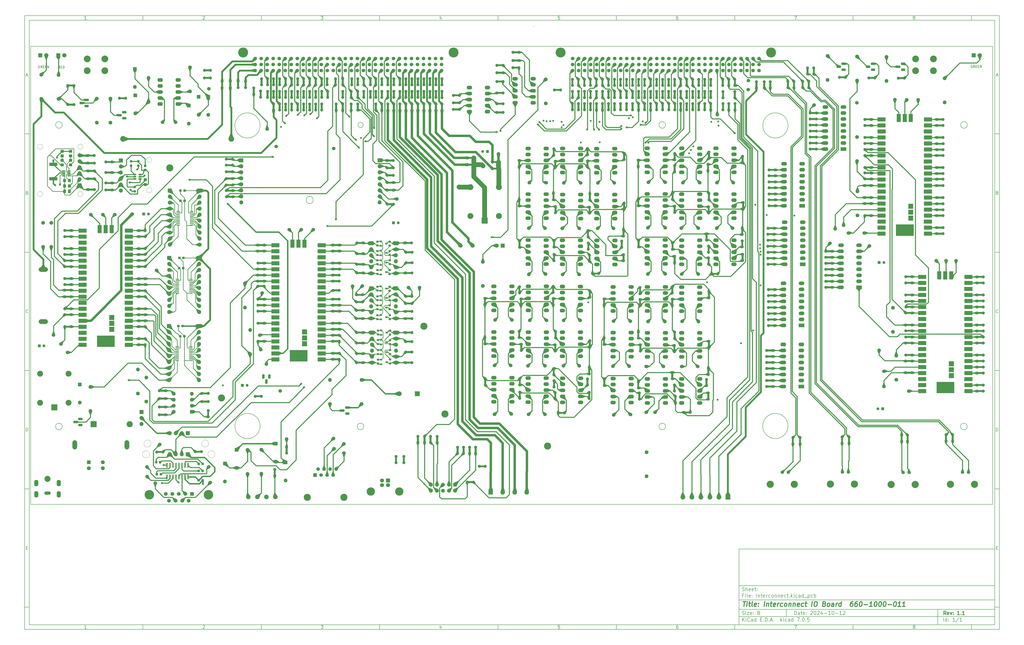
<source format=gtl>
G04 #@! TF.GenerationSoftware,KiCad,Pcbnew,7.0.5*
G04 #@! TF.CreationDate,2024-10-27T20:03:41-04:00*
G04 #@! TF.ProjectId,Interconnect,496e7465-7263-46f6-9e6e-6563742e6b69,1.1*
G04 #@! TF.SameCoordinates,Original*
G04 #@! TF.FileFunction,Copper,L1,Top*
G04 #@! TF.FilePolarity,Positive*
%FSLAX46Y46*%
G04 Gerber Fmt 4.6, Leading zero omitted, Abs format (unit mm)*
G04 Created by KiCad (PCBNEW 7.0.5) date 2024-10-27 20:03:41*
%MOMM*%
%LPD*%
G01*
G04 APERTURE LIST*
G04 Aperture macros list*
%AMRoundRect*
0 Rectangle with rounded corners*
0 $1 Rounding radius*
0 $2 $3 $4 $5 $6 $7 $8 $9 X,Y pos of 4 corners*
0 Add a 4 corners polygon primitive as box body*
4,1,4,$2,$3,$4,$5,$6,$7,$8,$9,$2,$3,0*
0 Add four circle primitives for the rounded corners*
1,1,$1+$1,$2,$3*
1,1,$1+$1,$4,$5*
1,1,$1+$1,$6,$7*
1,1,$1+$1,$8,$9*
0 Add four rect primitives between the rounded corners*
20,1,$1+$1,$2,$3,$4,$5,0*
20,1,$1+$1,$4,$5,$6,$7,0*
20,1,$1+$1,$6,$7,$8,$9,0*
20,1,$1+$1,$8,$9,$2,$3,0*%
G04 Aperture macros list end*
%ADD10C,0.100000*%
%ADD11C,0.150000*%
%ADD12C,0.300000*%
%ADD13C,0.400000*%
G04 #@! TA.AperFunction,SMDPad,CuDef*
%ADD14RoundRect,0.200000X0.275000X-0.200000X0.275000X0.200000X-0.275000X0.200000X-0.275000X-0.200000X0*%
G04 #@! TD*
G04 #@! TA.AperFunction,ComponentPad*
%ADD15C,1.300000*%
G04 #@! TD*
G04 #@! TA.AperFunction,ComponentPad*
%ADD16R,1.650000X1.650000*%
G04 #@! TD*
G04 #@! TA.AperFunction,ComponentPad*
%ADD17C,1.650000*%
G04 #@! TD*
G04 #@! TA.AperFunction,ComponentPad*
%ADD18C,1.500000*%
G04 #@! TD*
G04 #@! TA.AperFunction,ComponentPad*
%ADD19C,2.400000*%
G04 #@! TD*
G04 #@! TA.AperFunction,ComponentPad*
%ADD20O,2.400000X2.400000*%
G04 #@! TD*
G04 #@! TA.AperFunction,SMDPad,CuDef*
%ADD21R,1.000000X0.700000*%
G04 #@! TD*
G04 #@! TA.AperFunction,ComponentPad*
%ADD22R,2.400000X1.600000*%
G04 #@! TD*
G04 #@! TA.AperFunction,ComponentPad*
%ADD23O,2.400000X1.600000*%
G04 #@! TD*
G04 #@! TA.AperFunction,ComponentPad*
%ADD24C,1.600000*%
G04 #@! TD*
G04 #@! TA.AperFunction,ComponentPad*
%ADD25O,1.600000X1.600000*%
G04 #@! TD*
G04 #@! TA.AperFunction,ComponentPad*
%ADD26O,2.300000X1.600000*%
G04 #@! TD*
G04 #@! TA.AperFunction,ComponentPad*
%ADD27R,1.700000X1.700000*%
G04 #@! TD*
G04 #@! TA.AperFunction,ComponentPad*
%ADD28O,1.700000X1.700000*%
G04 #@! TD*
G04 #@! TA.AperFunction,SMDPad,CuDef*
%ADD29RoundRect,0.250000X-0.337500X-0.475000X0.337500X-0.475000X0.337500X0.475000X-0.337500X0.475000X0*%
G04 #@! TD*
G04 #@! TA.AperFunction,SMDPad,CuDef*
%ADD30RoundRect,0.237500X0.237500X-0.250000X0.237500X0.250000X-0.237500X0.250000X-0.237500X-0.250000X0*%
G04 #@! TD*
G04 #@! TA.AperFunction,SMDPad,CuDef*
%ADD31RoundRect,0.100000X-0.637500X-0.100000X0.637500X-0.100000X0.637500X0.100000X-0.637500X0.100000X0*%
G04 #@! TD*
G04 #@! TA.AperFunction,SMDPad,CuDef*
%ADD32RoundRect,0.250000X0.350000X0.450000X-0.350000X0.450000X-0.350000X-0.450000X0.350000X-0.450000X0*%
G04 #@! TD*
G04 #@! TA.AperFunction,SMDPad,CuDef*
%ADD33RoundRect,0.237500X-0.300000X-0.237500X0.300000X-0.237500X0.300000X0.237500X-0.300000X0.237500X0*%
G04 #@! TD*
G04 #@! TA.AperFunction,ComponentPad*
%ADD34R,1.800000X1.100000*%
G04 #@! TD*
G04 #@! TA.AperFunction,ComponentPad*
%ADD35RoundRect,0.275000X0.625000X-0.275000X0.625000X0.275000X-0.625000X0.275000X-0.625000X-0.275000X0*%
G04 #@! TD*
G04 #@! TA.AperFunction,ComponentPad*
%ADD36R,2.025000X2.025000*%
G04 #@! TD*
G04 #@! TA.AperFunction,ComponentPad*
%ADD37C,2.025000*%
G04 #@! TD*
G04 #@! TA.AperFunction,SMDPad,CuDef*
%ADD38RoundRect,0.249999X1.425001X-0.450001X1.425001X0.450001X-1.425001X0.450001X-1.425001X-0.450001X0*%
G04 #@! TD*
G04 #@! TA.AperFunction,ComponentPad*
%ADD39R,1.600000X1.600000*%
G04 #@! TD*
G04 #@! TA.AperFunction,ComponentPad*
%ADD40C,3.000000*%
G04 #@! TD*
G04 #@! TA.AperFunction,ComponentPad*
%ADD41R,1.200000X1.200000*%
G04 #@! TD*
G04 #@! TA.AperFunction,ComponentPad*
%ADD42C,1.200000*%
G04 #@! TD*
G04 #@! TA.AperFunction,ComponentPad*
%ADD43C,4.200000*%
G04 #@! TD*
G04 #@! TA.AperFunction,SMDPad,CuDef*
%ADD44RoundRect,0.250000X-0.450000X0.350000X-0.450000X-0.350000X0.450000X-0.350000X0.450000X0.350000X0*%
G04 #@! TD*
G04 #@! TA.AperFunction,ComponentPad*
%ADD45R,1.500000X1.500000*%
G04 #@! TD*
G04 #@! TA.AperFunction,SMDPad,CuDef*
%ADD46RoundRect,0.200000X-0.275000X0.200000X-0.275000X-0.200000X0.275000X-0.200000X0.275000X0.200000X0*%
G04 #@! TD*
G04 #@! TA.AperFunction,ComponentPad*
%ADD47R,2.500000X2.500000*%
G04 #@! TD*
G04 #@! TA.AperFunction,ComponentPad*
%ADD48O,2.500000X2.500000*%
G04 #@! TD*
G04 #@! TA.AperFunction,ComponentPad*
%ADD49C,4.000000*%
G04 #@! TD*
G04 #@! TA.AperFunction,SMDPad,CuDef*
%ADD50RoundRect,0.237500X0.300000X0.237500X-0.300000X0.237500X-0.300000X-0.237500X0.300000X-0.237500X0*%
G04 #@! TD*
G04 #@! TA.AperFunction,SMDPad,CuDef*
%ADD51R,3.500000X1.700000*%
G04 #@! TD*
G04 #@! TA.AperFunction,SMDPad,CuDef*
%ADD52R,1.700000X3.500000*%
G04 #@! TD*
G04 #@! TA.AperFunction,SMDPad,CuDef*
%ADD53RoundRect,0.150000X0.512500X0.150000X-0.512500X0.150000X-0.512500X-0.150000X0.512500X-0.150000X0*%
G04 #@! TD*
G04 #@! TA.AperFunction,SMDPad,CuDef*
%ADD54RoundRect,0.237500X0.237500X-0.300000X0.237500X0.300000X-0.237500X0.300000X-0.237500X-0.300000X0*%
G04 #@! TD*
G04 #@! TA.AperFunction,SMDPad,CuDef*
%ADD55RoundRect,0.041300X-0.253700X0.943700X-0.253700X-0.943700X0.253700X-0.943700X0.253700X0.943700X0*%
G04 #@! TD*
G04 #@! TA.AperFunction,ComponentPad*
%ADD56C,1.905000*%
G04 #@! TD*
G04 #@! TA.AperFunction,ComponentPad*
%ADD57C,1.700000*%
G04 #@! TD*
G04 #@! TA.AperFunction,ComponentPad*
%ADD58C,3.500000*%
G04 #@! TD*
G04 #@! TA.AperFunction,ComponentPad*
%ADD59O,3.900000X1.950000*%
G04 #@! TD*
G04 #@! TA.AperFunction,ComponentPad*
%ADD60C,1.398000*%
G04 #@! TD*
G04 #@! TA.AperFunction,ComponentPad*
%ADD61C,3.015000*%
G04 #@! TD*
G04 #@! TA.AperFunction,ComponentPad*
%ADD62R,1.800000X1.800000*%
G04 #@! TD*
G04 #@! TA.AperFunction,ComponentPad*
%ADD63C,1.800000*%
G04 #@! TD*
G04 #@! TA.AperFunction,ComponentPad*
%ADD64R,2.600000X2.600000*%
G04 #@! TD*
G04 #@! TA.AperFunction,ComponentPad*
%ADD65O,2.600000X2.600000*%
G04 #@! TD*
G04 #@! TA.AperFunction,ComponentPad*
%ADD66C,2.850000*%
G04 #@! TD*
G04 #@! TA.AperFunction,ComponentPad*
%ADD67C,2.550000*%
G04 #@! TD*
G04 #@! TA.AperFunction,ComponentPad*
%ADD68O,2.700002X1.400000*%
G04 #@! TD*
G04 #@! TA.AperFunction,ComponentPad*
%ADD69O,1.750000X2.750000*%
G04 #@! TD*
G04 #@! TA.AperFunction,ComponentPad*
%ADD70R,1.950000X1.950000*%
G04 #@! TD*
G04 #@! TA.AperFunction,ComponentPad*
%ADD71C,1.950000*%
G04 #@! TD*
G04 #@! TA.AperFunction,ComponentPad*
%ADD72R,1.725000X1.725000*%
G04 #@! TD*
G04 #@! TA.AperFunction,ComponentPad*
%ADD73C,1.725000*%
G04 #@! TD*
G04 #@! TA.AperFunction,ComponentPad*
%ADD74O,1.950000X3.900000*%
G04 #@! TD*
G04 #@! TA.AperFunction,SMDPad,CuDef*
%ADD75RoundRect,0.125000X-0.537500X-0.125000X0.537500X-0.125000X0.537500X0.125000X-0.537500X0.125000X0*%
G04 #@! TD*
G04 #@! TA.AperFunction,ComponentPad*
%ADD76R,2.000000X2.000000*%
G04 #@! TD*
G04 #@! TA.AperFunction,ComponentPad*
%ADD77C,2.000000*%
G04 #@! TD*
G04 #@! TA.AperFunction,ComponentPad*
%ADD78R,1.100000X1.800000*%
G04 #@! TD*
G04 #@! TA.AperFunction,ComponentPad*
%ADD79RoundRect,0.275000X0.275000X0.625000X-0.275000X0.625000X-0.275000X-0.625000X0.275000X-0.625000X0*%
G04 #@! TD*
G04 #@! TA.AperFunction,ViaPad*
%ADD80C,0.800000*%
G04 #@! TD*
G04 #@! TA.AperFunction,Conductor*
%ADD81C,0.400000*%
G04 #@! TD*
G04 #@! TA.AperFunction,Conductor*
%ADD82C,0.600000*%
G04 #@! TD*
G04 #@! TA.AperFunction,Conductor*
%ADD83C,0.250000*%
G04 #@! TD*
G04 #@! TA.AperFunction,Conductor*
%ADD84C,1.000000*%
G04 #@! TD*
G04 #@! TA.AperFunction,Conductor*
%ADD85C,0.800000*%
G04 #@! TD*
G04 #@! TA.AperFunction,Conductor*
%ADD86C,0.762000*%
G04 #@! TD*
G04 #@! TA.AperFunction,Conductor*
%ADD87C,2.000000*%
G04 #@! TD*
G04 #@! TA.AperFunction,Profile*
%ADD88C,0.100000*%
G04 #@! TD*
G04 #@! TA.AperFunction,Profile*
%ADD89C,0.160000*%
G04 #@! TD*
G04 APERTURE END LIST*
D10*
D11*
X311800000Y-235400000D02*
X419800000Y-235400000D01*
X419800000Y-267400000D01*
X311800000Y-267400000D01*
X311800000Y-235400000D01*
D10*
D11*
X10000000Y-10000000D02*
X421800000Y-10000000D01*
X421800000Y-269400000D01*
X10000000Y-269400000D01*
X10000000Y-10000000D01*
D10*
D11*
X12000000Y-12000000D02*
X419800000Y-12000000D01*
X419800000Y-267400000D01*
X12000000Y-267400000D01*
X12000000Y-12000000D01*
D10*
D11*
X60000000Y-12000000D02*
X60000000Y-10000000D01*
D10*
D11*
X110000000Y-12000000D02*
X110000000Y-10000000D01*
D10*
D11*
X160000000Y-12000000D02*
X160000000Y-10000000D01*
D10*
D11*
X210000000Y-12000000D02*
X210000000Y-10000000D01*
D10*
D11*
X260000000Y-12000000D02*
X260000000Y-10000000D01*
D10*
D11*
X310000000Y-12000000D02*
X310000000Y-10000000D01*
D10*
D11*
X360000000Y-12000000D02*
X360000000Y-10000000D01*
D10*
D11*
X410000000Y-12000000D02*
X410000000Y-10000000D01*
D10*
D11*
X36089160Y-11593604D02*
X35346303Y-11593604D01*
X35717731Y-11593604D02*
X35717731Y-10293604D01*
X35717731Y-10293604D02*
X35593922Y-10479319D01*
X35593922Y-10479319D02*
X35470112Y-10603128D01*
X35470112Y-10603128D02*
X35346303Y-10665033D01*
D10*
D11*
X85346303Y-10417414D02*
X85408207Y-10355509D01*
X85408207Y-10355509D02*
X85532017Y-10293604D01*
X85532017Y-10293604D02*
X85841541Y-10293604D01*
X85841541Y-10293604D02*
X85965350Y-10355509D01*
X85965350Y-10355509D02*
X86027255Y-10417414D01*
X86027255Y-10417414D02*
X86089160Y-10541223D01*
X86089160Y-10541223D02*
X86089160Y-10665033D01*
X86089160Y-10665033D02*
X86027255Y-10850747D01*
X86027255Y-10850747D02*
X85284398Y-11593604D01*
X85284398Y-11593604D02*
X86089160Y-11593604D01*
D10*
D11*
X135284398Y-10293604D02*
X136089160Y-10293604D01*
X136089160Y-10293604D02*
X135655826Y-10788842D01*
X135655826Y-10788842D02*
X135841541Y-10788842D01*
X135841541Y-10788842D02*
X135965350Y-10850747D01*
X135965350Y-10850747D02*
X136027255Y-10912652D01*
X136027255Y-10912652D02*
X136089160Y-11036461D01*
X136089160Y-11036461D02*
X136089160Y-11345985D01*
X136089160Y-11345985D02*
X136027255Y-11469795D01*
X136027255Y-11469795D02*
X135965350Y-11531700D01*
X135965350Y-11531700D02*
X135841541Y-11593604D01*
X135841541Y-11593604D02*
X135470112Y-11593604D01*
X135470112Y-11593604D02*
X135346303Y-11531700D01*
X135346303Y-11531700D02*
X135284398Y-11469795D01*
D10*
D11*
X185965350Y-10726938D02*
X185965350Y-11593604D01*
X185655826Y-10231700D02*
X185346303Y-11160271D01*
X185346303Y-11160271D02*
X186151064Y-11160271D01*
D10*
D11*
X236027255Y-10293604D02*
X235408207Y-10293604D01*
X235408207Y-10293604D02*
X235346303Y-10912652D01*
X235346303Y-10912652D02*
X235408207Y-10850747D01*
X235408207Y-10850747D02*
X235532017Y-10788842D01*
X235532017Y-10788842D02*
X235841541Y-10788842D01*
X235841541Y-10788842D02*
X235965350Y-10850747D01*
X235965350Y-10850747D02*
X236027255Y-10912652D01*
X236027255Y-10912652D02*
X236089160Y-11036461D01*
X236089160Y-11036461D02*
X236089160Y-11345985D01*
X236089160Y-11345985D02*
X236027255Y-11469795D01*
X236027255Y-11469795D02*
X235965350Y-11531700D01*
X235965350Y-11531700D02*
X235841541Y-11593604D01*
X235841541Y-11593604D02*
X235532017Y-11593604D01*
X235532017Y-11593604D02*
X235408207Y-11531700D01*
X235408207Y-11531700D02*
X235346303Y-11469795D01*
D10*
D11*
X285965350Y-10293604D02*
X285717731Y-10293604D01*
X285717731Y-10293604D02*
X285593922Y-10355509D01*
X285593922Y-10355509D02*
X285532017Y-10417414D01*
X285532017Y-10417414D02*
X285408207Y-10603128D01*
X285408207Y-10603128D02*
X285346303Y-10850747D01*
X285346303Y-10850747D02*
X285346303Y-11345985D01*
X285346303Y-11345985D02*
X285408207Y-11469795D01*
X285408207Y-11469795D02*
X285470112Y-11531700D01*
X285470112Y-11531700D02*
X285593922Y-11593604D01*
X285593922Y-11593604D02*
X285841541Y-11593604D01*
X285841541Y-11593604D02*
X285965350Y-11531700D01*
X285965350Y-11531700D02*
X286027255Y-11469795D01*
X286027255Y-11469795D02*
X286089160Y-11345985D01*
X286089160Y-11345985D02*
X286089160Y-11036461D01*
X286089160Y-11036461D02*
X286027255Y-10912652D01*
X286027255Y-10912652D02*
X285965350Y-10850747D01*
X285965350Y-10850747D02*
X285841541Y-10788842D01*
X285841541Y-10788842D02*
X285593922Y-10788842D01*
X285593922Y-10788842D02*
X285470112Y-10850747D01*
X285470112Y-10850747D02*
X285408207Y-10912652D01*
X285408207Y-10912652D02*
X285346303Y-11036461D01*
D10*
D11*
X335284398Y-10293604D02*
X336151064Y-10293604D01*
X336151064Y-10293604D02*
X335593922Y-11593604D01*
D10*
D11*
X385593922Y-10850747D02*
X385470112Y-10788842D01*
X385470112Y-10788842D02*
X385408207Y-10726938D01*
X385408207Y-10726938D02*
X385346303Y-10603128D01*
X385346303Y-10603128D02*
X385346303Y-10541223D01*
X385346303Y-10541223D02*
X385408207Y-10417414D01*
X385408207Y-10417414D02*
X385470112Y-10355509D01*
X385470112Y-10355509D02*
X385593922Y-10293604D01*
X385593922Y-10293604D02*
X385841541Y-10293604D01*
X385841541Y-10293604D02*
X385965350Y-10355509D01*
X385965350Y-10355509D02*
X386027255Y-10417414D01*
X386027255Y-10417414D02*
X386089160Y-10541223D01*
X386089160Y-10541223D02*
X386089160Y-10603128D01*
X386089160Y-10603128D02*
X386027255Y-10726938D01*
X386027255Y-10726938D02*
X385965350Y-10788842D01*
X385965350Y-10788842D02*
X385841541Y-10850747D01*
X385841541Y-10850747D02*
X385593922Y-10850747D01*
X385593922Y-10850747D02*
X385470112Y-10912652D01*
X385470112Y-10912652D02*
X385408207Y-10974557D01*
X385408207Y-10974557D02*
X385346303Y-11098366D01*
X385346303Y-11098366D02*
X385346303Y-11345985D01*
X385346303Y-11345985D02*
X385408207Y-11469795D01*
X385408207Y-11469795D02*
X385470112Y-11531700D01*
X385470112Y-11531700D02*
X385593922Y-11593604D01*
X385593922Y-11593604D02*
X385841541Y-11593604D01*
X385841541Y-11593604D02*
X385965350Y-11531700D01*
X385965350Y-11531700D02*
X386027255Y-11469795D01*
X386027255Y-11469795D02*
X386089160Y-11345985D01*
X386089160Y-11345985D02*
X386089160Y-11098366D01*
X386089160Y-11098366D02*
X386027255Y-10974557D01*
X386027255Y-10974557D02*
X385965350Y-10912652D01*
X385965350Y-10912652D02*
X385841541Y-10850747D01*
D10*
D11*
X60000000Y-267400000D02*
X60000000Y-269400000D01*
D10*
D11*
X110000000Y-267400000D02*
X110000000Y-269400000D01*
D10*
D11*
X160000000Y-267400000D02*
X160000000Y-269400000D01*
D10*
D11*
X210000000Y-267400000D02*
X210000000Y-269400000D01*
D10*
D11*
X260000000Y-267400000D02*
X260000000Y-269400000D01*
D10*
D11*
X310000000Y-267400000D02*
X310000000Y-269400000D01*
D10*
D11*
X360000000Y-267400000D02*
X360000000Y-269400000D01*
D10*
D11*
X410000000Y-267400000D02*
X410000000Y-269400000D01*
D10*
D11*
X36089160Y-268993604D02*
X35346303Y-268993604D01*
X35717731Y-268993604D02*
X35717731Y-267693604D01*
X35717731Y-267693604D02*
X35593922Y-267879319D01*
X35593922Y-267879319D02*
X35470112Y-268003128D01*
X35470112Y-268003128D02*
X35346303Y-268065033D01*
D10*
D11*
X85346303Y-267817414D02*
X85408207Y-267755509D01*
X85408207Y-267755509D02*
X85532017Y-267693604D01*
X85532017Y-267693604D02*
X85841541Y-267693604D01*
X85841541Y-267693604D02*
X85965350Y-267755509D01*
X85965350Y-267755509D02*
X86027255Y-267817414D01*
X86027255Y-267817414D02*
X86089160Y-267941223D01*
X86089160Y-267941223D02*
X86089160Y-268065033D01*
X86089160Y-268065033D02*
X86027255Y-268250747D01*
X86027255Y-268250747D02*
X85284398Y-268993604D01*
X85284398Y-268993604D02*
X86089160Y-268993604D01*
D10*
D11*
X135284398Y-267693604D02*
X136089160Y-267693604D01*
X136089160Y-267693604D02*
X135655826Y-268188842D01*
X135655826Y-268188842D02*
X135841541Y-268188842D01*
X135841541Y-268188842D02*
X135965350Y-268250747D01*
X135965350Y-268250747D02*
X136027255Y-268312652D01*
X136027255Y-268312652D02*
X136089160Y-268436461D01*
X136089160Y-268436461D02*
X136089160Y-268745985D01*
X136089160Y-268745985D02*
X136027255Y-268869795D01*
X136027255Y-268869795D02*
X135965350Y-268931700D01*
X135965350Y-268931700D02*
X135841541Y-268993604D01*
X135841541Y-268993604D02*
X135470112Y-268993604D01*
X135470112Y-268993604D02*
X135346303Y-268931700D01*
X135346303Y-268931700D02*
X135284398Y-268869795D01*
D10*
D11*
X185965350Y-268126938D02*
X185965350Y-268993604D01*
X185655826Y-267631700D02*
X185346303Y-268560271D01*
X185346303Y-268560271D02*
X186151064Y-268560271D01*
D10*
D11*
X236027255Y-267693604D02*
X235408207Y-267693604D01*
X235408207Y-267693604D02*
X235346303Y-268312652D01*
X235346303Y-268312652D02*
X235408207Y-268250747D01*
X235408207Y-268250747D02*
X235532017Y-268188842D01*
X235532017Y-268188842D02*
X235841541Y-268188842D01*
X235841541Y-268188842D02*
X235965350Y-268250747D01*
X235965350Y-268250747D02*
X236027255Y-268312652D01*
X236027255Y-268312652D02*
X236089160Y-268436461D01*
X236089160Y-268436461D02*
X236089160Y-268745985D01*
X236089160Y-268745985D02*
X236027255Y-268869795D01*
X236027255Y-268869795D02*
X235965350Y-268931700D01*
X235965350Y-268931700D02*
X235841541Y-268993604D01*
X235841541Y-268993604D02*
X235532017Y-268993604D01*
X235532017Y-268993604D02*
X235408207Y-268931700D01*
X235408207Y-268931700D02*
X235346303Y-268869795D01*
D10*
D11*
X285965350Y-267693604D02*
X285717731Y-267693604D01*
X285717731Y-267693604D02*
X285593922Y-267755509D01*
X285593922Y-267755509D02*
X285532017Y-267817414D01*
X285532017Y-267817414D02*
X285408207Y-268003128D01*
X285408207Y-268003128D02*
X285346303Y-268250747D01*
X285346303Y-268250747D02*
X285346303Y-268745985D01*
X285346303Y-268745985D02*
X285408207Y-268869795D01*
X285408207Y-268869795D02*
X285470112Y-268931700D01*
X285470112Y-268931700D02*
X285593922Y-268993604D01*
X285593922Y-268993604D02*
X285841541Y-268993604D01*
X285841541Y-268993604D02*
X285965350Y-268931700D01*
X285965350Y-268931700D02*
X286027255Y-268869795D01*
X286027255Y-268869795D02*
X286089160Y-268745985D01*
X286089160Y-268745985D02*
X286089160Y-268436461D01*
X286089160Y-268436461D02*
X286027255Y-268312652D01*
X286027255Y-268312652D02*
X285965350Y-268250747D01*
X285965350Y-268250747D02*
X285841541Y-268188842D01*
X285841541Y-268188842D02*
X285593922Y-268188842D01*
X285593922Y-268188842D02*
X285470112Y-268250747D01*
X285470112Y-268250747D02*
X285408207Y-268312652D01*
X285408207Y-268312652D02*
X285346303Y-268436461D01*
D10*
D11*
X335284398Y-267693604D02*
X336151064Y-267693604D01*
X336151064Y-267693604D02*
X335593922Y-268993604D01*
D10*
D11*
X385593922Y-268250747D02*
X385470112Y-268188842D01*
X385470112Y-268188842D02*
X385408207Y-268126938D01*
X385408207Y-268126938D02*
X385346303Y-268003128D01*
X385346303Y-268003128D02*
X385346303Y-267941223D01*
X385346303Y-267941223D02*
X385408207Y-267817414D01*
X385408207Y-267817414D02*
X385470112Y-267755509D01*
X385470112Y-267755509D02*
X385593922Y-267693604D01*
X385593922Y-267693604D02*
X385841541Y-267693604D01*
X385841541Y-267693604D02*
X385965350Y-267755509D01*
X385965350Y-267755509D02*
X386027255Y-267817414D01*
X386027255Y-267817414D02*
X386089160Y-267941223D01*
X386089160Y-267941223D02*
X386089160Y-268003128D01*
X386089160Y-268003128D02*
X386027255Y-268126938D01*
X386027255Y-268126938D02*
X385965350Y-268188842D01*
X385965350Y-268188842D02*
X385841541Y-268250747D01*
X385841541Y-268250747D02*
X385593922Y-268250747D01*
X385593922Y-268250747D02*
X385470112Y-268312652D01*
X385470112Y-268312652D02*
X385408207Y-268374557D01*
X385408207Y-268374557D02*
X385346303Y-268498366D01*
X385346303Y-268498366D02*
X385346303Y-268745985D01*
X385346303Y-268745985D02*
X385408207Y-268869795D01*
X385408207Y-268869795D02*
X385470112Y-268931700D01*
X385470112Y-268931700D02*
X385593922Y-268993604D01*
X385593922Y-268993604D02*
X385841541Y-268993604D01*
X385841541Y-268993604D02*
X385965350Y-268931700D01*
X385965350Y-268931700D02*
X386027255Y-268869795D01*
X386027255Y-268869795D02*
X386089160Y-268745985D01*
X386089160Y-268745985D02*
X386089160Y-268498366D01*
X386089160Y-268498366D02*
X386027255Y-268374557D01*
X386027255Y-268374557D02*
X385965350Y-268312652D01*
X385965350Y-268312652D02*
X385841541Y-268250747D01*
D10*
D11*
X10000000Y-60000000D02*
X12000000Y-60000000D01*
D10*
D11*
X10000000Y-110000000D02*
X12000000Y-110000000D01*
D10*
D11*
X10000000Y-160000000D02*
X12000000Y-160000000D01*
D10*
D11*
X10000000Y-210000000D02*
X12000000Y-210000000D01*
D10*
D11*
X10000000Y-260000000D02*
X12000000Y-260000000D01*
D10*
D11*
X10690476Y-35222176D02*
X11309523Y-35222176D01*
X10566666Y-35593604D02*
X10999999Y-34293604D01*
X10999999Y-34293604D02*
X11433333Y-35593604D01*
D10*
D11*
X11092857Y-84912652D02*
X11278571Y-84974557D01*
X11278571Y-84974557D02*
X11340476Y-85036461D01*
X11340476Y-85036461D02*
X11402380Y-85160271D01*
X11402380Y-85160271D02*
X11402380Y-85345985D01*
X11402380Y-85345985D02*
X11340476Y-85469795D01*
X11340476Y-85469795D02*
X11278571Y-85531700D01*
X11278571Y-85531700D02*
X11154761Y-85593604D01*
X11154761Y-85593604D02*
X10659523Y-85593604D01*
X10659523Y-85593604D02*
X10659523Y-84293604D01*
X10659523Y-84293604D02*
X11092857Y-84293604D01*
X11092857Y-84293604D02*
X11216666Y-84355509D01*
X11216666Y-84355509D02*
X11278571Y-84417414D01*
X11278571Y-84417414D02*
X11340476Y-84541223D01*
X11340476Y-84541223D02*
X11340476Y-84665033D01*
X11340476Y-84665033D02*
X11278571Y-84788842D01*
X11278571Y-84788842D02*
X11216666Y-84850747D01*
X11216666Y-84850747D02*
X11092857Y-84912652D01*
X11092857Y-84912652D02*
X10659523Y-84912652D01*
D10*
D11*
X11402380Y-135469795D02*
X11340476Y-135531700D01*
X11340476Y-135531700D02*
X11154761Y-135593604D01*
X11154761Y-135593604D02*
X11030952Y-135593604D01*
X11030952Y-135593604D02*
X10845238Y-135531700D01*
X10845238Y-135531700D02*
X10721428Y-135407890D01*
X10721428Y-135407890D02*
X10659523Y-135284080D01*
X10659523Y-135284080D02*
X10597619Y-135036461D01*
X10597619Y-135036461D02*
X10597619Y-134850747D01*
X10597619Y-134850747D02*
X10659523Y-134603128D01*
X10659523Y-134603128D02*
X10721428Y-134479319D01*
X10721428Y-134479319D02*
X10845238Y-134355509D01*
X10845238Y-134355509D02*
X11030952Y-134293604D01*
X11030952Y-134293604D02*
X11154761Y-134293604D01*
X11154761Y-134293604D02*
X11340476Y-134355509D01*
X11340476Y-134355509D02*
X11402380Y-134417414D01*
D10*
D11*
X10659523Y-185593604D02*
X10659523Y-184293604D01*
X10659523Y-184293604D02*
X10969047Y-184293604D01*
X10969047Y-184293604D02*
X11154761Y-184355509D01*
X11154761Y-184355509D02*
X11278571Y-184479319D01*
X11278571Y-184479319D02*
X11340476Y-184603128D01*
X11340476Y-184603128D02*
X11402380Y-184850747D01*
X11402380Y-184850747D02*
X11402380Y-185036461D01*
X11402380Y-185036461D02*
X11340476Y-185284080D01*
X11340476Y-185284080D02*
X11278571Y-185407890D01*
X11278571Y-185407890D02*
X11154761Y-185531700D01*
X11154761Y-185531700D02*
X10969047Y-185593604D01*
X10969047Y-185593604D02*
X10659523Y-185593604D01*
D10*
D11*
X10721428Y-234912652D02*
X11154762Y-234912652D01*
X11340476Y-235593604D02*
X10721428Y-235593604D01*
X10721428Y-235593604D02*
X10721428Y-234293604D01*
X10721428Y-234293604D02*
X11340476Y-234293604D01*
D10*
D11*
X421800000Y-60000000D02*
X419800000Y-60000000D01*
D10*
D11*
X421800000Y-110000000D02*
X419800000Y-110000000D01*
D10*
D11*
X421800000Y-160000000D02*
X419800000Y-160000000D01*
D10*
D11*
X421800000Y-210000000D02*
X419800000Y-210000000D01*
D10*
D11*
X421800000Y-260000000D02*
X419800000Y-260000000D01*
D10*
D11*
X420490476Y-35222176D02*
X421109523Y-35222176D01*
X420366666Y-35593604D02*
X420799999Y-34293604D01*
X420799999Y-34293604D02*
X421233333Y-35593604D01*
D10*
D11*
X420892857Y-84912652D02*
X421078571Y-84974557D01*
X421078571Y-84974557D02*
X421140476Y-85036461D01*
X421140476Y-85036461D02*
X421202380Y-85160271D01*
X421202380Y-85160271D02*
X421202380Y-85345985D01*
X421202380Y-85345985D02*
X421140476Y-85469795D01*
X421140476Y-85469795D02*
X421078571Y-85531700D01*
X421078571Y-85531700D02*
X420954761Y-85593604D01*
X420954761Y-85593604D02*
X420459523Y-85593604D01*
X420459523Y-85593604D02*
X420459523Y-84293604D01*
X420459523Y-84293604D02*
X420892857Y-84293604D01*
X420892857Y-84293604D02*
X421016666Y-84355509D01*
X421016666Y-84355509D02*
X421078571Y-84417414D01*
X421078571Y-84417414D02*
X421140476Y-84541223D01*
X421140476Y-84541223D02*
X421140476Y-84665033D01*
X421140476Y-84665033D02*
X421078571Y-84788842D01*
X421078571Y-84788842D02*
X421016666Y-84850747D01*
X421016666Y-84850747D02*
X420892857Y-84912652D01*
X420892857Y-84912652D02*
X420459523Y-84912652D01*
D10*
D11*
X421202380Y-135469795D02*
X421140476Y-135531700D01*
X421140476Y-135531700D02*
X420954761Y-135593604D01*
X420954761Y-135593604D02*
X420830952Y-135593604D01*
X420830952Y-135593604D02*
X420645238Y-135531700D01*
X420645238Y-135531700D02*
X420521428Y-135407890D01*
X420521428Y-135407890D02*
X420459523Y-135284080D01*
X420459523Y-135284080D02*
X420397619Y-135036461D01*
X420397619Y-135036461D02*
X420397619Y-134850747D01*
X420397619Y-134850747D02*
X420459523Y-134603128D01*
X420459523Y-134603128D02*
X420521428Y-134479319D01*
X420521428Y-134479319D02*
X420645238Y-134355509D01*
X420645238Y-134355509D02*
X420830952Y-134293604D01*
X420830952Y-134293604D02*
X420954761Y-134293604D01*
X420954761Y-134293604D02*
X421140476Y-134355509D01*
X421140476Y-134355509D02*
X421202380Y-134417414D01*
D10*
D11*
X420459523Y-185593604D02*
X420459523Y-184293604D01*
X420459523Y-184293604D02*
X420769047Y-184293604D01*
X420769047Y-184293604D02*
X420954761Y-184355509D01*
X420954761Y-184355509D02*
X421078571Y-184479319D01*
X421078571Y-184479319D02*
X421140476Y-184603128D01*
X421140476Y-184603128D02*
X421202380Y-184850747D01*
X421202380Y-184850747D02*
X421202380Y-185036461D01*
X421202380Y-185036461D02*
X421140476Y-185284080D01*
X421140476Y-185284080D02*
X421078571Y-185407890D01*
X421078571Y-185407890D02*
X420954761Y-185531700D01*
X420954761Y-185531700D02*
X420769047Y-185593604D01*
X420769047Y-185593604D02*
X420459523Y-185593604D01*
D10*
D11*
X420521428Y-234912652D02*
X420954762Y-234912652D01*
X421140476Y-235593604D02*
X420521428Y-235593604D01*
X420521428Y-235593604D02*
X420521428Y-234293604D01*
X420521428Y-234293604D02*
X421140476Y-234293604D01*
D10*
D11*
X335255826Y-263186128D02*
X335255826Y-261686128D01*
X335255826Y-261686128D02*
X335612969Y-261686128D01*
X335612969Y-261686128D02*
X335827255Y-261757557D01*
X335827255Y-261757557D02*
X335970112Y-261900414D01*
X335970112Y-261900414D02*
X336041541Y-262043271D01*
X336041541Y-262043271D02*
X336112969Y-262328985D01*
X336112969Y-262328985D02*
X336112969Y-262543271D01*
X336112969Y-262543271D02*
X336041541Y-262828985D01*
X336041541Y-262828985D02*
X335970112Y-262971842D01*
X335970112Y-262971842D02*
X335827255Y-263114700D01*
X335827255Y-263114700D02*
X335612969Y-263186128D01*
X335612969Y-263186128D02*
X335255826Y-263186128D01*
X337398684Y-263186128D02*
X337398684Y-262400414D01*
X337398684Y-262400414D02*
X337327255Y-262257557D01*
X337327255Y-262257557D02*
X337184398Y-262186128D01*
X337184398Y-262186128D02*
X336898684Y-262186128D01*
X336898684Y-262186128D02*
X336755826Y-262257557D01*
X337398684Y-263114700D02*
X337255826Y-263186128D01*
X337255826Y-263186128D02*
X336898684Y-263186128D01*
X336898684Y-263186128D02*
X336755826Y-263114700D01*
X336755826Y-263114700D02*
X336684398Y-262971842D01*
X336684398Y-262971842D02*
X336684398Y-262828985D01*
X336684398Y-262828985D02*
X336755826Y-262686128D01*
X336755826Y-262686128D02*
X336898684Y-262614700D01*
X336898684Y-262614700D02*
X337255826Y-262614700D01*
X337255826Y-262614700D02*
X337398684Y-262543271D01*
X337898684Y-262186128D02*
X338470112Y-262186128D01*
X338112969Y-261686128D02*
X338112969Y-262971842D01*
X338112969Y-262971842D02*
X338184398Y-263114700D01*
X338184398Y-263114700D02*
X338327255Y-263186128D01*
X338327255Y-263186128D02*
X338470112Y-263186128D01*
X339541541Y-263114700D02*
X339398684Y-263186128D01*
X339398684Y-263186128D02*
X339112970Y-263186128D01*
X339112970Y-263186128D02*
X338970112Y-263114700D01*
X338970112Y-263114700D02*
X338898684Y-262971842D01*
X338898684Y-262971842D02*
X338898684Y-262400414D01*
X338898684Y-262400414D02*
X338970112Y-262257557D01*
X338970112Y-262257557D02*
X339112970Y-262186128D01*
X339112970Y-262186128D02*
X339398684Y-262186128D01*
X339398684Y-262186128D02*
X339541541Y-262257557D01*
X339541541Y-262257557D02*
X339612970Y-262400414D01*
X339612970Y-262400414D02*
X339612970Y-262543271D01*
X339612970Y-262543271D02*
X338898684Y-262686128D01*
X340255826Y-263043271D02*
X340327255Y-263114700D01*
X340327255Y-263114700D02*
X340255826Y-263186128D01*
X340255826Y-263186128D02*
X340184398Y-263114700D01*
X340184398Y-263114700D02*
X340255826Y-263043271D01*
X340255826Y-263043271D02*
X340255826Y-263186128D01*
X340255826Y-262257557D02*
X340327255Y-262328985D01*
X340327255Y-262328985D02*
X340255826Y-262400414D01*
X340255826Y-262400414D02*
X340184398Y-262328985D01*
X340184398Y-262328985D02*
X340255826Y-262257557D01*
X340255826Y-262257557D02*
X340255826Y-262400414D01*
X342041541Y-261828985D02*
X342112969Y-261757557D01*
X342112969Y-261757557D02*
X342255827Y-261686128D01*
X342255827Y-261686128D02*
X342612969Y-261686128D01*
X342612969Y-261686128D02*
X342755827Y-261757557D01*
X342755827Y-261757557D02*
X342827255Y-261828985D01*
X342827255Y-261828985D02*
X342898684Y-261971842D01*
X342898684Y-261971842D02*
X342898684Y-262114700D01*
X342898684Y-262114700D02*
X342827255Y-262328985D01*
X342827255Y-262328985D02*
X341970112Y-263186128D01*
X341970112Y-263186128D02*
X342898684Y-263186128D01*
X343827255Y-261686128D02*
X343970112Y-261686128D01*
X343970112Y-261686128D02*
X344112969Y-261757557D01*
X344112969Y-261757557D02*
X344184398Y-261828985D01*
X344184398Y-261828985D02*
X344255826Y-261971842D01*
X344255826Y-261971842D02*
X344327255Y-262257557D01*
X344327255Y-262257557D02*
X344327255Y-262614700D01*
X344327255Y-262614700D02*
X344255826Y-262900414D01*
X344255826Y-262900414D02*
X344184398Y-263043271D01*
X344184398Y-263043271D02*
X344112969Y-263114700D01*
X344112969Y-263114700D02*
X343970112Y-263186128D01*
X343970112Y-263186128D02*
X343827255Y-263186128D01*
X343827255Y-263186128D02*
X343684398Y-263114700D01*
X343684398Y-263114700D02*
X343612969Y-263043271D01*
X343612969Y-263043271D02*
X343541540Y-262900414D01*
X343541540Y-262900414D02*
X343470112Y-262614700D01*
X343470112Y-262614700D02*
X343470112Y-262257557D01*
X343470112Y-262257557D02*
X343541540Y-261971842D01*
X343541540Y-261971842D02*
X343612969Y-261828985D01*
X343612969Y-261828985D02*
X343684398Y-261757557D01*
X343684398Y-261757557D02*
X343827255Y-261686128D01*
X344898683Y-261828985D02*
X344970111Y-261757557D01*
X344970111Y-261757557D02*
X345112969Y-261686128D01*
X345112969Y-261686128D02*
X345470111Y-261686128D01*
X345470111Y-261686128D02*
X345612969Y-261757557D01*
X345612969Y-261757557D02*
X345684397Y-261828985D01*
X345684397Y-261828985D02*
X345755826Y-261971842D01*
X345755826Y-261971842D02*
X345755826Y-262114700D01*
X345755826Y-262114700D02*
X345684397Y-262328985D01*
X345684397Y-262328985D02*
X344827254Y-263186128D01*
X344827254Y-263186128D02*
X345755826Y-263186128D01*
X347041540Y-262186128D02*
X347041540Y-263186128D01*
X346684397Y-261614700D02*
X346327254Y-262686128D01*
X346327254Y-262686128D02*
X347255825Y-262686128D01*
X347827253Y-262614700D02*
X348970111Y-262614700D01*
X350470111Y-263186128D02*
X349612968Y-263186128D01*
X350041539Y-263186128D02*
X350041539Y-261686128D01*
X350041539Y-261686128D02*
X349898682Y-261900414D01*
X349898682Y-261900414D02*
X349755825Y-262043271D01*
X349755825Y-262043271D02*
X349612968Y-262114700D01*
X351398682Y-261686128D02*
X351541539Y-261686128D01*
X351541539Y-261686128D02*
X351684396Y-261757557D01*
X351684396Y-261757557D02*
X351755825Y-261828985D01*
X351755825Y-261828985D02*
X351827253Y-261971842D01*
X351827253Y-261971842D02*
X351898682Y-262257557D01*
X351898682Y-262257557D02*
X351898682Y-262614700D01*
X351898682Y-262614700D02*
X351827253Y-262900414D01*
X351827253Y-262900414D02*
X351755825Y-263043271D01*
X351755825Y-263043271D02*
X351684396Y-263114700D01*
X351684396Y-263114700D02*
X351541539Y-263186128D01*
X351541539Y-263186128D02*
X351398682Y-263186128D01*
X351398682Y-263186128D02*
X351255825Y-263114700D01*
X351255825Y-263114700D02*
X351184396Y-263043271D01*
X351184396Y-263043271D02*
X351112967Y-262900414D01*
X351112967Y-262900414D02*
X351041539Y-262614700D01*
X351041539Y-262614700D02*
X351041539Y-262257557D01*
X351041539Y-262257557D02*
X351112967Y-261971842D01*
X351112967Y-261971842D02*
X351184396Y-261828985D01*
X351184396Y-261828985D02*
X351255825Y-261757557D01*
X351255825Y-261757557D02*
X351398682Y-261686128D01*
X352541538Y-262614700D02*
X353684396Y-262614700D01*
X355184396Y-263186128D02*
X354327253Y-263186128D01*
X354755824Y-263186128D02*
X354755824Y-261686128D01*
X354755824Y-261686128D02*
X354612967Y-261900414D01*
X354612967Y-261900414D02*
X354470110Y-262043271D01*
X354470110Y-262043271D02*
X354327253Y-262114700D01*
X355755824Y-261828985D02*
X355827252Y-261757557D01*
X355827252Y-261757557D02*
X355970110Y-261686128D01*
X355970110Y-261686128D02*
X356327252Y-261686128D01*
X356327252Y-261686128D02*
X356470110Y-261757557D01*
X356470110Y-261757557D02*
X356541538Y-261828985D01*
X356541538Y-261828985D02*
X356612967Y-261971842D01*
X356612967Y-261971842D02*
X356612967Y-262114700D01*
X356612967Y-262114700D02*
X356541538Y-262328985D01*
X356541538Y-262328985D02*
X355684395Y-263186128D01*
X355684395Y-263186128D02*
X356612967Y-263186128D01*
D10*
D11*
X311800000Y-263900000D02*
X419800000Y-263900000D01*
D10*
D11*
X313255826Y-265986128D02*
X313255826Y-264486128D01*
X314112969Y-265986128D02*
X313470112Y-265128985D01*
X314112969Y-264486128D02*
X313255826Y-265343271D01*
X314755826Y-265986128D02*
X314755826Y-264986128D01*
X314755826Y-264486128D02*
X314684398Y-264557557D01*
X314684398Y-264557557D02*
X314755826Y-264628985D01*
X314755826Y-264628985D02*
X314827255Y-264557557D01*
X314827255Y-264557557D02*
X314755826Y-264486128D01*
X314755826Y-264486128D02*
X314755826Y-264628985D01*
X316327255Y-265843271D02*
X316255827Y-265914700D01*
X316255827Y-265914700D02*
X316041541Y-265986128D01*
X316041541Y-265986128D02*
X315898684Y-265986128D01*
X315898684Y-265986128D02*
X315684398Y-265914700D01*
X315684398Y-265914700D02*
X315541541Y-265771842D01*
X315541541Y-265771842D02*
X315470112Y-265628985D01*
X315470112Y-265628985D02*
X315398684Y-265343271D01*
X315398684Y-265343271D02*
X315398684Y-265128985D01*
X315398684Y-265128985D02*
X315470112Y-264843271D01*
X315470112Y-264843271D02*
X315541541Y-264700414D01*
X315541541Y-264700414D02*
X315684398Y-264557557D01*
X315684398Y-264557557D02*
X315898684Y-264486128D01*
X315898684Y-264486128D02*
X316041541Y-264486128D01*
X316041541Y-264486128D02*
X316255827Y-264557557D01*
X316255827Y-264557557D02*
X316327255Y-264628985D01*
X317612970Y-265986128D02*
X317612970Y-265200414D01*
X317612970Y-265200414D02*
X317541541Y-265057557D01*
X317541541Y-265057557D02*
X317398684Y-264986128D01*
X317398684Y-264986128D02*
X317112970Y-264986128D01*
X317112970Y-264986128D02*
X316970112Y-265057557D01*
X317612970Y-265914700D02*
X317470112Y-265986128D01*
X317470112Y-265986128D02*
X317112970Y-265986128D01*
X317112970Y-265986128D02*
X316970112Y-265914700D01*
X316970112Y-265914700D02*
X316898684Y-265771842D01*
X316898684Y-265771842D02*
X316898684Y-265628985D01*
X316898684Y-265628985D02*
X316970112Y-265486128D01*
X316970112Y-265486128D02*
X317112970Y-265414700D01*
X317112970Y-265414700D02*
X317470112Y-265414700D01*
X317470112Y-265414700D02*
X317612970Y-265343271D01*
X318970113Y-265986128D02*
X318970113Y-264486128D01*
X318970113Y-265914700D02*
X318827255Y-265986128D01*
X318827255Y-265986128D02*
X318541541Y-265986128D01*
X318541541Y-265986128D02*
X318398684Y-265914700D01*
X318398684Y-265914700D02*
X318327255Y-265843271D01*
X318327255Y-265843271D02*
X318255827Y-265700414D01*
X318255827Y-265700414D02*
X318255827Y-265271842D01*
X318255827Y-265271842D02*
X318327255Y-265128985D01*
X318327255Y-265128985D02*
X318398684Y-265057557D01*
X318398684Y-265057557D02*
X318541541Y-264986128D01*
X318541541Y-264986128D02*
X318827255Y-264986128D01*
X318827255Y-264986128D02*
X318970113Y-265057557D01*
X320827255Y-265200414D02*
X321327255Y-265200414D01*
X321541541Y-265986128D02*
X320827255Y-265986128D01*
X320827255Y-265986128D02*
X320827255Y-264486128D01*
X320827255Y-264486128D02*
X321541541Y-264486128D01*
X322184398Y-265843271D02*
X322255827Y-265914700D01*
X322255827Y-265914700D02*
X322184398Y-265986128D01*
X322184398Y-265986128D02*
X322112970Y-265914700D01*
X322112970Y-265914700D02*
X322184398Y-265843271D01*
X322184398Y-265843271D02*
X322184398Y-265986128D01*
X322898684Y-265986128D02*
X322898684Y-264486128D01*
X322898684Y-264486128D02*
X323255827Y-264486128D01*
X323255827Y-264486128D02*
X323470113Y-264557557D01*
X323470113Y-264557557D02*
X323612970Y-264700414D01*
X323612970Y-264700414D02*
X323684399Y-264843271D01*
X323684399Y-264843271D02*
X323755827Y-265128985D01*
X323755827Y-265128985D02*
X323755827Y-265343271D01*
X323755827Y-265343271D02*
X323684399Y-265628985D01*
X323684399Y-265628985D02*
X323612970Y-265771842D01*
X323612970Y-265771842D02*
X323470113Y-265914700D01*
X323470113Y-265914700D02*
X323255827Y-265986128D01*
X323255827Y-265986128D02*
X322898684Y-265986128D01*
X324398684Y-265843271D02*
X324470113Y-265914700D01*
X324470113Y-265914700D02*
X324398684Y-265986128D01*
X324398684Y-265986128D02*
X324327256Y-265914700D01*
X324327256Y-265914700D02*
X324398684Y-265843271D01*
X324398684Y-265843271D02*
X324398684Y-265986128D01*
X325041542Y-265557557D02*
X325755828Y-265557557D01*
X324898685Y-265986128D02*
X325398685Y-264486128D01*
X325398685Y-264486128D02*
X325898685Y-265986128D01*
X326398684Y-265843271D02*
X326470113Y-265914700D01*
X326470113Y-265914700D02*
X326398684Y-265986128D01*
X326398684Y-265986128D02*
X326327256Y-265914700D01*
X326327256Y-265914700D02*
X326398684Y-265843271D01*
X326398684Y-265843271D02*
X326398684Y-265986128D01*
X329398684Y-265986128D02*
X329398684Y-264486128D01*
X329541542Y-265414700D02*
X329970113Y-265986128D01*
X329970113Y-264986128D02*
X329398684Y-265557557D01*
X330612970Y-265986128D02*
X330612970Y-264986128D01*
X330612970Y-264486128D02*
X330541542Y-264557557D01*
X330541542Y-264557557D02*
X330612970Y-264628985D01*
X330612970Y-264628985D02*
X330684399Y-264557557D01*
X330684399Y-264557557D02*
X330612970Y-264486128D01*
X330612970Y-264486128D02*
X330612970Y-264628985D01*
X331970114Y-265914700D02*
X331827256Y-265986128D01*
X331827256Y-265986128D02*
X331541542Y-265986128D01*
X331541542Y-265986128D02*
X331398685Y-265914700D01*
X331398685Y-265914700D02*
X331327256Y-265843271D01*
X331327256Y-265843271D02*
X331255828Y-265700414D01*
X331255828Y-265700414D02*
X331255828Y-265271842D01*
X331255828Y-265271842D02*
X331327256Y-265128985D01*
X331327256Y-265128985D02*
X331398685Y-265057557D01*
X331398685Y-265057557D02*
X331541542Y-264986128D01*
X331541542Y-264986128D02*
X331827256Y-264986128D01*
X331827256Y-264986128D02*
X331970114Y-265057557D01*
X333255828Y-265986128D02*
X333255828Y-265200414D01*
X333255828Y-265200414D02*
X333184399Y-265057557D01*
X333184399Y-265057557D02*
X333041542Y-264986128D01*
X333041542Y-264986128D02*
X332755828Y-264986128D01*
X332755828Y-264986128D02*
X332612970Y-265057557D01*
X333255828Y-265914700D02*
X333112970Y-265986128D01*
X333112970Y-265986128D02*
X332755828Y-265986128D01*
X332755828Y-265986128D02*
X332612970Y-265914700D01*
X332612970Y-265914700D02*
X332541542Y-265771842D01*
X332541542Y-265771842D02*
X332541542Y-265628985D01*
X332541542Y-265628985D02*
X332612970Y-265486128D01*
X332612970Y-265486128D02*
X332755828Y-265414700D01*
X332755828Y-265414700D02*
X333112970Y-265414700D01*
X333112970Y-265414700D02*
X333255828Y-265343271D01*
X334612971Y-265986128D02*
X334612971Y-264486128D01*
X334612971Y-265914700D02*
X334470113Y-265986128D01*
X334470113Y-265986128D02*
X334184399Y-265986128D01*
X334184399Y-265986128D02*
X334041542Y-265914700D01*
X334041542Y-265914700D02*
X333970113Y-265843271D01*
X333970113Y-265843271D02*
X333898685Y-265700414D01*
X333898685Y-265700414D02*
X333898685Y-265271842D01*
X333898685Y-265271842D02*
X333970113Y-265128985D01*
X333970113Y-265128985D02*
X334041542Y-265057557D01*
X334041542Y-265057557D02*
X334184399Y-264986128D01*
X334184399Y-264986128D02*
X334470113Y-264986128D01*
X334470113Y-264986128D02*
X334612971Y-265057557D01*
X336327256Y-264486128D02*
X337327256Y-264486128D01*
X337327256Y-264486128D02*
X336684399Y-265986128D01*
X337898684Y-265843271D02*
X337970113Y-265914700D01*
X337970113Y-265914700D02*
X337898684Y-265986128D01*
X337898684Y-265986128D02*
X337827256Y-265914700D01*
X337827256Y-265914700D02*
X337898684Y-265843271D01*
X337898684Y-265843271D02*
X337898684Y-265986128D01*
X338898685Y-264486128D02*
X339041542Y-264486128D01*
X339041542Y-264486128D02*
X339184399Y-264557557D01*
X339184399Y-264557557D02*
X339255828Y-264628985D01*
X339255828Y-264628985D02*
X339327256Y-264771842D01*
X339327256Y-264771842D02*
X339398685Y-265057557D01*
X339398685Y-265057557D02*
X339398685Y-265414700D01*
X339398685Y-265414700D02*
X339327256Y-265700414D01*
X339327256Y-265700414D02*
X339255828Y-265843271D01*
X339255828Y-265843271D02*
X339184399Y-265914700D01*
X339184399Y-265914700D02*
X339041542Y-265986128D01*
X339041542Y-265986128D02*
X338898685Y-265986128D01*
X338898685Y-265986128D02*
X338755828Y-265914700D01*
X338755828Y-265914700D02*
X338684399Y-265843271D01*
X338684399Y-265843271D02*
X338612970Y-265700414D01*
X338612970Y-265700414D02*
X338541542Y-265414700D01*
X338541542Y-265414700D02*
X338541542Y-265057557D01*
X338541542Y-265057557D02*
X338612970Y-264771842D01*
X338612970Y-264771842D02*
X338684399Y-264628985D01*
X338684399Y-264628985D02*
X338755828Y-264557557D01*
X338755828Y-264557557D02*
X338898685Y-264486128D01*
X340041541Y-265843271D02*
X340112970Y-265914700D01*
X340112970Y-265914700D02*
X340041541Y-265986128D01*
X340041541Y-265986128D02*
X339970113Y-265914700D01*
X339970113Y-265914700D02*
X340041541Y-265843271D01*
X340041541Y-265843271D02*
X340041541Y-265986128D01*
X341470113Y-264486128D02*
X340755827Y-264486128D01*
X340755827Y-264486128D02*
X340684399Y-265200414D01*
X340684399Y-265200414D02*
X340755827Y-265128985D01*
X340755827Y-265128985D02*
X340898685Y-265057557D01*
X340898685Y-265057557D02*
X341255827Y-265057557D01*
X341255827Y-265057557D02*
X341398685Y-265128985D01*
X341398685Y-265128985D02*
X341470113Y-265200414D01*
X341470113Y-265200414D02*
X341541542Y-265343271D01*
X341541542Y-265343271D02*
X341541542Y-265700414D01*
X341541542Y-265700414D02*
X341470113Y-265843271D01*
X341470113Y-265843271D02*
X341398685Y-265914700D01*
X341398685Y-265914700D02*
X341255827Y-265986128D01*
X341255827Y-265986128D02*
X340898685Y-265986128D01*
X340898685Y-265986128D02*
X340755827Y-265914700D01*
X340755827Y-265914700D02*
X340684399Y-265843271D01*
D10*
D11*
X311800000Y-260900000D02*
X419800000Y-260900000D01*
D10*
D12*
X399211653Y-263178328D02*
X398711653Y-262464042D01*
X398354510Y-263178328D02*
X398354510Y-261678328D01*
X398354510Y-261678328D02*
X398925939Y-261678328D01*
X398925939Y-261678328D02*
X399068796Y-261749757D01*
X399068796Y-261749757D02*
X399140225Y-261821185D01*
X399140225Y-261821185D02*
X399211653Y-261964042D01*
X399211653Y-261964042D02*
X399211653Y-262178328D01*
X399211653Y-262178328D02*
X399140225Y-262321185D01*
X399140225Y-262321185D02*
X399068796Y-262392614D01*
X399068796Y-262392614D02*
X398925939Y-262464042D01*
X398925939Y-262464042D02*
X398354510Y-262464042D01*
X400425939Y-263106900D02*
X400283082Y-263178328D01*
X400283082Y-263178328D02*
X399997368Y-263178328D01*
X399997368Y-263178328D02*
X399854510Y-263106900D01*
X399854510Y-263106900D02*
X399783082Y-262964042D01*
X399783082Y-262964042D02*
X399783082Y-262392614D01*
X399783082Y-262392614D02*
X399854510Y-262249757D01*
X399854510Y-262249757D02*
X399997368Y-262178328D01*
X399997368Y-262178328D02*
X400283082Y-262178328D01*
X400283082Y-262178328D02*
X400425939Y-262249757D01*
X400425939Y-262249757D02*
X400497368Y-262392614D01*
X400497368Y-262392614D02*
X400497368Y-262535471D01*
X400497368Y-262535471D02*
X399783082Y-262678328D01*
X400997367Y-262178328D02*
X401354510Y-263178328D01*
X401354510Y-263178328D02*
X401711653Y-262178328D01*
X402283081Y-263035471D02*
X402354510Y-263106900D01*
X402354510Y-263106900D02*
X402283081Y-263178328D01*
X402283081Y-263178328D02*
X402211653Y-263106900D01*
X402211653Y-263106900D02*
X402283081Y-263035471D01*
X402283081Y-263035471D02*
X402283081Y-263178328D01*
X402283081Y-262249757D02*
X402354510Y-262321185D01*
X402354510Y-262321185D02*
X402283081Y-262392614D01*
X402283081Y-262392614D02*
X402211653Y-262321185D01*
X402211653Y-262321185D02*
X402283081Y-262249757D01*
X402283081Y-262249757D02*
X402283081Y-262392614D01*
X404925939Y-263178328D02*
X404068796Y-263178328D01*
X404497367Y-263178328D02*
X404497367Y-261678328D01*
X404497367Y-261678328D02*
X404354510Y-261892614D01*
X404354510Y-261892614D02*
X404211653Y-262035471D01*
X404211653Y-262035471D02*
X404068796Y-262106900D01*
X405568795Y-263035471D02*
X405640224Y-263106900D01*
X405640224Y-263106900D02*
X405568795Y-263178328D01*
X405568795Y-263178328D02*
X405497367Y-263106900D01*
X405497367Y-263106900D02*
X405568795Y-263035471D01*
X405568795Y-263035471D02*
X405568795Y-263178328D01*
X407068796Y-263178328D02*
X406211653Y-263178328D01*
X406640224Y-263178328D02*
X406640224Y-261678328D01*
X406640224Y-261678328D02*
X406497367Y-261892614D01*
X406497367Y-261892614D02*
X406354510Y-262035471D01*
X406354510Y-262035471D02*
X406211653Y-262106900D01*
D10*
D11*
X313184398Y-263114700D02*
X313398684Y-263186128D01*
X313398684Y-263186128D02*
X313755826Y-263186128D01*
X313755826Y-263186128D02*
X313898684Y-263114700D01*
X313898684Y-263114700D02*
X313970112Y-263043271D01*
X313970112Y-263043271D02*
X314041541Y-262900414D01*
X314041541Y-262900414D02*
X314041541Y-262757557D01*
X314041541Y-262757557D02*
X313970112Y-262614700D01*
X313970112Y-262614700D02*
X313898684Y-262543271D01*
X313898684Y-262543271D02*
X313755826Y-262471842D01*
X313755826Y-262471842D02*
X313470112Y-262400414D01*
X313470112Y-262400414D02*
X313327255Y-262328985D01*
X313327255Y-262328985D02*
X313255826Y-262257557D01*
X313255826Y-262257557D02*
X313184398Y-262114700D01*
X313184398Y-262114700D02*
X313184398Y-261971842D01*
X313184398Y-261971842D02*
X313255826Y-261828985D01*
X313255826Y-261828985D02*
X313327255Y-261757557D01*
X313327255Y-261757557D02*
X313470112Y-261686128D01*
X313470112Y-261686128D02*
X313827255Y-261686128D01*
X313827255Y-261686128D02*
X314041541Y-261757557D01*
X314684397Y-263186128D02*
X314684397Y-262186128D01*
X314684397Y-261686128D02*
X314612969Y-261757557D01*
X314612969Y-261757557D02*
X314684397Y-261828985D01*
X314684397Y-261828985D02*
X314755826Y-261757557D01*
X314755826Y-261757557D02*
X314684397Y-261686128D01*
X314684397Y-261686128D02*
X314684397Y-261828985D01*
X315255826Y-262186128D02*
X316041541Y-262186128D01*
X316041541Y-262186128D02*
X315255826Y-263186128D01*
X315255826Y-263186128D02*
X316041541Y-263186128D01*
X317184398Y-263114700D02*
X317041541Y-263186128D01*
X317041541Y-263186128D02*
X316755827Y-263186128D01*
X316755827Y-263186128D02*
X316612969Y-263114700D01*
X316612969Y-263114700D02*
X316541541Y-262971842D01*
X316541541Y-262971842D02*
X316541541Y-262400414D01*
X316541541Y-262400414D02*
X316612969Y-262257557D01*
X316612969Y-262257557D02*
X316755827Y-262186128D01*
X316755827Y-262186128D02*
X317041541Y-262186128D01*
X317041541Y-262186128D02*
X317184398Y-262257557D01*
X317184398Y-262257557D02*
X317255827Y-262400414D01*
X317255827Y-262400414D02*
X317255827Y-262543271D01*
X317255827Y-262543271D02*
X316541541Y-262686128D01*
X317898683Y-263043271D02*
X317970112Y-263114700D01*
X317970112Y-263114700D02*
X317898683Y-263186128D01*
X317898683Y-263186128D02*
X317827255Y-263114700D01*
X317827255Y-263114700D02*
X317898683Y-263043271D01*
X317898683Y-263043271D02*
X317898683Y-263186128D01*
X317898683Y-262257557D02*
X317970112Y-262328985D01*
X317970112Y-262328985D02*
X317898683Y-262400414D01*
X317898683Y-262400414D02*
X317827255Y-262328985D01*
X317827255Y-262328985D02*
X317898683Y-262257557D01*
X317898683Y-262257557D02*
X317898683Y-262400414D01*
X320255826Y-262400414D02*
X320470112Y-262471842D01*
X320470112Y-262471842D02*
X320541541Y-262543271D01*
X320541541Y-262543271D02*
X320612969Y-262686128D01*
X320612969Y-262686128D02*
X320612969Y-262900414D01*
X320612969Y-262900414D02*
X320541541Y-263043271D01*
X320541541Y-263043271D02*
X320470112Y-263114700D01*
X320470112Y-263114700D02*
X320327255Y-263186128D01*
X320327255Y-263186128D02*
X319755826Y-263186128D01*
X319755826Y-263186128D02*
X319755826Y-261686128D01*
X319755826Y-261686128D02*
X320255826Y-261686128D01*
X320255826Y-261686128D02*
X320398684Y-261757557D01*
X320398684Y-261757557D02*
X320470112Y-261828985D01*
X320470112Y-261828985D02*
X320541541Y-261971842D01*
X320541541Y-261971842D02*
X320541541Y-262114700D01*
X320541541Y-262114700D02*
X320470112Y-262257557D01*
X320470112Y-262257557D02*
X320398684Y-262328985D01*
X320398684Y-262328985D02*
X320255826Y-262400414D01*
X320255826Y-262400414D02*
X319755826Y-262400414D01*
D10*
D11*
X398255826Y-265986128D02*
X398255826Y-264486128D01*
X399612970Y-265986128D02*
X399612970Y-264486128D01*
X399612970Y-265914700D02*
X399470112Y-265986128D01*
X399470112Y-265986128D02*
X399184398Y-265986128D01*
X399184398Y-265986128D02*
X399041541Y-265914700D01*
X399041541Y-265914700D02*
X398970112Y-265843271D01*
X398970112Y-265843271D02*
X398898684Y-265700414D01*
X398898684Y-265700414D02*
X398898684Y-265271842D01*
X398898684Y-265271842D02*
X398970112Y-265128985D01*
X398970112Y-265128985D02*
X399041541Y-265057557D01*
X399041541Y-265057557D02*
X399184398Y-264986128D01*
X399184398Y-264986128D02*
X399470112Y-264986128D01*
X399470112Y-264986128D02*
X399612970Y-265057557D01*
X400327255Y-265843271D02*
X400398684Y-265914700D01*
X400398684Y-265914700D02*
X400327255Y-265986128D01*
X400327255Y-265986128D02*
X400255827Y-265914700D01*
X400255827Y-265914700D02*
X400327255Y-265843271D01*
X400327255Y-265843271D02*
X400327255Y-265986128D01*
X400327255Y-265057557D02*
X400398684Y-265128985D01*
X400398684Y-265128985D02*
X400327255Y-265200414D01*
X400327255Y-265200414D02*
X400255827Y-265128985D01*
X400255827Y-265128985D02*
X400327255Y-265057557D01*
X400327255Y-265057557D02*
X400327255Y-265200414D01*
X402970113Y-265986128D02*
X402112970Y-265986128D01*
X402541541Y-265986128D02*
X402541541Y-264486128D01*
X402541541Y-264486128D02*
X402398684Y-264700414D01*
X402398684Y-264700414D02*
X402255827Y-264843271D01*
X402255827Y-264843271D02*
X402112970Y-264914700D01*
X404684398Y-264414700D02*
X403398684Y-266343271D01*
X405970113Y-265986128D02*
X405112970Y-265986128D01*
X405541541Y-265986128D02*
X405541541Y-264486128D01*
X405541541Y-264486128D02*
X405398684Y-264700414D01*
X405398684Y-264700414D02*
X405255827Y-264843271D01*
X405255827Y-264843271D02*
X405112970Y-264914700D01*
D10*
D11*
X311800000Y-256900000D02*
X419800000Y-256900000D01*
D10*
D13*
X313491728Y-257604438D02*
X314634585Y-257604438D01*
X313813157Y-259604438D02*
X314063157Y-257604438D01*
X315051252Y-259604438D02*
X315217919Y-258271104D01*
X315301252Y-257604438D02*
X315194109Y-257699676D01*
X315194109Y-257699676D02*
X315277443Y-257794914D01*
X315277443Y-257794914D02*
X315384586Y-257699676D01*
X315384586Y-257699676D02*
X315301252Y-257604438D01*
X315301252Y-257604438D02*
X315277443Y-257794914D01*
X315884586Y-258271104D02*
X316646490Y-258271104D01*
X316253633Y-257604438D02*
X316039348Y-259318723D01*
X316039348Y-259318723D02*
X316110776Y-259509200D01*
X316110776Y-259509200D02*
X316289348Y-259604438D01*
X316289348Y-259604438D02*
X316479824Y-259604438D01*
X317432205Y-259604438D02*
X317253633Y-259509200D01*
X317253633Y-259509200D02*
X317182205Y-259318723D01*
X317182205Y-259318723D02*
X317396490Y-257604438D01*
X318967919Y-259509200D02*
X318765538Y-259604438D01*
X318765538Y-259604438D02*
X318384585Y-259604438D01*
X318384585Y-259604438D02*
X318206014Y-259509200D01*
X318206014Y-259509200D02*
X318134585Y-259318723D01*
X318134585Y-259318723D02*
X318229824Y-258556819D01*
X318229824Y-258556819D02*
X318348871Y-258366342D01*
X318348871Y-258366342D02*
X318551252Y-258271104D01*
X318551252Y-258271104D02*
X318932204Y-258271104D01*
X318932204Y-258271104D02*
X319110776Y-258366342D01*
X319110776Y-258366342D02*
X319182204Y-258556819D01*
X319182204Y-258556819D02*
X319158395Y-258747295D01*
X319158395Y-258747295D02*
X318182204Y-258937771D01*
X319932205Y-259413961D02*
X320015538Y-259509200D01*
X320015538Y-259509200D02*
X319908395Y-259604438D01*
X319908395Y-259604438D02*
X319825062Y-259509200D01*
X319825062Y-259509200D02*
X319932205Y-259413961D01*
X319932205Y-259413961D02*
X319908395Y-259604438D01*
X320063157Y-258366342D02*
X320146490Y-258461580D01*
X320146490Y-258461580D02*
X320039348Y-258556819D01*
X320039348Y-258556819D02*
X319956014Y-258461580D01*
X319956014Y-258461580D02*
X320063157Y-258366342D01*
X320063157Y-258366342D02*
X320039348Y-258556819D01*
X322384586Y-259604438D02*
X322634586Y-257604438D01*
X323503634Y-258271104D02*
X323336967Y-259604438D01*
X323479824Y-258461580D02*
X323586967Y-258366342D01*
X323586967Y-258366342D02*
X323789348Y-258271104D01*
X323789348Y-258271104D02*
X324075062Y-258271104D01*
X324075062Y-258271104D02*
X324253634Y-258366342D01*
X324253634Y-258366342D02*
X324325062Y-258556819D01*
X324325062Y-258556819D02*
X324194110Y-259604438D01*
X325027444Y-258271104D02*
X325789348Y-258271104D01*
X325396491Y-257604438D02*
X325182206Y-259318723D01*
X325182206Y-259318723D02*
X325253634Y-259509200D01*
X325253634Y-259509200D02*
X325432206Y-259604438D01*
X325432206Y-259604438D02*
X325622682Y-259604438D01*
X327063158Y-259509200D02*
X326860777Y-259604438D01*
X326860777Y-259604438D02*
X326479824Y-259604438D01*
X326479824Y-259604438D02*
X326301253Y-259509200D01*
X326301253Y-259509200D02*
X326229824Y-259318723D01*
X326229824Y-259318723D02*
X326325063Y-258556819D01*
X326325063Y-258556819D02*
X326444110Y-258366342D01*
X326444110Y-258366342D02*
X326646491Y-258271104D01*
X326646491Y-258271104D02*
X327027443Y-258271104D01*
X327027443Y-258271104D02*
X327206015Y-258366342D01*
X327206015Y-258366342D02*
X327277443Y-258556819D01*
X327277443Y-258556819D02*
X327253634Y-258747295D01*
X327253634Y-258747295D02*
X326277443Y-258937771D01*
X328003634Y-259604438D02*
X328170301Y-258271104D01*
X328122682Y-258652057D02*
X328241729Y-258461580D01*
X328241729Y-258461580D02*
X328348872Y-258366342D01*
X328348872Y-258366342D02*
X328551253Y-258271104D01*
X328551253Y-258271104D02*
X328741729Y-258271104D01*
X330110777Y-259509200D02*
X329908396Y-259604438D01*
X329908396Y-259604438D02*
X329527444Y-259604438D01*
X329527444Y-259604438D02*
X329348872Y-259509200D01*
X329348872Y-259509200D02*
X329265539Y-259413961D01*
X329265539Y-259413961D02*
X329194110Y-259223485D01*
X329194110Y-259223485D02*
X329265539Y-258652057D01*
X329265539Y-258652057D02*
X329384586Y-258461580D01*
X329384586Y-258461580D02*
X329491729Y-258366342D01*
X329491729Y-258366342D02*
X329694110Y-258271104D01*
X329694110Y-258271104D02*
X330075063Y-258271104D01*
X330075063Y-258271104D02*
X330253634Y-258366342D01*
X331241730Y-259604438D02*
X331063158Y-259509200D01*
X331063158Y-259509200D02*
X330979825Y-259413961D01*
X330979825Y-259413961D02*
X330908396Y-259223485D01*
X330908396Y-259223485D02*
X330979825Y-258652057D01*
X330979825Y-258652057D02*
X331098872Y-258461580D01*
X331098872Y-258461580D02*
X331206015Y-258366342D01*
X331206015Y-258366342D02*
X331408396Y-258271104D01*
X331408396Y-258271104D02*
X331694110Y-258271104D01*
X331694110Y-258271104D02*
X331872682Y-258366342D01*
X331872682Y-258366342D02*
X331956015Y-258461580D01*
X331956015Y-258461580D02*
X332027444Y-258652057D01*
X332027444Y-258652057D02*
X331956015Y-259223485D01*
X331956015Y-259223485D02*
X331836968Y-259413961D01*
X331836968Y-259413961D02*
X331729825Y-259509200D01*
X331729825Y-259509200D02*
X331527444Y-259604438D01*
X331527444Y-259604438D02*
X331241730Y-259604438D01*
X332932206Y-258271104D02*
X332765539Y-259604438D01*
X332908396Y-258461580D02*
X333015539Y-258366342D01*
X333015539Y-258366342D02*
X333217920Y-258271104D01*
X333217920Y-258271104D02*
X333503634Y-258271104D01*
X333503634Y-258271104D02*
X333682206Y-258366342D01*
X333682206Y-258366342D02*
X333753634Y-258556819D01*
X333753634Y-258556819D02*
X333622682Y-259604438D01*
X334741730Y-258271104D02*
X334575063Y-259604438D01*
X334717920Y-258461580D02*
X334825063Y-258366342D01*
X334825063Y-258366342D02*
X335027444Y-258271104D01*
X335027444Y-258271104D02*
X335313158Y-258271104D01*
X335313158Y-258271104D02*
X335491730Y-258366342D01*
X335491730Y-258366342D02*
X335563158Y-258556819D01*
X335563158Y-258556819D02*
X335432206Y-259604438D01*
X337158397Y-259509200D02*
X336956016Y-259604438D01*
X336956016Y-259604438D02*
X336575063Y-259604438D01*
X336575063Y-259604438D02*
X336396492Y-259509200D01*
X336396492Y-259509200D02*
X336325063Y-259318723D01*
X336325063Y-259318723D02*
X336420302Y-258556819D01*
X336420302Y-258556819D02*
X336539349Y-258366342D01*
X336539349Y-258366342D02*
X336741730Y-258271104D01*
X336741730Y-258271104D02*
X337122682Y-258271104D01*
X337122682Y-258271104D02*
X337301254Y-258366342D01*
X337301254Y-258366342D02*
X337372682Y-258556819D01*
X337372682Y-258556819D02*
X337348873Y-258747295D01*
X337348873Y-258747295D02*
X336372682Y-258937771D01*
X338967921Y-259509200D02*
X338765540Y-259604438D01*
X338765540Y-259604438D02*
X338384588Y-259604438D01*
X338384588Y-259604438D02*
X338206016Y-259509200D01*
X338206016Y-259509200D02*
X338122683Y-259413961D01*
X338122683Y-259413961D02*
X338051254Y-259223485D01*
X338051254Y-259223485D02*
X338122683Y-258652057D01*
X338122683Y-258652057D02*
X338241730Y-258461580D01*
X338241730Y-258461580D02*
X338348873Y-258366342D01*
X338348873Y-258366342D02*
X338551254Y-258271104D01*
X338551254Y-258271104D02*
X338932207Y-258271104D01*
X338932207Y-258271104D02*
X339110778Y-258366342D01*
X339694112Y-258271104D02*
X340456016Y-258271104D01*
X340063159Y-257604438D02*
X339848874Y-259318723D01*
X339848874Y-259318723D02*
X339920302Y-259509200D01*
X339920302Y-259509200D02*
X340098874Y-259604438D01*
X340098874Y-259604438D02*
X340289350Y-259604438D01*
X342479826Y-259604438D02*
X342729826Y-257604438D01*
X344063160Y-257604438D02*
X344444112Y-257604438D01*
X344444112Y-257604438D02*
X344622683Y-257699676D01*
X344622683Y-257699676D02*
X344789350Y-257890152D01*
X344789350Y-257890152D02*
X344836969Y-258271104D01*
X344836969Y-258271104D02*
X344753636Y-258937771D01*
X344753636Y-258937771D02*
X344610779Y-259318723D01*
X344610779Y-259318723D02*
X344396493Y-259509200D01*
X344396493Y-259509200D02*
X344194112Y-259604438D01*
X344194112Y-259604438D02*
X343813160Y-259604438D01*
X343813160Y-259604438D02*
X343634588Y-259509200D01*
X343634588Y-259509200D02*
X343467922Y-259318723D01*
X343467922Y-259318723D02*
X343420302Y-258937771D01*
X343420302Y-258937771D02*
X343503636Y-258271104D01*
X343503636Y-258271104D02*
X343646493Y-257890152D01*
X343646493Y-257890152D02*
X343860779Y-257699676D01*
X343860779Y-257699676D02*
X344063160Y-257604438D01*
X347848874Y-258556819D02*
X348122684Y-258652057D01*
X348122684Y-258652057D02*
X348206017Y-258747295D01*
X348206017Y-258747295D02*
X348277446Y-258937771D01*
X348277446Y-258937771D02*
X348241731Y-259223485D01*
X348241731Y-259223485D02*
X348122684Y-259413961D01*
X348122684Y-259413961D02*
X348015541Y-259509200D01*
X348015541Y-259509200D02*
X347813160Y-259604438D01*
X347813160Y-259604438D02*
X347051255Y-259604438D01*
X347051255Y-259604438D02*
X347301255Y-257604438D01*
X347301255Y-257604438D02*
X347967922Y-257604438D01*
X347967922Y-257604438D02*
X348146493Y-257699676D01*
X348146493Y-257699676D02*
X348229827Y-257794914D01*
X348229827Y-257794914D02*
X348301255Y-257985390D01*
X348301255Y-257985390D02*
X348277446Y-258175866D01*
X348277446Y-258175866D02*
X348158398Y-258366342D01*
X348158398Y-258366342D02*
X348051255Y-258461580D01*
X348051255Y-258461580D02*
X347848874Y-258556819D01*
X347848874Y-258556819D02*
X347182208Y-258556819D01*
X349336970Y-259604438D02*
X349158398Y-259509200D01*
X349158398Y-259509200D02*
X349075065Y-259413961D01*
X349075065Y-259413961D02*
X349003636Y-259223485D01*
X349003636Y-259223485D02*
X349075065Y-258652057D01*
X349075065Y-258652057D02*
X349194112Y-258461580D01*
X349194112Y-258461580D02*
X349301255Y-258366342D01*
X349301255Y-258366342D02*
X349503636Y-258271104D01*
X349503636Y-258271104D02*
X349789350Y-258271104D01*
X349789350Y-258271104D02*
X349967922Y-258366342D01*
X349967922Y-258366342D02*
X350051255Y-258461580D01*
X350051255Y-258461580D02*
X350122684Y-258652057D01*
X350122684Y-258652057D02*
X350051255Y-259223485D01*
X350051255Y-259223485D02*
X349932208Y-259413961D01*
X349932208Y-259413961D02*
X349825065Y-259509200D01*
X349825065Y-259509200D02*
X349622684Y-259604438D01*
X349622684Y-259604438D02*
X349336970Y-259604438D01*
X351717922Y-259604438D02*
X351848874Y-258556819D01*
X351848874Y-258556819D02*
X351777446Y-258366342D01*
X351777446Y-258366342D02*
X351598874Y-258271104D01*
X351598874Y-258271104D02*
X351217922Y-258271104D01*
X351217922Y-258271104D02*
X351015541Y-258366342D01*
X351729827Y-259509200D02*
X351527446Y-259604438D01*
X351527446Y-259604438D02*
X351051255Y-259604438D01*
X351051255Y-259604438D02*
X350872684Y-259509200D01*
X350872684Y-259509200D02*
X350801255Y-259318723D01*
X350801255Y-259318723D02*
X350825065Y-259128247D01*
X350825065Y-259128247D02*
X350944113Y-258937771D01*
X350944113Y-258937771D02*
X351146494Y-258842533D01*
X351146494Y-258842533D02*
X351622684Y-258842533D01*
X351622684Y-258842533D02*
X351825065Y-258747295D01*
X352670303Y-259604438D02*
X352836970Y-258271104D01*
X352789351Y-258652057D02*
X352908398Y-258461580D01*
X352908398Y-258461580D02*
X353015541Y-258366342D01*
X353015541Y-258366342D02*
X353217922Y-258271104D01*
X353217922Y-258271104D02*
X353408398Y-258271104D01*
X354765541Y-259604438D02*
X355015541Y-257604438D01*
X354777446Y-259509200D02*
X354575065Y-259604438D01*
X354575065Y-259604438D02*
X354194113Y-259604438D01*
X354194113Y-259604438D02*
X354015541Y-259509200D01*
X354015541Y-259509200D02*
X353932208Y-259413961D01*
X353932208Y-259413961D02*
X353860779Y-259223485D01*
X353860779Y-259223485D02*
X353932208Y-258652057D01*
X353932208Y-258652057D02*
X354051255Y-258461580D01*
X354051255Y-258461580D02*
X354158398Y-258366342D01*
X354158398Y-258366342D02*
X354360779Y-258271104D01*
X354360779Y-258271104D02*
X354741732Y-258271104D01*
X354741732Y-258271104D02*
X354920303Y-258366342D01*
X359872685Y-257604438D02*
X359491733Y-257604438D01*
X359491733Y-257604438D02*
X359289352Y-257699676D01*
X359289352Y-257699676D02*
X359182209Y-257794914D01*
X359182209Y-257794914D02*
X358956018Y-258080628D01*
X358956018Y-258080628D02*
X358813161Y-258461580D01*
X358813161Y-258461580D02*
X358717923Y-259223485D01*
X358717923Y-259223485D02*
X358789352Y-259413961D01*
X358789352Y-259413961D02*
X358872685Y-259509200D01*
X358872685Y-259509200D02*
X359051257Y-259604438D01*
X359051257Y-259604438D02*
X359432209Y-259604438D01*
X359432209Y-259604438D02*
X359634590Y-259509200D01*
X359634590Y-259509200D02*
X359741733Y-259413961D01*
X359741733Y-259413961D02*
X359860780Y-259223485D01*
X359860780Y-259223485D02*
X359920304Y-258747295D01*
X359920304Y-258747295D02*
X359848876Y-258556819D01*
X359848876Y-258556819D02*
X359765542Y-258461580D01*
X359765542Y-258461580D02*
X359586971Y-258366342D01*
X359586971Y-258366342D02*
X359206018Y-258366342D01*
X359206018Y-258366342D02*
X359003637Y-258461580D01*
X359003637Y-258461580D02*
X358896495Y-258556819D01*
X358896495Y-258556819D02*
X358777447Y-258747295D01*
X361777447Y-257604438D02*
X361396495Y-257604438D01*
X361396495Y-257604438D02*
X361194114Y-257699676D01*
X361194114Y-257699676D02*
X361086971Y-257794914D01*
X361086971Y-257794914D02*
X360860780Y-258080628D01*
X360860780Y-258080628D02*
X360717923Y-258461580D01*
X360717923Y-258461580D02*
X360622685Y-259223485D01*
X360622685Y-259223485D02*
X360694114Y-259413961D01*
X360694114Y-259413961D02*
X360777447Y-259509200D01*
X360777447Y-259509200D02*
X360956019Y-259604438D01*
X360956019Y-259604438D02*
X361336971Y-259604438D01*
X361336971Y-259604438D02*
X361539352Y-259509200D01*
X361539352Y-259509200D02*
X361646495Y-259413961D01*
X361646495Y-259413961D02*
X361765542Y-259223485D01*
X361765542Y-259223485D02*
X361825066Y-258747295D01*
X361825066Y-258747295D02*
X361753638Y-258556819D01*
X361753638Y-258556819D02*
X361670304Y-258461580D01*
X361670304Y-258461580D02*
X361491733Y-258366342D01*
X361491733Y-258366342D02*
X361110780Y-258366342D01*
X361110780Y-258366342D02*
X360908399Y-258461580D01*
X360908399Y-258461580D02*
X360801257Y-258556819D01*
X360801257Y-258556819D02*
X360682209Y-258747295D01*
X363206019Y-257604438D02*
X363396495Y-257604438D01*
X363396495Y-257604438D02*
X363575066Y-257699676D01*
X363575066Y-257699676D02*
X363658400Y-257794914D01*
X363658400Y-257794914D02*
X363729828Y-257985390D01*
X363729828Y-257985390D02*
X363777447Y-258366342D01*
X363777447Y-258366342D02*
X363717923Y-258842533D01*
X363717923Y-258842533D02*
X363575066Y-259223485D01*
X363575066Y-259223485D02*
X363456019Y-259413961D01*
X363456019Y-259413961D02*
X363348876Y-259509200D01*
X363348876Y-259509200D02*
X363146495Y-259604438D01*
X363146495Y-259604438D02*
X362956019Y-259604438D01*
X362956019Y-259604438D02*
X362777447Y-259509200D01*
X362777447Y-259509200D02*
X362694114Y-259413961D01*
X362694114Y-259413961D02*
X362622685Y-259223485D01*
X362622685Y-259223485D02*
X362575066Y-258842533D01*
X362575066Y-258842533D02*
X362634590Y-258366342D01*
X362634590Y-258366342D02*
X362777447Y-257985390D01*
X362777447Y-257985390D02*
X362896495Y-257794914D01*
X362896495Y-257794914D02*
X363003638Y-257699676D01*
X363003638Y-257699676D02*
X363206019Y-257604438D01*
X364575066Y-258842533D02*
X366098876Y-258842533D01*
X368003637Y-259604438D02*
X366860780Y-259604438D01*
X367432209Y-259604438D02*
X367682209Y-257604438D01*
X367682209Y-257604438D02*
X367456018Y-257890152D01*
X367456018Y-257890152D02*
X367241733Y-258080628D01*
X367241733Y-258080628D02*
X367039352Y-258175866D01*
X369491733Y-257604438D02*
X369682209Y-257604438D01*
X369682209Y-257604438D02*
X369860780Y-257699676D01*
X369860780Y-257699676D02*
X369944114Y-257794914D01*
X369944114Y-257794914D02*
X370015542Y-257985390D01*
X370015542Y-257985390D02*
X370063161Y-258366342D01*
X370063161Y-258366342D02*
X370003637Y-258842533D01*
X370003637Y-258842533D02*
X369860780Y-259223485D01*
X369860780Y-259223485D02*
X369741733Y-259413961D01*
X369741733Y-259413961D02*
X369634590Y-259509200D01*
X369634590Y-259509200D02*
X369432209Y-259604438D01*
X369432209Y-259604438D02*
X369241733Y-259604438D01*
X369241733Y-259604438D02*
X369063161Y-259509200D01*
X369063161Y-259509200D02*
X368979828Y-259413961D01*
X368979828Y-259413961D02*
X368908399Y-259223485D01*
X368908399Y-259223485D02*
X368860780Y-258842533D01*
X368860780Y-258842533D02*
X368920304Y-258366342D01*
X368920304Y-258366342D02*
X369063161Y-257985390D01*
X369063161Y-257985390D02*
X369182209Y-257794914D01*
X369182209Y-257794914D02*
X369289352Y-257699676D01*
X369289352Y-257699676D02*
X369491733Y-257604438D01*
X371396495Y-257604438D02*
X371586971Y-257604438D01*
X371586971Y-257604438D02*
X371765542Y-257699676D01*
X371765542Y-257699676D02*
X371848876Y-257794914D01*
X371848876Y-257794914D02*
X371920304Y-257985390D01*
X371920304Y-257985390D02*
X371967923Y-258366342D01*
X371967923Y-258366342D02*
X371908399Y-258842533D01*
X371908399Y-258842533D02*
X371765542Y-259223485D01*
X371765542Y-259223485D02*
X371646495Y-259413961D01*
X371646495Y-259413961D02*
X371539352Y-259509200D01*
X371539352Y-259509200D02*
X371336971Y-259604438D01*
X371336971Y-259604438D02*
X371146495Y-259604438D01*
X371146495Y-259604438D02*
X370967923Y-259509200D01*
X370967923Y-259509200D02*
X370884590Y-259413961D01*
X370884590Y-259413961D02*
X370813161Y-259223485D01*
X370813161Y-259223485D02*
X370765542Y-258842533D01*
X370765542Y-258842533D02*
X370825066Y-258366342D01*
X370825066Y-258366342D02*
X370967923Y-257985390D01*
X370967923Y-257985390D02*
X371086971Y-257794914D01*
X371086971Y-257794914D02*
X371194114Y-257699676D01*
X371194114Y-257699676D02*
X371396495Y-257604438D01*
X373301257Y-257604438D02*
X373491733Y-257604438D01*
X373491733Y-257604438D02*
X373670304Y-257699676D01*
X373670304Y-257699676D02*
X373753638Y-257794914D01*
X373753638Y-257794914D02*
X373825066Y-257985390D01*
X373825066Y-257985390D02*
X373872685Y-258366342D01*
X373872685Y-258366342D02*
X373813161Y-258842533D01*
X373813161Y-258842533D02*
X373670304Y-259223485D01*
X373670304Y-259223485D02*
X373551257Y-259413961D01*
X373551257Y-259413961D02*
X373444114Y-259509200D01*
X373444114Y-259509200D02*
X373241733Y-259604438D01*
X373241733Y-259604438D02*
X373051257Y-259604438D01*
X373051257Y-259604438D02*
X372872685Y-259509200D01*
X372872685Y-259509200D02*
X372789352Y-259413961D01*
X372789352Y-259413961D02*
X372717923Y-259223485D01*
X372717923Y-259223485D02*
X372670304Y-258842533D01*
X372670304Y-258842533D02*
X372729828Y-258366342D01*
X372729828Y-258366342D02*
X372872685Y-257985390D01*
X372872685Y-257985390D02*
X372991733Y-257794914D01*
X372991733Y-257794914D02*
X373098876Y-257699676D01*
X373098876Y-257699676D02*
X373301257Y-257604438D01*
X374670304Y-258842533D02*
X376194114Y-258842533D01*
X377682209Y-257604438D02*
X377872685Y-257604438D01*
X377872685Y-257604438D02*
X378051256Y-257699676D01*
X378051256Y-257699676D02*
X378134590Y-257794914D01*
X378134590Y-257794914D02*
X378206018Y-257985390D01*
X378206018Y-257985390D02*
X378253637Y-258366342D01*
X378253637Y-258366342D02*
X378194113Y-258842533D01*
X378194113Y-258842533D02*
X378051256Y-259223485D01*
X378051256Y-259223485D02*
X377932209Y-259413961D01*
X377932209Y-259413961D02*
X377825066Y-259509200D01*
X377825066Y-259509200D02*
X377622685Y-259604438D01*
X377622685Y-259604438D02*
X377432209Y-259604438D01*
X377432209Y-259604438D02*
X377253637Y-259509200D01*
X377253637Y-259509200D02*
X377170304Y-259413961D01*
X377170304Y-259413961D02*
X377098875Y-259223485D01*
X377098875Y-259223485D02*
X377051256Y-258842533D01*
X377051256Y-258842533D02*
X377110780Y-258366342D01*
X377110780Y-258366342D02*
X377253637Y-257985390D01*
X377253637Y-257985390D02*
X377372685Y-257794914D01*
X377372685Y-257794914D02*
X377479828Y-257699676D01*
X377479828Y-257699676D02*
X377682209Y-257604438D01*
X380003637Y-259604438D02*
X378860780Y-259604438D01*
X379432209Y-259604438D02*
X379682209Y-257604438D01*
X379682209Y-257604438D02*
X379456018Y-257890152D01*
X379456018Y-257890152D02*
X379241733Y-258080628D01*
X379241733Y-258080628D02*
X379039352Y-258175866D01*
X381908399Y-259604438D02*
X380765542Y-259604438D01*
X381336971Y-259604438D02*
X381586971Y-257604438D01*
X381586971Y-257604438D02*
X381360780Y-257890152D01*
X381360780Y-257890152D02*
X381146495Y-258080628D01*
X381146495Y-258080628D02*
X380944114Y-258175866D01*
D10*
D11*
X313755826Y-255000414D02*
X313255826Y-255000414D01*
X313255826Y-255786128D02*
X313255826Y-254286128D01*
X313255826Y-254286128D02*
X313970112Y-254286128D01*
X314541540Y-255786128D02*
X314541540Y-254786128D01*
X314541540Y-254286128D02*
X314470112Y-254357557D01*
X314470112Y-254357557D02*
X314541540Y-254428985D01*
X314541540Y-254428985D02*
X314612969Y-254357557D01*
X314612969Y-254357557D02*
X314541540Y-254286128D01*
X314541540Y-254286128D02*
X314541540Y-254428985D01*
X315470112Y-255786128D02*
X315327255Y-255714700D01*
X315327255Y-255714700D02*
X315255826Y-255571842D01*
X315255826Y-255571842D02*
X315255826Y-254286128D01*
X316612969Y-255714700D02*
X316470112Y-255786128D01*
X316470112Y-255786128D02*
X316184398Y-255786128D01*
X316184398Y-255786128D02*
X316041540Y-255714700D01*
X316041540Y-255714700D02*
X315970112Y-255571842D01*
X315970112Y-255571842D02*
X315970112Y-255000414D01*
X315970112Y-255000414D02*
X316041540Y-254857557D01*
X316041540Y-254857557D02*
X316184398Y-254786128D01*
X316184398Y-254786128D02*
X316470112Y-254786128D01*
X316470112Y-254786128D02*
X316612969Y-254857557D01*
X316612969Y-254857557D02*
X316684398Y-255000414D01*
X316684398Y-255000414D02*
X316684398Y-255143271D01*
X316684398Y-255143271D02*
X315970112Y-255286128D01*
X317327254Y-255643271D02*
X317398683Y-255714700D01*
X317398683Y-255714700D02*
X317327254Y-255786128D01*
X317327254Y-255786128D02*
X317255826Y-255714700D01*
X317255826Y-255714700D02*
X317327254Y-255643271D01*
X317327254Y-255643271D02*
X317327254Y-255786128D01*
X317327254Y-254857557D02*
X317398683Y-254928985D01*
X317398683Y-254928985D02*
X317327254Y-255000414D01*
X317327254Y-255000414D02*
X317255826Y-254928985D01*
X317255826Y-254928985D02*
X317327254Y-254857557D01*
X317327254Y-254857557D02*
X317327254Y-255000414D01*
X319184397Y-255786128D02*
X319184397Y-254286128D01*
X319898683Y-254786128D02*
X319898683Y-255786128D01*
X319898683Y-254928985D02*
X319970112Y-254857557D01*
X319970112Y-254857557D02*
X320112969Y-254786128D01*
X320112969Y-254786128D02*
X320327255Y-254786128D01*
X320327255Y-254786128D02*
X320470112Y-254857557D01*
X320470112Y-254857557D02*
X320541541Y-255000414D01*
X320541541Y-255000414D02*
X320541541Y-255786128D01*
X321041541Y-254786128D02*
X321612969Y-254786128D01*
X321255826Y-254286128D02*
X321255826Y-255571842D01*
X321255826Y-255571842D02*
X321327255Y-255714700D01*
X321327255Y-255714700D02*
X321470112Y-255786128D01*
X321470112Y-255786128D02*
X321612969Y-255786128D01*
X322684398Y-255714700D02*
X322541541Y-255786128D01*
X322541541Y-255786128D02*
X322255827Y-255786128D01*
X322255827Y-255786128D02*
X322112969Y-255714700D01*
X322112969Y-255714700D02*
X322041541Y-255571842D01*
X322041541Y-255571842D02*
X322041541Y-255000414D01*
X322041541Y-255000414D02*
X322112969Y-254857557D01*
X322112969Y-254857557D02*
X322255827Y-254786128D01*
X322255827Y-254786128D02*
X322541541Y-254786128D01*
X322541541Y-254786128D02*
X322684398Y-254857557D01*
X322684398Y-254857557D02*
X322755827Y-255000414D01*
X322755827Y-255000414D02*
X322755827Y-255143271D01*
X322755827Y-255143271D02*
X322041541Y-255286128D01*
X323398683Y-255786128D02*
X323398683Y-254786128D01*
X323398683Y-255071842D02*
X323470112Y-254928985D01*
X323470112Y-254928985D02*
X323541541Y-254857557D01*
X323541541Y-254857557D02*
X323684398Y-254786128D01*
X323684398Y-254786128D02*
X323827255Y-254786128D01*
X324970112Y-255714700D02*
X324827254Y-255786128D01*
X324827254Y-255786128D02*
X324541540Y-255786128D01*
X324541540Y-255786128D02*
X324398683Y-255714700D01*
X324398683Y-255714700D02*
X324327254Y-255643271D01*
X324327254Y-255643271D02*
X324255826Y-255500414D01*
X324255826Y-255500414D02*
X324255826Y-255071842D01*
X324255826Y-255071842D02*
X324327254Y-254928985D01*
X324327254Y-254928985D02*
X324398683Y-254857557D01*
X324398683Y-254857557D02*
X324541540Y-254786128D01*
X324541540Y-254786128D02*
X324827254Y-254786128D01*
X324827254Y-254786128D02*
X324970112Y-254857557D01*
X325827254Y-255786128D02*
X325684397Y-255714700D01*
X325684397Y-255714700D02*
X325612968Y-255643271D01*
X325612968Y-255643271D02*
X325541540Y-255500414D01*
X325541540Y-255500414D02*
X325541540Y-255071842D01*
X325541540Y-255071842D02*
X325612968Y-254928985D01*
X325612968Y-254928985D02*
X325684397Y-254857557D01*
X325684397Y-254857557D02*
X325827254Y-254786128D01*
X325827254Y-254786128D02*
X326041540Y-254786128D01*
X326041540Y-254786128D02*
X326184397Y-254857557D01*
X326184397Y-254857557D02*
X326255826Y-254928985D01*
X326255826Y-254928985D02*
X326327254Y-255071842D01*
X326327254Y-255071842D02*
X326327254Y-255500414D01*
X326327254Y-255500414D02*
X326255826Y-255643271D01*
X326255826Y-255643271D02*
X326184397Y-255714700D01*
X326184397Y-255714700D02*
X326041540Y-255786128D01*
X326041540Y-255786128D02*
X325827254Y-255786128D01*
X326970111Y-254786128D02*
X326970111Y-255786128D01*
X326970111Y-254928985D02*
X327041540Y-254857557D01*
X327041540Y-254857557D02*
X327184397Y-254786128D01*
X327184397Y-254786128D02*
X327398683Y-254786128D01*
X327398683Y-254786128D02*
X327541540Y-254857557D01*
X327541540Y-254857557D02*
X327612969Y-255000414D01*
X327612969Y-255000414D02*
X327612969Y-255786128D01*
X328327254Y-254786128D02*
X328327254Y-255786128D01*
X328327254Y-254928985D02*
X328398683Y-254857557D01*
X328398683Y-254857557D02*
X328541540Y-254786128D01*
X328541540Y-254786128D02*
X328755826Y-254786128D01*
X328755826Y-254786128D02*
X328898683Y-254857557D01*
X328898683Y-254857557D02*
X328970112Y-255000414D01*
X328970112Y-255000414D02*
X328970112Y-255786128D01*
X330255826Y-255714700D02*
X330112969Y-255786128D01*
X330112969Y-255786128D02*
X329827255Y-255786128D01*
X329827255Y-255786128D02*
X329684397Y-255714700D01*
X329684397Y-255714700D02*
X329612969Y-255571842D01*
X329612969Y-255571842D02*
X329612969Y-255000414D01*
X329612969Y-255000414D02*
X329684397Y-254857557D01*
X329684397Y-254857557D02*
X329827255Y-254786128D01*
X329827255Y-254786128D02*
X330112969Y-254786128D01*
X330112969Y-254786128D02*
X330255826Y-254857557D01*
X330255826Y-254857557D02*
X330327255Y-255000414D01*
X330327255Y-255000414D02*
X330327255Y-255143271D01*
X330327255Y-255143271D02*
X329612969Y-255286128D01*
X331612969Y-255714700D02*
X331470111Y-255786128D01*
X331470111Y-255786128D02*
X331184397Y-255786128D01*
X331184397Y-255786128D02*
X331041540Y-255714700D01*
X331041540Y-255714700D02*
X330970111Y-255643271D01*
X330970111Y-255643271D02*
X330898683Y-255500414D01*
X330898683Y-255500414D02*
X330898683Y-255071842D01*
X330898683Y-255071842D02*
X330970111Y-254928985D01*
X330970111Y-254928985D02*
X331041540Y-254857557D01*
X331041540Y-254857557D02*
X331184397Y-254786128D01*
X331184397Y-254786128D02*
X331470111Y-254786128D01*
X331470111Y-254786128D02*
X331612969Y-254857557D01*
X332041540Y-254786128D02*
X332612968Y-254786128D01*
X332255825Y-254286128D02*
X332255825Y-255571842D01*
X332255825Y-255571842D02*
X332327254Y-255714700D01*
X332327254Y-255714700D02*
X332470111Y-255786128D01*
X332470111Y-255786128D02*
X332612968Y-255786128D01*
X333112968Y-255643271D02*
X333184397Y-255714700D01*
X333184397Y-255714700D02*
X333112968Y-255786128D01*
X333112968Y-255786128D02*
X333041540Y-255714700D01*
X333041540Y-255714700D02*
X333112968Y-255643271D01*
X333112968Y-255643271D02*
X333112968Y-255786128D01*
X333827254Y-255786128D02*
X333827254Y-254286128D01*
X333970112Y-255214700D02*
X334398683Y-255786128D01*
X334398683Y-254786128D02*
X333827254Y-255357557D01*
X335041540Y-255786128D02*
X335041540Y-254786128D01*
X335041540Y-254286128D02*
X334970112Y-254357557D01*
X334970112Y-254357557D02*
X335041540Y-254428985D01*
X335041540Y-254428985D02*
X335112969Y-254357557D01*
X335112969Y-254357557D02*
X335041540Y-254286128D01*
X335041540Y-254286128D02*
X335041540Y-254428985D01*
X336398684Y-255714700D02*
X336255826Y-255786128D01*
X336255826Y-255786128D02*
X335970112Y-255786128D01*
X335970112Y-255786128D02*
X335827255Y-255714700D01*
X335827255Y-255714700D02*
X335755826Y-255643271D01*
X335755826Y-255643271D02*
X335684398Y-255500414D01*
X335684398Y-255500414D02*
X335684398Y-255071842D01*
X335684398Y-255071842D02*
X335755826Y-254928985D01*
X335755826Y-254928985D02*
X335827255Y-254857557D01*
X335827255Y-254857557D02*
X335970112Y-254786128D01*
X335970112Y-254786128D02*
X336255826Y-254786128D01*
X336255826Y-254786128D02*
X336398684Y-254857557D01*
X337684398Y-255786128D02*
X337684398Y-255000414D01*
X337684398Y-255000414D02*
X337612969Y-254857557D01*
X337612969Y-254857557D02*
X337470112Y-254786128D01*
X337470112Y-254786128D02*
X337184398Y-254786128D01*
X337184398Y-254786128D02*
X337041540Y-254857557D01*
X337684398Y-255714700D02*
X337541540Y-255786128D01*
X337541540Y-255786128D02*
X337184398Y-255786128D01*
X337184398Y-255786128D02*
X337041540Y-255714700D01*
X337041540Y-255714700D02*
X336970112Y-255571842D01*
X336970112Y-255571842D02*
X336970112Y-255428985D01*
X336970112Y-255428985D02*
X337041540Y-255286128D01*
X337041540Y-255286128D02*
X337184398Y-255214700D01*
X337184398Y-255214700D02*
X337541540Y-255214700D01*
X337541540Y-255214700D02*
X337684398Y-255143271D01*
X339041541Y-255786128D02*
X339041541Y-254286128D01*
X339041541Y-255714700D02*
X338898683Y-255786128D01*
X338898683Y-255786128D02*
X338612969Y-255786128D01*
X338612969Y-255786128D02*
X338470112Y-255714700D01*
X338470112Y-255714700D02*
X338398683Y-255643271D01*
X338398683Y-255643271D02*
X338327255Y-255500414D01*
X338327255Y-255500414D02*
X338327255Y-255071842D01*
X338327255Y-255071842D02*
X338398683Y-254928985D01*
X338398683Y-254928985D02*
X338470112Y-254857557D01*
X338470112Y-254857557D02*
X338612969Y-254786128D01*
X338612969Y-254786128D02*
X338898683Y-254786128D01*
X338898683Y-254786128D02*
X339041541Y-254857557D01*
X339398684Y-255928985D02*
X340541541Y-255928985D01*
X340898683Y-254786128D02*
X340898683Y-256286128D01*
X340898683Y-254857557D02*
X341041541Y-254786128D01*
X341041541Y-254786128D02*
X341327255Y-254786128D01*
X341327255Y-254786128D02*
X341470112Y-254857557D01*
X341470112Y-254857557D02*
X341541541Y-254928985D01*
X341541541Y-254928985D02*
X341612969Y-255071842D01*
X341612969Y-255071842D02*
X341612969Y-255500414D01*
X341612969Y-255500414D02*
X341541541Y-255643271D01*
X341541541Y-255643271D02*
X341470112Y-255714700D01*
X341470112Y-255714700D02*
X341327255Y-255786128D01*
X341327255Y-255786128D02*
X341041541Y-255786128D01*
X341041541Y-255786128D02*
X340898683Y-255714700D01*
X342898684Y-255714700D02*
X342755826Y-255786128D01*
X342755826Y-255786128D02*
X342470112Y-255786128D01*
X342470112Y-255786128D02*
X342327255Y-255714700D01*
X342327255Y-255714700D02*
X342255826Y-255643271D01*
X342255826Y-255643271D02*
X342184398Y-255500414D01*
X342184398Y-255500414D02*
X342184398Y-255071842D01*
X342184398Y-255071842D02*
X342255826Y-254928985D01*
X342255826Y-254928985D02*
X342327255Y-254857557D01*
X342327255Y-254857557D02*
X342470112Y-254786128D01*
X342470112Y-254786128D02*
X342755826Y-254786128D01*
X342755826Y-254786128D02*
X342898684Y-254857557D01*
X343541540Y-255786128D02*
X343541540Y-254286128D01*
X343541540Y-254857557D02*
X343684398Y-254786128D01*
X343684398Y-254786128D02*
X343970112Y-254786128D01*
X343970112Y-254786128D02*
X344112969Y-254857557D01*
X344112969Y-254857557D02*
X344184398Y-254928985D01*
X344184398Y-254928985D02*
X344255826Y-255071842D01*
X344255826Y-255071842D02*
X344255826Y-255500414D01*
X344255826Y-255500414D02*
X344184398Y-255643271D01*
X344184398Y-255643271D02*
X344112969Y-255714700D01*
X344112969Y-255714700D02*
X343970112Y-255786128D01*
X343970112Y-255786128D02*
X343684398Y-255786128D01*
X343684398Y-255786128D02*
X343541540Y-255714700D01*
D10*
D11*
X311800000Y-250900000D02*
X419800000Y-250900000D01*
D10*
D11*
X313184398Y-253014700D02*
X313398684Y-253086128D01*
X313398684Y-253086128D02*
X313755826Y-253086128D01*
X313755826Y-253086128D02*
X313898684Y-253014700D01*
X313898684Y-253014700D02*
X313970112Y-252943271D01*
X313970112Y-252943271D02*
X314041541Y-252800414D01*
X314041541Y-252800414D02*
X314041541Y-252657557D01*
X314041541Y-252657557D02*
X313970112Y-252514700D01*
X313970112Y-252514700D02*
X313898684Y-252443271D01*
X313898684Y-252443271D02*
X313755826Y-252371842D01*
X313755826Y-252371842D02*
X313470112Y-252300414D01*
X313470112Y-252300414D02*
X313327255Y-252228985D01*
X313327255Y-252228985D02*
X313255826Y-252157557D01*
X313255826Y-252157557D02*
X313184398Y-252014700D01*
X313184398Y-252014700D02*
X313184398Y-251871842D01*
X313184398Y-251871842D02*
X313255826Y-251728985D01*
X313255826Y-251728985D02*
X313327255Y-251657557D01*
X313327255Y-251657557D02*
X313470112Y-251586128D01*
X313470112Y-251586128D02*
X313827255Y-251586128D01*
X313827255Y-251586128D02*
X314041541Y-251657557D01*
X314684397Y-253086128D02*
X314684397Y-251586128D01*
X315327255Y-253086128D02*
X315327255Y-252300414D01*
X315327255Y-252300414D02*
X315255826Y-252157557D01*
X315255826Y-252157557D02*
X315112969Y-252086128D01*
X315112969Y-252086128D02*
X314898683Y-252086128D01*
X314898683Y-252086128D02*
X314755826Y-252157557D01*
X314755826Y-252157557D02*
X314684397Y-252228985D01*
X316612969Y-253014700D02*
X316470112Y-253086128D01*
X316470112Y-253086128D02*
X316184398Y-253086128D01*
X316184398Y-253086128D02*
X316041540Y-253014700D01*
X316041540Y-253014700D02*
X315970112Y-252871842D01*
X315970112Y-252871842D02*
X315970112Y-252300414D01*
X315970112Y-252300414D02*
X316041540Y-252157557D01*
X316041540Y-252157557D02*
X316184398Y-252086128D01*
X316184398Y-252086128D02*
X316470112Y-252086128D01*
X316470112Y-252086128D02*
X316612969Y-252157557D01*
X316612969Y-252157557D02*
X316684398Y-252300414D01*
X316684398Y-252300414D02*
X316684398Y-252443271D01*
X316684398Y-252443271D02*
X315970112Y-252586128D01*
X317898683Y-253014700D02*
X317755826Y-253086128D01*
X317755826Y-253086128D02*
X317470112Y-253086128D01*
X317470112Y-253086128D02*
X317327254Y-253014700D01*
X317327254Y-253014700D02*
X317255826Y-252871842D01*
X317255826Y-252871842D02*
X317255826Y-252300414D01*
X317255826Y-252300414D02*
X317327254Y-252157557D01*
X317327254Y-252157557D02*
X317470112Y-252086128D01*
X317470112Y-252086128D02*
X317755826Y-252086128D01*
X317755826Y-252086128D02*
X317898683Y-252157557D01*
X317898683Y-252157557D02*
X317970112Y-252300414D01*
X317970112Y-252300414D02*
X317970112Y-252443271D01*
X317970112Y-252443271D02*
X317255826Y-252586128D01*
X318398683Y-252086128D02*
X318970111Y-252086128D01*
X318612968Y-251586128D02*
X318612968Y-252871842D01*
X318612968Y-252871842D02*
X318684397Y-253014700D01*
X318684397Y-253014700D02*
X318827254Y-253086128D01*
X318827254Y-253086128D02*
X318970111Y-253086128D01*
X319470111Y-252943271D02*
X319541540Y-253014700D01*
X319541540Y-253014700D02*
X319470111Y-253086128D01*
X319470111Y-253086128D02*
X319398683Y-253014700D01*
X319398683Y-253014700D02*
X319470111Y-252943271D01*
X319470111Y-252943271D02*
X319470111Y-253086128D01*
X319470111Y-252157557D02*
X319541540Y-252228985D01*
X319541540Y-252228985D02*
X319470111Y-252300414D01*
X319470111Y-252300414D02*
X319398683Y-252228985D01*
X319398683Y-252228985D02*
X319470111Y-252157557D01*
X319470111Y-252157557D02*
X319470111Y-252300414D01*
D10*
D12*
D10*
D11*
D10*
D11*
D10*
D11*
D10*
D11*
D10*
D11*
X331800000Y-260900000D02*
X331800000Y-263900000D01*
D10*
D11*
X395800000Y-260900000D02*
X395800000Y-267400000D01*
G04 #@! TA.AperFunction,EtchedComponent*
G36*
X135905000Y-49943135D02*
G01*
X135113000Y-49943135D01*
X135113000Y-47343135D01*
X135905000Y-47343135D01*
X135905000Y-49943135D01*
G37*
G04 #@! TD.AperFunction*
G04 #@! TA.AperFunction,EtchedComponent*
G36*
X290083000Y-39529135D02*
G01*
X289291000Y-39529135D01*
X289291000Y-36929135D01*
X290083000Y-36929135D01*
X290083000Y-39529135D01*
G37*
G04 #@! TD.AperFunction*
G04 #@! TA.AperFunction,EtchedComponent*
G36*
X384870000Y-120715800D02*
G01*
X382270000Y-120715800D01*
X382270000Y-119923800D01*
X384870000Y-119923800D01*
X384870000Y-120715800D01*
G37*
G04 #@! TD.AperFunction*
G04 #@! TA.AperFunction,EtchedComponent*
G36*
X327070000Y-80662135D02*
G01*
X324470000Y-80662135D01*
X324470000Y-79870135D01*
X327070000Y-79870135D01*
X327070000Y-80662135D01*
G37*
G04 #@! TD.AperFunction*
G04 #@! TA.AperFunction,EtchedComponent*
G36*
X262143000Y-49816135D02*
G01*
X261351000Y-49816135D01*
X261351000Y-47216135D01*
X262143000Y-47216135D01*
X262143000Y-49816135D01*
G37*
G04 #@! TD.AperFunction*
G04 #@! TA.AperFunction,EtchedComponent*
G36*
X174005000Y-49943135D02*
G01*
X173213000Y-49943135D01*
X173213000Y-47343135D01*
X174005000Y-47343135D01*
X174005000Y-49943135D01*
G37*
G04 #@! TD.AperFunction*
G04 #@! TA.AperFunction,EtchedComponent*
G36*
X168925000Y-44609135D02*
G01*
X168133000Y-44609135D01*
X168133000Y-42009135D01*
X168925000Y-42009135D01*
X168925000Y-44609135D01*
G37*
G04 #@! TD.AperFunction*
G04 #@! TA.AperFunction,EtchedComponent*
G36*
X142920744Y-148001879D02*
G01*
X140320744Y-148001879D01*
X140320744Y-147209879D01*
X142920744Y-147209879D01*
X142920744Y-148001879D01*
G37*
G04 #@! TD.AperFunction*
G04 #@! TA.AperFunction,EtchedComponent*
G36*
X29591000Y-136787135D02*
G01*
X26991000Y-136787135D01*
X26991000Y-135995135D01*
X29591000Y-135995135D01*
X29591000Y-136787135D01*
G37*
G04 #@! TD.AperFunction*
G04 #@! TA.AperFunction,EtchedComponent*
G36*
X398022600Y-67045600D02*
G01*
X395422600Y-67045600D01*
X395422600Y-66253600D01*
X398022600Y-66253600D01*
X398022600Y-67045600D01*
G37*
G04 #@! TD.AperFunction*
G04 #@! TA.AperFunction,EtchedComponent*
G36*
X248173000Y-68769135D02*
G01*
X247381000Y-68769135D01*
X247381000Y-66169135D01*
X248173000Y-66169135D01*
X248173000Y-68769135D01*
G37*
G04 #@! TD.AperFunction*
G04 #@! TA.AperFunction,EtchedComponent*
G36*
X264683000Y-49816135D02*
G01*
X263891000Y-49816135D01*
X263891000Y-47216135D01*
X264683000Y-47216135D01*
X264683000Y-49816135D01*
G37*
G04 #@! TD.AperFunction*
G04 #@! TA.AperFunction,EtchedComponent*
G36*
X179085000Y-39275135D02*
G01*
X178293000Y-39275135D01*
X178293000Y-36675135D01*
X179085000Y-36675135D01*
X179085000Y-39275135D01*
G37*
G04 #@! TD.AperFunction*
G04 #@! TA.AperFunction,EtchedComponent*
G36*
X285001587Y-39529135D02*
G01*
X284209587Y-39529135D01*
X284209587Y-36929135D01*
X285001587Y-36929135D01*
X285001587Y-39529135D01*
G37*
G04 #@! TD.AperFunction*
G04 #@! TA.AperFunction,EtchedComponent*
G36*
X218851000Y-25925135D02*
G01*
X216251000Y-25925135D01*
X216251000Y-25133135D01*
X218851000Y-25133135D01*
X218851000Y-25925135D01*
G37*
G04 #@! TD.AperFunction*
G04 #@! TA.AperFunction,EtchedComponent*
G36*
X246926190Y-44639135D02*
G01*
X246134190Y-44639135D01*
X246134190Y-42039135D01*
X246926190Y-42039135D01*
X246926190Y-44639135D01*
G37*
G04 #@! TD.AperFunction*
G04 #@! TA.AperFunction,EtchedComponent*
G36*
X60960000Y-113927135D02*
G01*
X58360000Y-113927135D01*
X58360000Y-113135135D01*
X60960000Y-113135135D01*
X60960000Y-113927135D01*
G37*
G04 #@! TD.AperFunction*
G04 #@! TA.AperFunction,EtchedComponent*
G36*
X60960000Y-116476135D02*
G01*
X58360000Y-116476135D01*
X58360000Y-115684135D01*
X60960000Y-115684135D01*
X60960000Y-116476135D01*
G37*
G04 #@! TD.AperFunction*
G04 #@! TA.AperFunction,EtchedComponent*
G36*
X234584000Y-171995135D02*
G01*
X233792000Y-171995135D01*
X233792000Y-169395135D01*
X234584000Y-169395135D01*
X234584000Y-171995135D01*
G37*
G04 #@! TD.AperFunction*
G04 #@! TA.AperFunction,EtchedComponent*
G36*
X163845000Y-49943135D02*
G01*
X163053000Y-49943135D01*
X163053000Y-47343135D01*
X163845000Y-47343135D01*
X163845000Y-49943135D01*
G37*
G04 #@! TD.AperFunction*
G04 #@! TA.AperFunction,EtchedComponent*
G36*
X334927000Y-190969000D02*
G01*
X334135000Y-190969000D01*
X334135000Y-188369000D01*
X334927000Y-188369000D01*
X334927000Y-190969000D01*
G37*
G04 #@! TD.AperFunction*
G04 #@! TA.AperFunction,EtchedComponent*
G36*
X142920744Y-109901879D02*
G01*
X140320744Y-109901879D01*
X140320744Y-109109879D01*
X142920744Y-109109879D01*
X142920744Y-109901879D01*
G37*
G04 #@! TD.AperFunction*
G04 #@! TA.AperFunction,EtchedComponent*
G36*
X152737278Y-128384880D02*
G01*
X150137278Y-128384880D01*
X150137278Y-127592880D01*
X152737278Y-127592880D01*
X152737278Y-128384880D01*
G37*
G04 #@! TD.AperFunction*
G04 #@! TA.AperFunction,EtchedComponent*
G36*
X414969000Y-169052000D02*
G01*
X412369000Y-169052000D01*
X412369000Y-168260000D01*
X414969000Y-168260000D01*
X414969000Y-169052000D01*
G37*
G04 #@! TD.AperFunction*
G04 #@! TA.AperFunction,EtchedComponent*
G36*
X152991278Y-111048391D02*
G01*
X150391278Y-111048391D01*
X150391278Y-110256391D01*
X152991278Y-110256391D01*
X152991278Y-111048391D01*
G37*
G04 #@! TD.AperFunction*
G04 #@! TA.AperFunction,EtchedComponent*
G36*
X246880422Y-39529135D02*
G01*
X246088422Y-39529135D01*
X246088422Y-36929135D01*
X246880422Y-36929135D01*
X246880422Y-39529135D01*
G37*
G04 #@! TD.AperFunction*
G04 #@! TA.AperFunction,EtchedComponent*
G36*
X259587477Y-39529135D02*
G01*
X258795477Y-39529135D01*
X258795477Y-36929135D01*
X259587477Y-36929135D01*
X259587477Y-39529135D01*
G37*
G04 #@! TD.AperFunction*
G04 #@! TA.AperFunction,EtchedComponent*
G36*
X219583000Y-171741135D02*
G01*
X218791000Y-171741135D01*
X218791000Y-169141135D01*
X219583000Y-169141135D01*
X219583000Y-171741135D01*
G37*
G04 #@! TD.AperFunction*
G04 #@! TA.AperFunction,EtchedComponent*
G36*
X199801000Y-70502135D02*
G01*
X197201000Y-70502135D01*
X197201000Y-69710135D01*
X199801000Y-69710135D01*
X199801000Y-70502135D01*
G37*
G04 #@! TD.AperFunction*
G04 #@! TA.AperFunction,EtchedComponent*
G36*
X113045000Y-44609135D02*
G01*
X112253000Y-44609135D01*
X112253000Y-42009135D01*
X113045000Y-42009135D01*
X113045000Y-44609135D01*
G37*
G04 #@! TD.AperFunction*
G04 #@! TA.AperFunction,EtchedComponent*
G36*
X115585000Y-44609135D02*
G01*
X114793000Y-44609135D01*
X114793000Y-42009135D01*
X115585000Y-42009135D01*
X115585000Y-44609135D01*
G37*
G04 #@! TD.AperFunction*
G04 #@! TA.AperFunction,EtchedComponent*
G36*
X290087405Y-44639135D02*
G01*
X289295405Y-44639135D01*
X289295405Y-42039135D01*
X290087405Y-42039135D01*
X290087405Y-44639135D01*
G37*
G04 #@! TD.AperFunction*
G04 #@! TA.AperFunction,EtchedComponent*
G36*
X141747000Y-39275135D02*
G01*
X140955000Y-39275135D01*
X140955000Y-36675135D01*
X141747000Y-36675135D01*
X141747000Y-39275135D01*
G37*
G04 #@! TD.AperFunction*
G04 #@! TA.AperFunction,EtchedComponent*
G36*
X46893000Y-72264135D02*
G01*
X44293000Y-72264135D01*
X44293000Y-71472135D01*
X46893000Y-71472135D01*
X46893000Y-72264135D01*
G37*
G04 #@! TD.AperFunction*
G04 #@! TA.AperFunction,EtchedComponent*
G36*
X110124000Y-44482135D02*
G01*
X109332000Y-44482135D01*
X109332000Y-41882135D01*
X110124000Y-41882135D01*
X110124000Y-44482135D01*
G37*
G04 #@! TD.AperFunction*
G04 #@! TA.AperFunction,EtchedComponent*
G36*
X384819200Y-156352000D02*
G01*
X382219200Y-156352000D01*
X382219200Y-155560000D01*
X384819200Y-155560000D01*
X384819200Y-156352000D01*
G37*
G04 #@! TD.AperFunction*
G04 #@! TA.AperFunction,EtchedComponent*
G36*
X69499000Y-179087135D02*
G01*
X66899000Y-179087135D01*
X66899000Y-178295135D01*
X69499000Y-178295135D01*
X69499000Y-179087135D01*
G37*
G04 #@! TD.AperFunction*
G04 #@! TA.AperFunction,EtchedComponent*
G36*
X327070000Y-75582135D02*
G01*
X324470000Y-75582135D01*
X324470000Y-74790135D01*
X327070000Y-74790135D01*
X327070000Y-75582135D01*
G37*
G04 #@! TD.AperFunction*
G04 #@! TA.AperFunction,EtchedComponent*
G36*
X414969000Y-143652000D02*
G01*
X412369000Y-143652000D01*
X412369000Y-142860000D01*
X414969000Y-142860000D01*
X414969000Y-143652000D01*
G37*
G04 #@! TD.AperFunction*
G04 #@! TA.AperFunction,EtchedComponent*
G36*
X179085000Y-44609135D02*
G01*
X178293000Y-44609135D01*
X178293000Y-42009135D01*
X179085000Y-42009135D01*
X179085000Y-44609135D01*
G37*
G04 #@! TD.AperFunction*
G04 #@! TA.AperFunction,EtchedComponent*
G36*
X414969000Y-146192000D02*
G01*
X412369000Y-146192000D01*
X412369000Y-145400000D01*
X414969000Y-145400000D01*
X414969000Y-146192000D01*
G37*
G04 #@! TD.AperFunction*
G04 #@! TA.AperFunction,EtchedComponent*
G36*
X107203000Y-43212135D02*
G01*
X106411000Y-43212135D01*
X106411000Y-40612135D01*
X107203000Y-40612135D01*
X107203000Y-43212135D01*
G37*
G04 #@! TD.AperFunction*
G04 #@! TA.AperFunction,EtchedComponent*
G36*
X326039000Y-167149135D02*
G01*
X323439000Y-167149135D01*
X323439000Y-166357135D01*
X326039000Y-166357135D01*
X326039000Y-167149135D01*
G37*
G04 #@! TD.AperFunction*
G04 #@! TA.AperFunction,EtchedComponent*
G36*
X142920744Y-153081879D02*
G01*
X140320744Y-153081879D01*
X140320744Y-152289879D01*
X142920744Y-152289879D01*
X142920744Y-153081879D01*
G37*
G04 #@! TD.AperFunction*
G04 #@! TA.AperFunction,EtchedComponent*
G36*
X367542600Y-54244000D02*
G01*
X364942600Y-54244000D01*
X364942600Y-53452000D01*
X367542600Y-53452000D01*
X367542600Y-54244000D01*
G37*
G04 #@! TD.AperFunction*
G04 #@! TA.AperFunction,EtchedComponent*
G36*
X257046066Y-39529135D02*
G01*
X256254066Y-39529135D01*
X256254066Y-36929135D01*
X257046066Y-36929135D01*
X257046066Y-39529135D01*
G37*
G04 #@! TD.AperFunction*
G04 #@! TA.AperFunction,EtchedComponent*
G36*
X52680000Y-45326000D02*
G01*
X50080000Y-45326000D01*
X50080000Y-44534000D01*
X52680000Y-44534000D01*
X52680000Y-45326000D01*
G37*
G04 #@! TD.AperFunction*
G04 #@! TA.AperFunction,EtchedComponent*
G36*
X29591000Y-134256135D02*
G01*
X26991000Y-134256135D01*
X26991000Y-133464135D01*
X29591000Y-133464135D01*
X29591000Y-134256135D01*
G37*
G04 #@! TD.AperFunction*
G04 #@! TA.AperFunction,EtchedComponent*
G36*
X173595278Y-132067880D02*
G01*
X170995278Y-132067880D01*
X170995278Y-131275880D01*
X173595278Y-131275880D01*
X173595278Y-132067880D01*
G37*
G04 #@! TD.AperFunction*
G04 #@! TA.AperFunction,EtchedComponent*
G36*
X176545000Y-39275135D02*
G01*
X175753000Y-39275135D01*
X175753000Y-36675135D01*
X176545000Y-36675135D01*
X176545000Y-39275135D01*
G37*
G04 #@! TD.AperFunction*
G04 #@! TA.AperFunction,EtchedComponent*
G36*
X219471000Y-107885135D02*
G01*
X218679000Y-107885135D01*
X218679000Y-105285135D01*
X219471000Y-105285135D01*
X219471000Y-107885135D01*
G37*
G04 #@! TD.AperFunction*
G04 #@! TA.AperFunction,EtchedComponent*
G36*
X130825000Y-44609135D02*
G01*
X130033000Y-44609135D01*
X130033000Y-42009135D01*
X130825000Y-42009135D01*
X130825000Y-44609135D01*
G37*
G04 #@! TD.AperFunction*
G04 #@! TA.AperFunction,EtchedComponent*
G36*
X200929000Y-194977135D02*
G01*
X200137000Y-194977135D01*
X200137000Y-192377135D01*
X200929000Y-192377135D01*
X200929000Y-194977135D01*
G37*
G04 #@! TD.AperFunction*
G04 #@! TA.AperFunction,EtchedComponent*
G36*
X326659000Y-110395135D02*
G01*
X324059000Y-110395135D01*
X324059000Y-109603135D01*
X326659000Y-109603135D01*
X326659000Y-110395135D01*
G37*
G04 #@! TD.AperFunction*
G04 #@! TA.AperFunction,EtchedComponent*
G36*
X267211710Y-39529135D02*
G01*
X266419710Y-39529135D01*
X266419710Y-36929135D01*
X267211710Y-36929135D01*
X267211710Y-39529135D01*
G37*
G04 #@! TD.AperFunction*
G04 #@! TA.AperFunction,EtchedComponent*
G36*
X414969000Y-158892000D02*
G01*
X412369000Y-158892000D01*
X412369000Y-158100000D01*
X414969000Y-158100000D01*
X414969000Y-158892000D01*
G37*
G04 #@! TD.AperFunction*
G04 #@! TA.AperFunction,EtchedComponent*
G36*
X142920744Y-132761879D02*
G01*
X140320744Y-132761879D01*
X140320744Y-131969879D01*
X142920744Y-131969879D01*
X142920744Y-132761879D01*
G37*
G04 #@! TD.AperFunction*
G04 #@! TA.AperFunction,EtchedComponent*
G36*
X152861278Y-153213880D02*
G01*
X150261278Y-153213880D01*
X150261278Y-152421880D01*
X152861278Y-152421880D01*
X152861278Y-153213880D01*
G37*
G04 #@! TD.AperFunction*
G04 #@! TA.AperFunction,EtchedComponent*
G36*
X310403000Y-44736135D02*
G01*
X309611000Y-44736135D01*
X309611000Y-42136135D01*
X310403000Y-42136135D01*
X310403000Y-44736135D01*
G37*
G04 #@! TD.AperFunction*
G04 #@! TA.AperFunction,EtchedComponent*
G36*
X279918765Y-39529135D02*
G01*
X279126765Y-39529135D01*
X279126765Y-36929135D01*
X279918765Y-36929135D01*
X279918765Y-39529135D01*
G37*
G04 #@! TD.AperFunction*
G04 #@! TA.AperFunction,EtchedComponent*
G36*
X299242000Y-172054415D02*
G01*
X298450000Y-172054415D01*
X298450000Y-169454415D01*
X299242000Y-169454415D01*
X299242000Y-172054415D01*
G37*
G04 #@! TD.AperFunction*
G04 #@! TA.AperFunction,EtchedComponent*
G36*
X284114000Y-87680375D02*
G01*
X283322000Y-87680375D01*
X283322000Y-85080375D01*
X284114000Y-85080375D01*
X284114000Y-87680375D01*
G37*
G04 #@! TD.AperFunction*
G04 #@! TA.AperFunction,EtchedComponent*
G36*
X249189000Y-129006415D02*
G01*
X248397000Y-129006415D01*
X248397000Y-126406415D01*
X249189000Y-126406415D01*
X249189000Y-129006415D01*
G37*
G04 #@! TD.AperFunction*
G04 #@! TA.AperFunction,EtchedComponent*
G36*
X339083830Y-40418135D02*
G01*
X338291830Y-40418135D01*
X338291830Y-37818135D01*
X339083830Y-37818135D01*
X339083830Y-40418135D01*
G37*
G04 #@! TD.AperFunction*
G04 #@! TA.AperFunction,EtchedComponent*
G36*
X398022600Y-92445600D02*
G01*
X395422600Y-92445600D01*
X395422600Y-91653600D01*
X398022600Y-91653600D01*
X398022600Y-92445600D01*
G37*
G04 #@! TD.AperFunction*
G04 #@! TA.AperFunction,EtchedComponent*
G36*
X152991278Y-119176391D02*
G01*
X150391278Y-119176391D01*
X150391278Y-118384391D01*
X152991278Y-118384391D01*
X152991278Y-119176391D01*
G37*
G04 #@! TD.AperFunction*
G04 #@! TA.AperFunction,EtchedComponent*
G36*
X282460176Y-39529135D02*
G01*
X281668176Y-39529135D01*
X281668176Y-36929135D01*
X282460176Y-36929135D01*
X282460176Y-39529135D01*
G37*
G04 #@! TD.AperFunction*
G04 #@! TA.AperFunction,EtchedComponent*
G36*
X186705000Y-39275135D02*
G01*
X185913000Y-39275135D01*
X185913000Y-36675135D01*
X186705000Y-36675135D01*
X186705000Y-39275135D01*
G37*
G04 #@! TD.AperFunction*
G04 #@! TA.AperFunction,EtchedComponent*
G36*
X248539000Y-108709855D02*
G01*
X247747000Y-108709855D01*
X247747000Y-106109855D01*
X248539000Y-106109855D01*
X248539000Y-108709855D01*
G37*
G04 #@! TD.AperFunction*
G04 #@! TA.AperFunction,EtchedComponent*
G36*
X313578000Y-102521135D02*
G01*
X312786000Y-102521135D01*
X312786000Y-99921135D01*
X313578000Y-99921135D01*
X313578000Y-102521135D01*
G37*
G04 #@! TD.AperFunction*
G04 #@! TA.AperFunction,EtchedComponent*
G36*
X152861278Y-148768880D02*
G01*
X150261278Y-148768880D01*
X150261278Y-147976880D01*
X152861278Y-147976880D01*
X152861278Y-148768880D01*
G37*
G04 #@! TD.AperFunction*
G04 #@! TA.AperFunction,EtchedComponent*
G36*
X204640000Y-200876000D02*
G01*
X202040000Y-200876000D01*
X202040000Y-200084000D01*
X204640000Y-200084000D01*
X204640000Y-200876000D01*
G37*
G04 #@! TD.AperFunction*
G04 #@! TA.AperFunction,EtchedComponent*
G36*
X251963244Y-39529135D02*
G01*
X251171244Y-39529135D01*
X251171244Y-36929135D01*
X251963244Y-36929135D01*
X251963244Y-39529135D01*
G37*
G04 #@! TD.AperFunction*
G04 #@! TA.AperFunction,EtchedComponent*
G36*
X135905000Y-39275135D02*
G01*
X135113000Y-39275135D01*
X135113000Y-36675135D01*
X135905000Y-36675135D01*
X135905000Y-39275135D01*
G37*
G04 #@! TD.AperFunction*
G04 #@! TA.AperFunction,EtchedComponent*
G36*
X367542600Y-82184000D02*
G01*
X364942600Y-82184000D01*
X364942600Y-81392000D01*
X367542600Y-81392000D01*
X367542600Y-82184000D01*
G37*
G04 #@! TD.AperFunction*
G04 #@! TA.AperFunction,EtchedComponent*
G36*
X326039000Y-159529135D02*
G01*
X323439000Y-159529135D01*
X323439000Y-158737135D01*
X326039000Y-158737135D01*
X326039000Y-159529135D01*
G37*
G04 #@! TD.AperFunction*
G04 #@! TA.AperFunction,EtchedComponent*
G36*
X344454000Y-66819135D02*
G01*
X341854000Y-66819135D01*
X341854000Y-66027135D01*
X344454000Y-66027135D01*
X344454000Y-66819135D01*
G37*
G04 #@! TD.AperFunction*
G04 #@! TA.AperFunction,EtchedComponent*
G36*
X166385000Y-49943135D02*
G01*
X165593000Y-49943135D01*
X165593000Y-47343135D01*
X166385000Y-47343135D01*
X166385000Y-49943135D01*
G37*
G04 #@! TD.AperFunction*
G04 #@! TA.AperFunction,EtchedComponent*
G36*
X142920744Y-135301879D02*
G01*
X140320744Y-135301879D01*
X140320744Y-134509879D01*
X142920744Y-134509879D01*
X142920744Y-135301879D01*
G37*
G04 #@! TD.AperFunction*
G04 #@! TA.AperFunction,EtchedComponent*
G36*
X128285000Y-49943135D02*
G01*
X127493000Y-49943135D01*
X127493000Y-47343135D01*
X128285000Y-47343135D01*
X128285000Y-49943135D01*
G37*
G04 #@! TD.AperFunction*
G04 #@! TA.AperFunction,EtchedComponent*
G36*
X351043000Y-120144135D02*
G01*
X348443000Y-120144135D01*
X348443000Y-119352135D01*
X351043000Y-119352135D01*
X351043000Y-120144135D01*
G37*
G04 #@! TD.AperFunction*
G04 #@! TA.AperFunction,EtchedComponent*
G36*
X262128888Y-39529135D02*
G01*
X261336888Y-39529135D01*
X261336888Y-36929135D01*
X262128888Y-36929135D01*
X262128888Y-39529135D01*
G37*
G04 #@! TD.AperFunction*
G04 #@! TA.AperFunction,EtchedComponent*
G36*
X68420000Y-194796000D02*
G01*
X65820000Y-194796000D01*
X65820000Y-194004000D01*
X68420000Y-194004000D01*
X68420000Y-194796000D01*
G37*
G04 #@! TD.AperFunction*
G04 #@! TA.AperFunction,EtchedComponent*
G36*
X383428000Y-189897135D02*
G01*
X382636000Y-189897135D01*
X382636000Y-187297135D01*
X383428000Y-187297135D01*
X383428000Y-189897135D01*
G37*
G04 #@! TD.AperFunction*
G04 #@! TA.AperFunction,EtchedComponent*
G36*
X257081770Y-44639135D02*
G01*
X256289770Y-44639135D01*
X256289770Y-42039135D01*
X257081770Y-42039135D01*
X257081770Y-44639135D01*
G37*
G04 #@! TD.AperFunction*
G04 #@! TA.AperFunction,EtchedComponent*
G36*
X173595278Y-135369880D02*
G01*
X170995278Y-135369880D01*
X170995278Y-134577880D01*
X173595278Y-134577880D01*
X173595278Y-135369880D01*
G37*
G04 #@! TD.AperFunction*
G04 #@! TA.AperFunction,EtchedComponent*
G36*
X184165000Y-49943135D02*
G01*
X183373000Y-49943135D01*
X183373000Y-47343135D01*
X184165000Y-47343135D01*
X184165000Y-49943135D01*
G37*
G04 #@! TD.AperFunction*
G04 #@! TA.AperFunction,EtchedComponent*
G36*
X97810000Y-79256000D02*
G01*
X95210000Y-79256000D01*
X95210000Y-78464000D01*
X97810000Y-78464000D01*
X97810000Y-79256000D01*
G37*
G04 #@! TD.AperFunction*
G04 #@! TA.AperFunction,EtchedComponent*
G36*
X60960000Y-111387135D02*
G01*
X58360000Y-111387135D01*
X58360000Y-110595135D01*
X60960000Y-110595135D01*
X60960000Y-111387135D01*
G37*
G04 #@! TD.AperFunction*
G04 #@! TA.AperFunction,EtchedComponent*
G36*
X138191000Y-39275135D02*
G01*
X137399000Y-39275135D01*
X137399000Y-36675135D01*
X138191000Y-36675135D01*
X138191000Y-39275135D01*
G37*
G04 #@! TD.AperFunction*
G04 #@! TA.AperFunction,EtchedComponent*
G36*
X300243000Y-44639135D02*
G01*
X299451000Y-44639135D01*
X299451000Y-42039135D01*
X300243000Y-42039135D01*
X300243000Y-44639135D01*
G37*
G04 #@! TD.AperFunction*
G04 #@! TA.AperFunction,EtchedComponent*
G36*
X161305000Y-49943135D02*
G01*
X160513000Y-49943135D01*
X160513000Y-47343135D01*
X161305000Y-47343135D01*
X161305000Y-49943135D01*
G37*
G04 #@! TD.AperFunction*
G04 #@! TA.AperFunction,EtchedComponent*
G36*
X351058000Y-109984135D02*
G01*
X348458000Y-109984135D01*
X348458000Y-109192135D01*
X351058000Y-109192135D01*
X351058000Y-109984135D01*
G37*
G04 #@! TD.AperFunction*
G04 #@! TA.AperFunction,EtchedComponent*
G36*
X60960000Y-136796135D02*
G01*
X58360000Y-136796135D01*
X58360000Y-136004135D01*
X60960000Y-136004135D01*
X60960000Y-136796135D01*
G37*
G04 #@! TD.AperFunction*
G04 #@! TA.AperFunction,EtchedComponent*
G36*
X142920744Y-130221879D02*
G01*
X140320744Y-130221879D01*
X140320744Y-129429879D01*
X142920744Y-129429879D01*
X142920744Y-130221879D01*
G37*
G04 #@! TD.AperFunction*
G04 #@! TA.AperFunction,EtchedComponent*
G36*
X181625000Y-49943135D02*
G01*
X180833000Y-49943135D01*
X180833000Y-47343135D01*
X181625000Y-47343135D01*
X181625000Y-49943135D01*
G37*
G04 #@! TD.AperFunction*
G04 #@! TA.AperFunction,EtchedComponent*
G36*
X277392930Y-44639135D02*
G01*
X276600930Y-44639135D01*
X276600930Y-42039135D01*
X277392930Y-42039135D01*
X277392930Y-44639135D01*
G37*
G04 #@! TD.AperFunction*
G04 #@! TA.AperFunction,EtchedComponent*
G36*
X285003000Y-93141375D02*
G01*
X284211000Y-93141375D01*
X284211000Y-90541375D01*
X285003000Y-90541375D01*
X285003000Y-93141375D01*
G37*
G04 #@! TD.AperFunction*
G04 #@! TA.AperFunction,EtchedComponent*
G36*
X152991278Y-115493391D02*
G01*
X150391278Y-115493391D01*
X150391278Y-114701391D01*
X152991278Y-114701391D01*
X152991278Y-115493391D01*
G37*
G04 #@! TD.AperFunction*
G04 #@! TA.AperFunction,EtchedComponent*
G36*
X367542600Y-64404000D02*
G01*
X364942600Y-64404000D01*
X364942600Y-63612000D01*
X367542600Y-63612000D01*
X367542600Y-64404000D01*
G37*
G04 #@! TD.AperFunction*
G04 #@! TA.AperFunction,EtchedComponent*
G36*
X337975000Y-190969000D02*
G01*
X337183000Y-190969000D01*
X337183000Y-188369000D01*
X337975000Y-188369000D01*
X337975000Y-190969000D01*
G37*
G04 #@! TD.AperFunction*
G04 #@! TA.AperFunction,EtchedComponent*
G36*
X244387295Y-44639135D02*
G01*
X243595295Y-44639135D01*
X243595295Y-42039135D01*
X244387295Y-42039135D01*
X244387295Y-44639135D01*
G37*
G04 #@! TD.AperFunction*
G04 #@! TA.AperFunction,EtchedComponent*
G36*
X414969000Y-156352000D02*
G01*
X412369000Y-156352000D01*
X412369000Y-155560000D01*
X414969000Y-155560000D01*
X414969000Y-156352000D01*
G37*
G04 #@! TD.AperFunction*
G04 #@! TA.AperFunction,EtchedComponent*
G36*
X133365000Y-44609135D02*
G01*
X132573000Y-44609135D01*
X132573000Y-42009135D01*
X133365000Y-42009135D01*
X133365000Y-44609135D01*
G37*
G04 #@! TD.AperFunction*
G04 #@! TA.AperFunction,EtchedComponent*
G36*
X173592278Y-157023880D02*
G01*
X170992278Y-157023880D01*
X170992278Y-156231880D01*
X173592278Y-156231880D01*
X173592278Y-157023880D01*
G37*
G04 #@! TD.AperFunction*
G04 #@! TA.AperFunction,EtchedComponent*
G36*
X125745000Y-49943135D02*
G01*
X124953000Y-49943135D01*
X124953000Y-47343135D01*
X125745000Y-47343135D01*
X125745000Y-49943135D01*
G37*
G04 #@! TD.AperFunction*
G04 #@! TA.AperFunction,EtchedComponent*
G36*
X285018000Y-146400415D02*
G01*
X284226000Y-146400415D01*
X284226000Y-143800415D01*
X285018000Y-143800415D01*
X285018000Y-146400415D01*
G37*
G04 #@! TD.AperFunction*
G04 #@! TA.AperFunction,EtchedComponent*
G36*
X300243000Y-39529135D02*
G01*
X299451000Y-39529135D01*
X299451000Y-36929135D01*
X300243000Y-36929135D01*
X300243000Y-39529135D01*
G37*
G04 #@! TD.AperFunction*
G04 #@! TA.AperFunction,EtchedComponent*
G36*
X272303000Y-44639135D02*
G01*
X271511000Y-44639135D01*
X271511000Y-42039135D01*
X272303000Y-42039135D01*
X272303000Y-44639135D01*
G37*
G04 #@! TD.AperFunction*
G04 #@! TA.AperFunction,EtchedComponent*
G36*
X241797600Y-39529135D02*
G01*
X241005600Y-39529135D01*
X241005600Y-36929135D01*
X241797600Y-36929135D01*
X241797600Y-39529135D01*
G37*
G04 #@! TD.AperFunction*
G04 #@! TA.AperFunction,EtchedComponent*
G36*
X60960000Y-126636135D02*
G01*
X58360000Y-126636135D01*
X58360000Y-125844135D01*
X60960000Y-125844135D01*
X60960000Y-126636135D01*
G37*
G04 #@! TD.AperFunction*
G04 #@! TA.AperFunction,EtchedComponent*
G36*
X291233000Y-178085135D02*
G01*
X288633000Y-178085135D01*
X288633000Y-177293135D01*
X291233000Y-177293135D01*
X291233000Y-178085135D01*
G37*
G04 #@! TD.AperFunction*
G04 #@! TA.AperFunction,EtchedComponent*
G36*
X212150000Y-47642135D02*
G01*
X209550000Y-47642135D01*
X209550000Y-46850135D01*
X212150000Y-46850135D01*
X212150000Y-47642135D01*
G37*
G04 #@! TD.AperFunction*
G04 #@! TA.AperFunction,EtchedComponent*
G36*
X195849000Y-194977135D02*
G01*
X195057000Y-194977135D01*
X195057000Y-192377135D01*
X195849000Y-192377135D01*
X195849000Y-194977135D01*
G37*
G04 #@! TD.AperFunction*
G04 #@! TA.AperFunction,EtchedComponent*
G36*
X262651000Y-107890615D02*
G01*
X261859000Y-107890615D01*
X261859000Y-105290615D01*
X262651000Y-105290615D01*
X262651000Y-107890615D01*
G37*
G04 #@! TD.AperFunction*
G04 #@! TA.AperFunction,EtchedComponent*
G36*
X299354000Y-93395375D02*
G01*
X298562000Y-93395375D01*
X298562000Y-90795375D01*
X299354000Y-90795375D01*
X299354000Y-93395375D01*
G37*
G04 #@! TD.AperFunction*
G04 #@! TA.AperFunction,EtchedComponent*
G36*
X367542600Y-74564000D02*
G01*
X364942600Y-74564000D01*
X364942600Y-73772000D01*
X367542600Y-73772000D01*
X367542600Y-74564000D01*
G37*
G04 #@! TD.AperFunction*
G04 #@! TA.AperFunction,EtchedComponent*
G36*
X284002000Y-132435895D02*
G01*
X283210000Y-132435895D01*
X283210000Y-129835895D01*
X284002000Y-129835895D01*
X284002000Y-132435895D01*
G37*
G04 #@! TD.AperFunction*
G04 #@! TA.AperFunction,EtchedComponent*
G36*
X97890000Y-86966000D02*
G01*
X95290000Y-86966000D01*
X95290000Y-86174000D01*
X97890000Y-86174000D01*
X97890000Y-86966000D01*
G37*
G04 #@! TD.AperFunction*
G04 #@! TA.AperFunction,EtchedComponent*
G36*
X118125000Y-49943135D02*
G01*
X117333000Y-49943135D01*
X117333000Y-47343135D01*
X118125000Y-47343135D01*
X118125000Y-49943135D01*
G37*
G04 #@! TD.AperFunction*
G04 #@! TA.AperFunction,EtchedComponent*
G36*
X414969000Y-161432000D02*
G01*
X412369000Y-161432000D01*
X412369000Y-160640000D01*
X414969000Y-160640000D01*
X414969000Y-161432000D01*
G37*
G04 #@! TD.AperFunction*
G04 #@! TA.AperFunction,EtchedComponent*
G36*
X269651000Y-146273415D02*
G01*
X268859000Y-146273415D01*
X268859000Y-143673415D01*
X269651000Y-143673415D01*
X269651000Y-146273415D01*
G37*
G04 #@! TD.AperFunction*
G04 #@! TA.AperFunction,EtchedComponent*
G36*
X299496000Y-150210415D02*
G01*
X298704000Y-150210415D01*
X298704000Y-147610415D01*
X299496000Y-147610415D01*
X299496000Y-150210415D01*
G37*
G04 #@! TD.AperFunction*
G04 #@! TA.AperFunction,EtchedComponent*
G36*
X313959000Y-91617375D02*
G01*
X313167000Y-91617375D01*
X313167000Y-89017375D01*
X313959000Y-89017375D01*
X313959000Y-91617375D01*
G37*
G04 #@! TD.AperFunction*
G04 #@! TA.AperFunction,EtchedComponent*
G36*
X264698455Y-44639135D02*
G01*
X263906455Y-44639135D01*
X263906455Y-42039135D01*
X264698455Y-42039135D01*
X264698455Y-44639135D01*
G37*
G04 #@! TD.AperFunction*
G04 #@! TA.AperFunction,EtchedComponent*
G36*
X241823000Y-49816135D02*
G01*
X241031000Y-49816135D01*
X241031000Y-47216135D01*
X241823000Y-47216135D01*
X241823000Y-49816135D01*
G37*
G04 #@! TD.AperFunction*
G04 #@! TA.AperFunction,EtchedComponent*
G36*
X135905000Y-44609135D02*
G01*
X135113000Y-44609135D01*
X135113000Y-42009135D01*
X135905000Y-42009135D01*
X135905000Y-44609135D01*
G37*
G04 #@! TD.AperFunction*
G04 #@! TA.AperFunction,EtchedComponent*
G36*
X199801000Y-73423135D02*
G01*
X197201000Y-73423135D01*
X197201000Y-72631135D01*
X199801000Y-72631135D01*
X199801000Y-73423135D01*
G37*
G04 #@! TD.AperFunction*
G04 #@! TA.AperFunction,EtchedComponent*
G36*
X130825000Y-39275135D02*
G01*
X130033000Y-39275135D01*
X130033000Y-36675135D01*
X130825000Y-36675135D01*
X130825000Y-39275135D01*
G37*
G04 #@! TD.AperFunction*
G04 #@! TA.AperFunction,EtchedComponent*
G36*
X397941800Y-94909400D02*
G01*
X395341800Y-94909400D01*
X395341800Y-94117400D01*
X397941800Y-94117400D01*
X397941800Y-94909400D01*
G37*
G04 #@! TD.AperFunction*
G04 #@! TA.AperFunction,EtchedComponent*
G36*
X263667000Y-91756135D02*
G01*
X262875000Y-91756135D01*
X262875000Y-89156135D01*
X263667000Y-89156135D01*
X263667000Y-91756135D01*
G37*
G04 #@! TD.AperFunction*
G04 #@! TA.AperFunction,EtchedComponent*
G36*
X60960000Y-124087135D02*
G01*
X58360000Y-124087135D01*
X58360000Y-123295135D01*
X60960000Y-123295135D01*
X60960000Y-124087135D01*
G37*
G04 #@! TD.AperFunction*
G04 #@! TA.AperFunction,EtchedComponent*
G36*
X97297000Y-40418135D02*
G01*
X96505000Y-40418135D01*
X96505000Y-37818135D01*
X97297000Y-37818135D01*
X97297000Y-40418135D01*
G37*
G04 #@! TD.AperFunction*
G04 #@! TA.AperFunction,EtchedComponent*
G36*
X299354000Y-114985375D02*
G01*
X298562000Y-114985375D01*
X298562000Y-112385375D01*
X299354000Y-112385375D01*
X299354000Y-114985375D01*
G37*
G04 #@! TD.AperFunction*
G04 #@! TA.AperFunction,EtchedComponent*
G36*
X111170744Y-120061879D02*
G01*
X108570744Y-120061879D01*
X108570744Y-119269879D01*
X111170744Y-119269879D01*
X111170744Y-120061879D01*
G37*
G04 #@! TD.AperFunction*
G04 #@! TA.AperFunction,EtchedComponent*
G36*
X168925000Y-39275135D02*
G01*
X168133000Y-39275135D01*
X168133000Y-36675135D01*
X168925000Y-36675135D01*
X168925000Y-39275135D01*
G37*
G04 #@! TD.AperFunction*
G04 #@! TA.AperFunction,EtchedComponent*
G36*
X219344000Y-90486135D02*
G01*
X218552000Y-90486135D01*
X218552000Y-87886135D01*
X219344000Y-87886135D01*
X219344000Y-90486135D01*
G37*
G04 #@! TD.AperFunction*
G04 #@! TA.AperFunction,EtchedComponent*
G36*
X125745000Y-39275135D02*
G01*
X124953000Y-39275135D01*
X124953000Y-36675135D01*
X125745000Y-36675135D01*
X125745000Y-39275135D01*
G37*
G04 #@! TD.AperFunction*
G04 #@! TA.AperFunction,EtchedComponent*
G36*
X142920744Y-107361879D02*
G01*
X140320744Y-107361879D01*
X140320744Y-106569879D01*
X142920744Y-106569879D01*
X142920744Y-107361879D01*
G37*
G04 #@! TD.AperFunction*
G04 #@! TA.AperFunction,EtchedComponent*
G36*
X210215000Y-75074135D02*
G01*
X207615000Y-75074135D01*
X207615000Y-74282135D01*
X210215000Y-74282135D01*
X210215000Y-75074135D01*
G37*
G04 #@! TD.AperFunction*
G04 #@! TA.AperFunction,EtchedComponent*
G36*
X233822000Y-87819135D02*
G01*
X233030000Y-87819135D01*
X233030000Y-85219135D01*
X233822000Y-85219135D01*
X233822000Y-87819135D01*
G37*
G04 #@! TD.AperFunction*
G04 #@! TA.AperFunction,EtchedComponent*
G36*
X234584000Y-151739415D02*
G01*
X233792000Y-151739415D01*
X233792000Y-149139415D01*
X234584000Y-149139415D01*
X234584000Y-151739415D01*
G37*
G04 #@! TD.AperFunction*
G04 #@! TA.AperFunction,EtchedComponent*
G36*
X255300000Y-166339415D02*
G01*
X254508000Y-166339415D01*
X254508000Y-163739415D01*
X255300000Y-163739415D01*
X255300000Y-166339415D01*
G37*
G04 #@! TD.AperFunction*
G04 #@! TA.AperFunction,EtchedComponent*
G36*
X274835943Y-39529135D02*
G01*
X274043943Y-39529135D01*
X274043943Y-36929135D01*
X274835943Y-36929135D01*
X274835943Y-39529135D01*
G37*
G04 #@! TD.AperFunction*
G04 #@! TA.AperFunction,EtchedComponent*
G36*
X60960000Y-101236135D02*
G01*
X58360000Y-101236135D01*
X58360000Y-100444135D01*
X60960000Y-100444135D01*
X60960000Y-101236135D01*
G37*
G04 #@! TD.AperFunction*
G04 #@! TA.AperFunction,EtchedComponent*
G36*
X236400000Y-41796000D02*
G01*
X233800000Y-41796000D01*
X233800000Y-41004000D01*
X236400000Y-41004000D01*
X236400000Y-41796000D01*
G37*
G04 #@! TD.AperFunction*
G04 #@! TA.AperFunction,EtchedComponent*
G36*
X218851000Y-32402135D02*
G01*
X216251000Y-32402135D01*
X216251000Y-31610135D01*
X218851000Y-31610135D01*
X218851000Y-32402135D01*
G37*
G04 #@! TD.AperFunction*
G04 #@! TA.AperFunction,EtchedComponent*
G36*
X285009615Y-44639135D02*
G01*
X284217615Y-44639135D01*
X284217615Y-42039135D01*
X285009615Y-42039135D01*
X285009615Y-44639135D01*
G37*
G04 #@! TD.AperFunction*
G04 #@! TA.AperFunction,EtchedComponent*
G36*
X69499000Y-172229135D02*
G01*
X66899000Y-172229135D01*
X66899000Y-171437135D01*
X69499000Y-171437135D01*
X69499000Y-172229135D01*
G37*
G04 #@! TD.AperFunction*
G04 #@! TA.AperFunction,EtchedComponent*
G36*
X111170744Y-107361879D02*
G01*
X108570744Y-107361879D01*
X108570744Y-106569879D01*
X111170744Y-106569879D01*
X111170744Y-107361879D01*
G37*
G04 #@! TD.AperFunction*
G04 #@! TA.AperFunction,EtchedComponent*
G36*
X30891000Y-48023135D02*
G01*
X28291000Y-48023135D01*
X28291000Y-47231135D01*
X30891000Y-47231135D01*
X30891000Y-48023135D01*
G37*
G04 #@! TD.AperFunction*
G04 #@! TA.AperFunction,EtchedComponent*
G36*
X344454000Y-54119135D02*
G01*
X341854000Y-54119135D01*
X341854000Y-53327135D01*
X344454000Y-53327135D01*
X344454000Y-54119135D01*
G37*
G04 #@! TD.AperFunction*
G04 #@! TA.AperFunction,EtchedComponent*
G36*
X341137000Y-34703135D02*
G01*
X340345000Y-34703135D01*
X340345000Y-32103135D01*
X341137000Y-32103135D01*
X341137000Y-34703135D01*
G37*
G04 #@! TD.AperFunction*
G04 #@! TA.AperFunction,EtchedComponent*
G36*
X402436000Y-189730000D02*
G01*
X401644000Y-189730000D01*
X401644000Y-187130000D01*
X402436000Y-187130000D01*
X402436000Y-189730000D01*
G37*
G04 #@! TD.AperFunction*
G04 #@! TA.AperFunction,EtchedComponent*
G36*
X133365000Y-49943135D02*
G01*
X132573000Y-49943135D01*
X132573000Y-47343135D01*
X133365000Y-47343135D01*
X133365000Y-49943135D01*
G37*
G04 #@! TD.AperFunction*
G04 #@! TA.AperFunction,EtchedComponent*
G36*
X398073400Y-64556400D02*
G01*
X395473400Y-64556400D01*
X395473400Y-63764400D01*
X398073400Y-63764400D01*
X398073400Y-64556400D01*
G37*
G04 #@! TD.AperFunction*
G04 #@! TA.AperFunction,EtchedComponent*
G36*
X220233000Y-151485415D02*
G01*
X219441000Y-151485415D01*
X219441000Y-148885415D01*
X220233000Y-148885415D01*
X220233000Y-151485415D01*
G37*
G04 #@! TD.AperFunction*
G04 #@! TA.AperFunction,EtchedComponent*
G36*
X39487400Y-72724535D02*
G01*
X36887400Y-72724535D01*
X36887400Y-71932535D01*
X39487400Y-71932535D01*
X39487400Y-72724535D01*
G37*
G04 #@! TD.AperFunction*
G04 #@! TA.AperFunction,EtchedComponent*
G36*
X269636000Y-73710375D02*
G01*
X268844000Y-73710375D01*
X268844000Y-71110375D01*
X269636000Y-71110375D01*
X269636000Y-73710375D01*
G37*
G04 #@! TD.AperFunction*
G04 #@! TA.AperFunction,EtchedComponent*
G36*
X111170744Y-140381879D02*
G01*
X108570744Y-140381879D01*
X108570744Y-139589879D01*
X111170744Y-139589879D01*
X111170744Y-140381879D01*
G37*
G04 #@! TD.AperFunction*
G04 #@! TA.AperFunction,EtchedComponent*
G36*
X234711000Y-146151415D02*
G01*
X233919000Y-146151415D01*
X233919000Y-143551415D01*
X234711000Y-143551415D01*
X234711000Y-146151415D01*
G37*
G04 #@! TD.AperFunction*
G04 #@! TA.AperFunction,EtchedComponent*
G36*
X414969000Y-128412000D02*
G01*
X412369000Y-128412000D01*
X412369000Y-127620000D01*
X414969000Y-127620000D01*
X414969000Y-128412000D01*
G37*
G04 #@! TD.AperFunction*
G04 #@! TA.AperFunction,EtchedComponent*
G36*
X397971800Y-82209400D02*
G01*
X395371800Y-82209400D01*
X395371800Y-81417400D01*
X397971800Y-81417400D01*
X397971800Y-82209400D01*
G37*
G04 #@! TD.AperFunction*
G04 #@! TA.AperFunction,EtchedComponent*
G36*
X97820000Y-84356000D02*
G01*
X95220000Y-84356000D01*
X95220000Y-83564000D01*
X97820000Y-83564000D01*
X97820000Y-84356000D01*
G37*
G04 #@! TD.AperFunction*
G04 #@! TA.AperFunction,EtchedComponent*
G36*
X184673000Y-190405135D02*
G01*
X183881000Y-190405135D01*
X183881000Y-187805135D01*
X184673000Y-187805135D01*
X184673000Y-190405135D01*
G37*
G04 #@! TD.AperFunction*
G04 #@! TA.AperFunction,EtchedComponent*
G36*
X380916000Y-189880000D02*
G01*
X380124000Y-189880000D01*
X380124000Y-187280000D01*
X380916000Y-187280000D01*
X380916000Y-189880000D01*
G37*
G04 #@! TD.AperFunction*
G04 #@! TA.AperFunction,EtchedComponent*
G36*
X234711000Y-93280135D02*
G01*
X233919000Y-93280135D01*
X233919000Y-90680135D01*
X234711000Y-90680135D01*
X234711000Y-93280135D01*
G37*
G04 #@! TD.AperFunction*
G04 #@! TA.AperFunction,EtchedComponent*
G36*
X343804000Y-34703135D02*
G01*
X343012000Y-34703135D01*
X343012000Y-32103135D01*
X343804000Y-32103135D01*
X343804000Y-34703135D01*
G37*
G04 #@! TD.AperFunction*
G04 #@! TA.AperFunction,EtchedComponent*
G36*
X234061000Y-113535855D02*
G01*
X233269000Y-113535855D01*
X233269000Y-110935855D01*
X234061000Y-110935855D01*
X234061000Y-113535855D01*
G37*
G04 #@! TD.AperFunction*
G04 #@! TA.AperFunction,EtchedComponent*
G36*
X384840000Y-161305000D02*
G01*
X382240000Y-161305000D01*
X382240000Y-160513000D01*
X384840000Y-160513000D01*
X384840000Y-161305000D01*
G37*
G04 #@! TD.AperFunction*
G04 #@! TA.AperFunction,EtchedComponent*
G36*
X305323000Y-39529135D02*
G01*
X304531000Y-39529135D01*
X304531000Y-36929135D01*
X305323000Y-36929135D01*
X305323000Y-39529135D01*
G37*
G04 #@! TD.AperFunction*
G04 #@! TA.AperFunction,EtchedComponent*
G36*
X299242000Y-161645895D02*
G01*
X298450000Y-161645895D01*
X298450000Y-159045895D01*
X299242000Y-159045895D01*
X299242000Y-161645895D01*
G37*
G04 #@! TD.AperFunction*
G04 #@! TA.AperFunction,EtchedComponent*
G36*
X218850000Y-29396000D02*
G01*
X216250000Y-29396000D01*
X216250000Y-28604000D01*
X218850000Y-28604000D01*
X218850000Y-29396000D01*
G37*
G04 #@! TD.AperFunction*
G04 #@! TA.AperFunction,EtchedComponent*
G36*
X327070000Y-90807135D02*
G01*
X324470000Y-90807135D01*
X324470000Y-90015135D01*
X327070000Y-90015135D01*
X327070000Y-90807135D01*
G37*
G04 #@! TD.AperFunction*
G04 #@! TA.AperFunction,EtchedComponent*
G36*
X128285000Y-44609135D02*
G01*
X127493000Y-44609135D01*
X127493000Y-42009135D01*
X128285000Y-42009135D01*
X128285000Y-44609135D01*
G37*
G04 #@! TD.AperFunction*
G04 #@! TA.AperFunction,EtchedComponent*
G36*
X148351000Y-44609135D02*
G01*
X147559000Y-44609135D01*
X147559000Y-42009135D01*
X148351000Y-42009135D01*
X148351000Y-44609135D01*
G37*
G04 #@! TD.AperFunction*
G04 #@! TA.AperFunction,EtchedComponent*
G36*
X173595278Y-138417880D02*
G01*
X170995278Y-138417880D01*
X170995278Y-137625880D01*
X173595278Y-137625880D01*
X173595278Y-138417880D01*
G37*
G04 #@! TD.AperFunction*
G04 #@! TA.AperFunction,EtchedComponent*
G36*
X29591000Y-141867135D02*
G01*
X26991000Y-141867135D01*
X26991000Y-141075135D01*
X29591000Y-141075135D01*
X29591000Y-141867135D01*
G37*
G04 #@! TD.AperFunction*
G04 #@! TA.AperFunction,EtchedComponent*
G36*
X322849000Y-40545135D02*
G01*
X322057000Y-40545135D01*
X322057000Y-37945135D01*
X322849000Y-37945135D01*
X322849000Y-40545135D01*
G37*
G04 #@! TD.AperFunction*
G04 #@! TA.AperFunction,EtchedComponent*
G36*
X248173000Y-166095895D02*
G01*
X247381000Y-166095895D01*
X247381000Y-163495895D01*
X248173000Y-163495895D01*
X248173000Y-166095895D01*
G37*
G04 #@! TD.AperFunction*
G04 #@! TA.AperFunction,EtchedComponent*
G36*
X367542600Y-69560200D02*
G01*
X364942600Y-69560200D01*
X364942600Y-68768200D01*
X367542600Y-68768200D01*
X367542600Y-69560200D01*
G37*
G04 #@! TD.AperFunction*
G04 #@! TA.AperFunction,EtchedComponent*
G36*
X326547000Y-112920135D02*
G01*
X323947000Y-112920135D01*
X323947000Y-112128135D01*
X326547000Y-112128135D01*
X326547000Y-112920135D01*
G37*
G04 #@! TD.AperFunction*
G04 #@! TA.AperFunction,EtchedComponent*
G36*
X310530000Y-49816135D02*
G01*
X309738000Y-49816135D01*
X309738000Y-47216135D01*
X310530000Y-47216135D01*
X310530000Y-49816135D01*
G37*
G04 #@! TD.AperFunction*
G04 #@! TA.AperFunction,EtchedComponent*
G36*
X326801000Y-141368135D02*
G01*
X324201000Y-141368135D01*
X324201000Y-140576135D01*
X326801000Y-140576135D01*
X326801000Y-141368135D01*
G37*
G04 #@! TD.AperFunction*
G04 #@! TA.AperFunction,EtchedComponent*
G36*
X356773000Y-36466135D02*
G01*
X354173000Y-36466135D01*
X354173000Y-35674135D01*
X356773000Y-35674135D01*
X356773000Y-36466135D01*
G37*
G04 #@! TD.AperFunction*
G04 #@! TA.AperFunction,EtchedComponent*
G36*
X279931825Y-44639135D02*
G01*
X279139825Y-44639135D01*
X279139825Y-42039135D01*
X279931825Y-42039135D01*
X279931825Y-44639135D01*
G37*
G04 #@! TD.AperFunction*
G04 #@! TA.AperFunction,EtchedComponent*
G36*
X184165000Y-39275135D02*
G01*
X183373000Y-39275135D01*
X183373000Y-36675135D01*
X184165000Y-36675135D01*
X184165000Y-39275135D01*
G37*
G04 #@! TD.AperFunction*
G04 #@! TA.AperFunction,EtchedComponent*
G36*
X297704090Y-44639135D02*
G01*
X296912090Y-44639135D01*
X296912090Y-42039135D01*
X297704090Y-42039135D01*
X297704090Y-44639135D01*
G37*
G04 #@! TD.AperFunction*
G04 #@! TA.AperFunction,EtchedComponent*
G36*
X397971800Y-69509400D02*
G01*
X395371800Y-69509400D01*
X395371800Y-68717400D01*
X397971800Y-68717400D01*
X397971800Y-69509400D01*
G37*
G04 #@! TD.AperFunction*
G04 #@! TA.AperFunction,EtchedComponent*
G36*
X100599000Y-40418135D02*
G01*
X99807000Y-40418135D01*
X99807000Y-37818135D01*
X100599000Y-37818135D01*
X100599000Y-40418135D01*
G37*
G04 #@! TD.AperFunction*
G04 #@! TA.AperFunction,EtchedComponent*
G36*
X198389000Y-194977135D02*
G01*
X197597000Y-194977135D01*
X197597000Y-192377135D01*
X198389000Y-192377135D01*
X198389000Y-194977135D01*
G37*
G04 #@! TD.AperFunction*
G04 #@! TA.AperFunction,EtchedComponent*
G36*
X299481000Y-87807375D02*
G01*
X298689000Y-87807375D01*
X298689000Y-85207375D01*
X299481000Y-85207375D01*
X299481000Y-87807375D01*
G37*
G04 #@! TD.AperFunction*
G04 #@! TA.AperFunction,EtchedComponent*
G36*
X39487400Y-79328535D02*
G01*
X36887400Y-79328535D01*
X36887400Y-78536535D01*
X39487400Y-78536535D01*
X39487400Y-79328535D01*
G37*
G04 #@! TD.AperFunction*
G04 #@! TA.AperFunction,EtchedComponent*
G36*
X367542600Y-89804000D02*
G01*
X364942600Y-89804000D01*
X364942600Y-89012000D01*
X367542600Y-89012000D01*
X367542600Y-89804000D01*
G37*
G04 #@! TD.AperFunction*
G04 #@! TA.AperFunction,EtchedComponent*
G36*
X173722278Y-110413391D02*
G01*
X171122278Y-110413391D01*
X171122278Y-109621391D01*
X173722278Y-109621391D01*
X173722278Y-110413391D01*
G37*
G04 #@! TD.AperFunction*
G04 #@! TA.AperFunction,EtchedComponent*
G36*
X88549000Y-36720135D02*
G01*
X85949000Y-36720135D01*
X85949000Y-35928135D01*
X88549000Y-35928135D01*
X88549000Y-36720135D01*
G37*
G04 #@! TD.AperFunction*
G04 #@! TA.AperFunction,EtchedComponent*
G36*
X267223000Y-49786135D02*
G01*
X266431000Y-49786135D01*
X266431000Y-47186135D01*
X267223000Y-47186135D01*
X267223000Y-49786135D01*
G37*
G04 #@! TD.AperFunction*
G04 #@! TA.AperFunction,EtchedComponent*
G36*
X310445332Y-39529135D02*
G01*
X309653332Y-39529135D01*
X309653332Y-36929135D01*
X310445332Y-36929135D01*
X310445332Y-39529135D01*
G37*
G04 #@! TD.AperFunction*
G04 #@! TA.AperFunction,EtchedComponent*
G36*
X176545000Y-49943135D02*
G01*
X175753000Y-49943135D01*
X175753000Y-47343135D01*
X176545000Y-47343135D01*
X176545000Y-49943135D01*
G37*
G04 #@! TD.AperFunction*
G04 #@! TA.AperFunction,EtchedComponent*
G36*
X69499000Y-168927135D02*
G01*
X66899000Y-168927135D01*
X66899000Y-168135135D01*
X69499000Y-168135135D01*
X69499000Y-168927135D01*
G37*
G04 #@! TD.AperFunction*
G04 #@! TA.AperFunction,EtchedComponent*
G36*
X313578000Y-107751855D02*
G01*
X312786000Y-107751855D01*
X312786000Y-105151855D01*
X313578000Y-105151855D01*
X313578000Y-107751855D01*
G37*
G04 #@! TD.AperFunction*
G04 #@! TA.AperFunction,EtchedComponent*
G36*
X142920744Y-117521879D02*
G01*
X140320744Y-117521879D01*
X140320744Y-116729879D01*
X142920744Y-116729879D01*
X142920744Y-117521879D01*
G37*
G04 #@! TD.AperFunction*
G04 #@! TA.AperFunction,EtchedComponent*
G36*
X97810000Y-76366000D02*
G01*
X95210000Y-76366000D01*
X95210000Y-75574000D01*
X97810000Y-75574000D01*
X97810000Y-76366000D01*
G37*
G04 #@! TD.AperFunction*
G04 #@! TA.AperFunction,EtchedComponent*
G36*
X233695000Y-132186895D02*
G01*
X232903000Y-132186895D01*
X232903000Y-129586895D01*
X233695000Y-129586895D01*
X233695000Y-132186895D01*
G37*
G04 #@! TD.AperFunction*
G04 #@! TA.AperFunction,EtchedComponent*
G36*
X344454000Y-56659135D02*
G01*
X341854000Y-56659135D01*
X341854000Y-55867135D01*
X344454000Y-55867135D01*
X344454000Y-56659135D01*
G37*
G04 #@! TD.AperFunction*
G04 #@! TA.AperFunction,EtchedComponent*
G36*
X46893000Y-84091135D02*
G01*
X44293000Y-84091135D01*
X44293000Y-83299135D01*
X46893000Y-83299135D01*
X46893000Y-84091135D01*
G37*
G04 #@! TD.AperFunction*
G04 #@! TA.AperFunction,EtchedComponent*
G36*
X263413000Y-103191615D02*
G01*
X262621000Y-103191615D01*
X262621000Y-100591615D01*
X263413000Y-100591615D01*
X263413000Y-103191615D01*
G37*
G04 #@! TD.AperFunction*
G04 #@! TA.AperFunction,EtchedComponent*
G36*
X128285000Y-39275135D02*
G01*
X127493000Y-39275135D01*
X127493000Y-36675135D01*
X128285000Y-36675135D01*
X128285000Y-39275135D01*
G37*
G04 #@! TD.AperFunction*
G04 #@! TA.AperFunction,EtchedComponent*
G36*
X30830000Y-39946000D02*
G01*
X28230000Y-39946000D01*
X28230000Y-39154000D01*
X30830000Y-39154000D01*
X30830000Y-39946000D01*
G37*
G04 #@! TD.AperFunction*
G04 #@! TA.AperFunction,EtchedComponent*
G36*
X351043000Y-115064135D02*
G01*
X348443000Y-115064135D01*
X348443000Y-114272135D01*
X351043000Y-114272135D01*
X351043000Y-115064135D01*
G37*
G04 #@! TD.AperFunction*
G04 #@! TA.AperFunction,EtchedComponent*
G36*
X284114000Y-108762375D02*
G01*
X283322000Y-108762375D01*
X283322000Y-106162375D01*
X284114000Y-106162375D01*
X284114000Y-108762375D01*
G37*
G04 #@! TD.AperFunction*
G04 #@! TA.AperFunction,EtchedComponent*
G36*
X326801000Y-126128135D02*
G01*
X324201000Y-126128135D01*
X324201000Y-125336135D01*
X326801000Y-125336135D01*
X326801000Y-126128135D01*
G37*
G04 #@! TD.AperFunction*
G04 #@! TA.AperFunction,EtchedComponent*
G36*
X29591000Y-126382135D02*
G01*
X26991000Y-126382135D01*
X26991000Y-125590135D01*
X29591000Y-125590135D01*
X29591000Y-126382135D01*
G37*
G04 #@! TD.AperFunction*
G04 #@! TA.AperFunction,EtchedComponent*
G36*
X248935000Y-171805415D02*
G01*
X248143000Y-171805415D01*
X248143000Y-169205415D01*
X248935000Y-169205415D01*
X248935000Y-171805415D01*
G37*
G04 #@! TD.AperFunction*
G04 #@! TA.AperFunction,EtchedComponent*
G36*
X299354000Y-110032375D02*
G01*
X298562000Y-110032375D01*
X298562000Y-107432375D01*
X299354000Y-107432375D01*
X299354000Y-110032375D01*
G37*
G04 #@! TD.AperFunction*
G04 #@! TA.AperFunction,EtchedComponent*
G36*
X173592278Y-152578880D02*
G01*
X170992278Y-152578880D01*
X170992278Y-151786880D01*
X173592278Y-151786880D01*
X173592278Y-152578880D01*
G37*
G04 #@! TD.AperFunction*
G04 #@! TA.AperFunction,EtchedComponent*
G36*
X212150000Y-31386135D02*
G01*
X209550000Y-31386135D01*
X209550000Y-30594135D01*
X212150000Y-30594135D01*
X212150000Y-31386135D01*
G37*
G04 #@! TD.AperFunction*
G04 #@! TA.AperFunction,EtchedComponent*
G36*
X367542600Y-56860200D02*
G01*
X364942600Y-56860200D01*
X364942600Y-56068200D01*
X367542600Y-56068200D01*
X367542600Y-56860200D01*
G37*
G04 #@! TD.AperFunction*
G04 #@! TA.AperFunction,EtchedComponent*
G36*
X29591000Y-116476135D02*
G01*
X26991000Y-116476135D01*
X26991000Y-115684135D01*
X29591000Y-115684135D01*
X29591000Y-116476135D01*
G37*
G04 #@! TD.AperFunction*
G04 #@! TA.AperFunction,EtchedComponent*
G36*
X367542600Y-87264000D02*
G01*
X364942600Y-87264000D01*
X364942600Y-86472000D01*
X367542600Y-86472000D01*
X367542600Y-87264000D01*
G37*
G04 #@! TD.AperFunction*
G04 #@! TA.AperFunction,EtchedComponent*
G36*
X287543000Y-39529135D02*
G01*
X286751000Y-39529135D01*
X286751000Y-36929135D01*
X287543000Y-36929135D01*
X287543000Y-39529135D01*
G37*
G04 #@! TD.AperFunction*
G04 #@! TA.AperFunction,EtchedComponent*
G36*
X384819200Y-123332000D02*
G01*
X382219200Y-123332000D01*
X382219200Y-122540000D01*
X384819200Y-122540000D01*
X384819200Y-123332000D01*
G37*
G04 #@! TD.AperFunction*
G04 #@! TA.AperFunction,EtchedComponent*
G36*
X115585000Y-39275135D02*
G01*
X114793000Y-39275135D01*
X114793000Y-36675135D01*
X115585000Y-36675135D01*
X115585000Y-39275135D01*
G37*
G04 #@! TD.AperFunction*
G04 #@! TA.AperFunction,EtchedComponent*
G36*
X151145000Y-44609135D02*
G01*
X150353000Y-44609135D01*
X150353000Y-42009135D01*
X151145000Y-42009135D01*
X151145000Y-44609135D01*
G37*
G04 #@! TD.AperFunction*
G04 #@! TA.AperFunction,EtchedComponent*
G36*
X158765000Y-44609135D02*
G01*
X157973000Y-44609135D01*
X157973000Y-42009135D01*
X158765000Y-42009135D01*
X158765000Y-44609135D01*
G37*
G04 #@! TD.AperFunction*
G04 #@! TA.AperFunction,EtchedComponent*
G36*
X193705000Y-47261135D02*
G01*
X191105000Y-47261135D01*
X191105000Y-46469135D01*
X193705000Y-46469135D01*
X193705000Y-47261135D01*
G37*
G04 #@! TD.AperFunction*
G04 #@! TA.AperFunction,EtchedComponent*
G36*
X298465000Y-104830855D02*
G01*
X297673000Y-104830855D01*
X297673000Y-102230855D01*
X298465000Y-102230855D01*
X298465000Y-104830855D01*
G37*
G04 #@! TD.AperFunction*
G04 #@! TA.AperFunction,EtchedComponent*
G36*
X249189000Y-87946135D02*
G01*
X248397000Y-87946135D01*
X248397000Y-85346135D01*
X249189000Y-85346135D01*
X249189000Y-87946135D01*
G37*
G04 #@! TD.AperFunction*
G04 #@! TA.AperFunction,EtchedComponent*
G36*
X110505000Y-39275135D02*
G01*
X109713000Y-39275135D01*
X109713000Y-36675135D01*
X110505000Y-36675135D01*
X110505000Y-39275135D01*
G37*
G04 #@! TD.AperFunction*
G04 #@! TA.AperFunction,EtchedComponent*
G36*
X284002000Y-163423895D02*
G01*
X283210000Y-163423895D01*
X283210000Y-160823895D01*
X284002000Y-160823895D01*
X284002000Y-163423895D01*
G37*
G04 #@! TD.AperFunction*
G04 #@! TA.AperFunction,EtchedComponent*
G36*
X263667000Y-70801135D02*
G01*
X262875000Y-70801135D01*
X262875000Y-68201135D01*
X263667000Y-68201135D01*
X263667000Y-70801135D01*
G37*
G04 #@! TD.AperFunction*
G04 #@! TA.AperFunction,EtchedComponent*
G36*
X257063000Y-49816135D02*
G01*
X256271000Y-49816135D01*
X256271000Y-47216135D01*
X257063000Y-47216135D01*
X257063000Y-49816135D01*
G37*
G04 #@! TD.AperFunction*
G04 #@! TA.AperFunction,EtchedComponent*
G36*
X351058000Y-125239135D02*
G01*
X348458000Y-125239135D01*
X348458000Y-124447135D01*
X351058000Y-124447135D01*
X351058000Y-125239135D01*
G37*
G04 #@! TD.AperFunction*
G04 #@! TA.AperFunction,EtchedComponent*
G36*
X173468278Y-106476391D02*
G01*
X170868278Y-106476391D01*
X170868278Y-105684391D01*
X173468278Y-105684391D01*
X173468278Y-106476391D01*
G37*
G04 #@! TD.AperFunction*
G04 #@! TA.AperFunction,EtchedComponent*
G36*
X173592278Y-148133880D02*
G01*
X170992278Y-148133880D01*
X170992278Y-147341880D01*
X173592278Y-147341880D01*
X173592278Y-148133880D01*
G37*
G04 #@! TD.AperFunction*
G04 #@! TA.AperFunction,EtchedComponent*
G36*
X297703000Y-49816135D02*
G01*
X296911000Y-49816135D01*
X296911000Y-47216135D01*
X297703000Y-47216135D01*
X297703000Y-49816135D01*
G37*
G04 #@! TD.AperFunction*
G04 #@! TA.AperFunction,EtchedComponent*
G36*
X414969000Y-141112000D02*
G01*
X412369000Y-141112000D01*
X412369000Y-140320000D01*
X414969000Y-140320000D01*
X414969000Y-141112000D01*
G37*
G04 #@! TD.AperFunction*
G04 #@! TA.AperFunction,EtchedComponent*
G36*
X341645000Y-40418135D02*
G01*
X340853000Y-40418135D01*
X340853000Y-37818135D01*
X341645000Y-37818135D01*
X341645000Y-40418135D01*
G37*
G04 #@! TD.AperFunction*
G04 #@! TA.AperFunction,EtchedComponent*
G36*
X248173000Y-73981615D02*
G01*
X247381000Y-73981615D01*
X247381000Y-71381615D01*
X248173000Y-71381615D01*
X248173000Y-73981615D01*
G37*
G04 #@! TD.AperFunction*
G04 #@! TA.AperFunction,EtchedComponent*
G36*
X285130000Y-49816135D02*
G01*
X284338000Y-49816135D01*
X284338000Y-47216135D01*
X285130000Y-47216135D01*
X285130000Y-49816135D01*
G37*
G04 #@! TD.AperFunction*
G04 #@! TA.AperFunction,EtchedComponent*
G36*
X111170744Y-135301879D02*
G01*
X108570744Y-135301879D01*
X108570744Y-134509879D01*
X111170744Y-134509879D01*
X111170744Y-135301879D01*
G37*
G04 #@! TD.AperFunction*
G04 #@! TA.AperFunction,EtchedComponent*
G36*
X142920744Y-126515135D02*
G01*
X140320744Y-126515135D01*
X140320744Y-125723135D01*
X142920744Y-125723135D01*
X142920744Y-126515135D01*
G37*
G04 #@! TD.AperFunction*
G04 #@! TA.AperFunction,EtchedComponent*
G36*
X384870000Y-143575800D02*
G01*
X382270000Y-143575800D01*
X382270000Y-142783800D01*
X384870000Y-142783800D01*
X384870000Y-143575800D01*
G37*
G04 #@! TD.AperFunction*
G04 #@! TA.AperFunction,EtchedComponent*
G36*
X171465000Y-49943135D02*
G01*
X170673000Y-49943135D01*
X170673000Y-47343135D01*
X171465000Y-47343135D01*
X171465000Y-49943135D01*
G37*
G04 #@! TD.AperFunction*
G04 #@! TA.AperFunction,EtchedComponent*
G36*
X144795000Y-44609135D02*
G01*
X144003000Y-44609135D01*
X144003000Y-42009135D01*
X144795000Y-42009135D01*
X144795000Y-44609135D01*
G37*
G04 #@! TD.AperFunction*
G04 #@! TA.AperFunction,EtchedComponent*
G36*
X152991278Y-106476391D02*
G01*
X150391278Y-106476391D01*
X150391278Y-105684391D01*
X152991278Y-105684391D01*
X152991278Y-106476391D01*
G37*
G04 #@! TD.AperFunction*
G04 #@! TA.AperFunction,EtchedComponent*
G36*
X274854035Y-44639135D02*
G01*
X274062035Y-44639135D01*
X274062035Y-42039135D01*
X274854035Y-42039135D01*
X274854035Y-44639135D01*
G37*
G04 #@! TD.AperFunction*
G04 #@! TA.AperFunction,EtchedComponent*
G36*
X335422000Y-40448135D02*
G01*
X334630000Y-40448135D01*
X334630000Y-37848135D01*
X335422000Y-37848135D01*
X335422000Y-40448135D01*
G37*
G04 #@! TD.AperFunction*
G04 #@! TA.AperFunction,EtchedComponent*
G36*
X60960000Y-149487135D02*
G01*
X58360000Y-149487135D01*
X58360000Y-148695135D01*
X60960000Y-148695135D01*
X60960000Y-149487135D01*
G37*
G04 #@! TD.AperFunction*
G04 #@! TA.AperFunction,EtchedComponent*
G36*
X158765000Y-49943135D02*
G01*
X157973000Y-49943135D01*
X157973000Y-47343135D01*
X158765000Y-47343135D01*
X158765000Y-49943135D01*
G37*
G04 #@! TD.AperFunction*
G04 #@! TA.AperFunction,EtchedComponent*
G36*
X111170744Y-122601879D02*
G01*
X108570744Y-122601879D01*
X108570744Y-121809879D01*
X111170744Y-121809879D01*
X111170744Y-122601879D01*
G37*
G04 #@! TD.AperFunction*
G04 #@! TA.AperFunction,EtchedComponent*
G36*
X246903000Y-49816135D02*
G01*
X246111000Y-49816135D01*
X246111000Y-47216135D01*
X246903000Y-47216135D01*
X246903000Y-49816135D01*
G37*
G04 #@! TD.AperFunction*
G04 #@! TA.AperFunction,EtchedComponent*
G36*
X398022600Y-99989400D02*
G01*
X395422600Y-99989400D01*
X395422600Y-99197400D01*
X398022600Y-99197400D01*
X398022600Y-99989400D01*
G37*
G04 #@! TD.AperFunction*
G04 #@! TA.AperFunction,EtchedComponent*
G36*
X46893000Y-76709135D02*
G01*
X44293000Y-76709135D01*
X44293000Y-75917135D01*
X46893000Y-75917135D01*
X46893000Y-76709135D01*
G37*
G04 #@! TD.AperFunction*
G04 #@! TA.AperFunction,EtchedComponent*
G36*
X29591000Y-121547135D02*
G01*
X26991000Y-121547135D01*
X26991000Y-120755135D01*
X29591000Y-120755135D01*
X29591000Y-121547135D01*
G37*
G04 #@! TD.AperFunction*
G04 #@! TA.AperFunction,EtchedComponent*
G36*
X249189000Y-149961415D02*
G01*
X248397000Y-149961415D01*
X248397000Y-147361415D01*
X249189000Y-147361415D01*
X249189000Y-149961415D01*
G37*
G04 #@! TD.AperFunction*
G04 #@! TA.AperFunction,EtchedComponent*
G36*
X287543000Y-49816135D02*
G01*
X286751000Y-49816135D01*
X286751000Y-47216135D01*
X287543000Y-47216135D01*
X287543000Y-49816135D01*
G37*
G04 #@! TD.AperFunction*
G04 #@! TA.AperFunction,EtchedComponent*
G36*
X249465085Y-44639135D02*
G01*
X248673085Y-44639135D01*
X248673085Y-42039135D01*
X249465085Y-42039135D01*
X249465085Y-44639135D01*
G37*
G04 #@! TD.AperFunction*
G04 #@! TA.AperFunction,EtchedComponent*
G36*
X29591000Y-101227135D02*
G01*
X26991000Y-101227135D01*
X26991000Y-100435135D01*
X29591000Y-100435135D01*
X29591000Y-101227135D01*
G37*
G04 #@! TD.AperFunction*
G04 #@! TA.AperFunction,EtchedComponent*
G36*
X332860834Y-40448135D02*
G01*
X332068834Y-40448135D01*
X332068834Y-37848135D01*
X332860834Y-37848135D01*
X332860834Y-40448135D01*
G37*
G04 #@! TD.AperFunction*
G04 #@! TA.AperFunction,EtchedComponent*
G36*
X384870000Y-141112000D02*
G01*
X382270000Y-141112000D01*
X382270000Y-140320000D01*
X384870000Y-140320000D01*
X384870000Y-141112000D01*
G37*
G04 #@! TD.AperFunction*
G04 #@! TA.AperFunction,EtchedComponent*
G36*
X282590000Y-49816135D02*
G01*
X281798000Y-49816135D01*
X281798000Y-47216135D01*
X282590000Y-47216135D01*
X282590000Y-49816135D01*
G37*
G04 #@! TD.AperFunction*
G04 #@! TA.AperFunction,EtchedComponent*
G36*
X234061000Y-166915135D02*
G01*
X233269000Y-166915135D01*
X233269000Y-164315135D01*
X234061000Y-164315135D01*
X234061000Y-166915135D01*
G37*
G04 #@! TD.AperFunction*
G04 #@! TA.AperFunction,EtchedComponent*
G36*
X87578000Y-170046135D02*
G01*
X84978000Y-170046135D01*
X84978000Y-169254135D01*
X87578000Y-169254135D01*
X87578000Y-170046135D01*
G37*
G04 #@! TD.AperFunction*
G04 #@! TA.AperFunction,EtchedComponent*
G36*
X125745000Y-44609135D02*
G01*
X124953000Y-44609135D01*
X124953000Y-42009135D01*
X125745000Y-42009135D01*
X125745000Y-44609135D01*
G37*
G04 #@! TD.AperFunction*
G04 #@! TA.AperFunction,EtchedComponent*
G36*
X60960000Y-129167135D02*
G01*
X58360000Y-129167135D01*
X58360000Y-128375135D01*
X60960000Y-128375135D01*
X60960000Y-129167135D01*
G37*
G04 #@! TD.AperFunction*
G04 #@! TA.AperFunction,EtchedComponent*
G36*
X381665000Y-36847135D02*
G01*
X379065000Y-36847135D01*
X379065000Y-36055135D01*
X381665000Y-36055135D01*
X381665000Y-36847135D01*
G37*
G04 #@! TD.AperFunction*
G04 #@! TA.AperFunction,EtchedComponent*
G36*
X171465000Y-39275135D02*
G01*
X170673000Y-39275135D01*
X170673000Y-36675135D01*
X171465000Y-36675135D01*
X171465000Y-39275135D01*
G37*
G04 #@! TD.AperFunction*
G04 #@! TA.AperFunction,EtchedComponent*
G36*
X263413000Y-113600135D02*
G01*
X262621000Y-113600135D01*
X262621000Y-111000135D01*
X263413000Y-111000135D01*
X263413000Y-113600135D01*
G37*
G04 #@! TD.AperFunction*
G04 #@! TA.AperFunction,EtchedComponent*
G36*
X111170744Y-109901879D02*
G01*
X108570744Y-109901879D01*
X108570744Y-109109879D01*
X111170744Y-109109879D01*
X111170744Y-109901879D01*
G37*
G04 #@! TD.AperFunction*
G04 #@! TA.AperFunction,EtchedComponent*
G36*
X153685000Y-39275135D02*
G01*
X152893000Y-39275135D01*
X152893000Y-36675135D01*
X153685000Y-36675135D01*
X153685000Y-39275135D01*
G37*
G04 #@! TD.AperFunction*
G04 #@! TA.AperFunction,EtchedComponent*
G36*
X251983000Y-49816135D02*
G01*
X251191000Y-49816135D01*
X251191000Y-47216135D01*
X251983000Y-47216135D01*
X251983000Y-49816135D01*
G37*
G04 #@! TD.AperFunction*
G04 #@! TA.AperFunction,EtchedComponent*
G36*
X414969000Y-123332000D02*
G01*
X412369000Y-123332000D01*
X412369000Y-122540000D01*
X414969000Y-122540000D01*
X414969000Y-123332000D01*
G37*
G04 #@! TD.AperFunction*
G04 #@! TA.AperFunction,EtchedComponent*
G36*
X193705000Y-44086135D02*
G01*
X191105000Y-44086135D01*
X191105000Y-43294135D01*
X193705000Y-43294135D01*
X193705000Y-44086135D01*
G37*
G04 #@! TD.AperFunction*
G04 #@! TA.AperFunction,EtchedComponent*
G36*
X156479000Y-44609135D02*
G01*
X155687000Y-44609135D01*
X155687000Y-42009135D01*
X156479000Y-42009135D01*
X156479000Y-44609135D01*
G37*
G04 #@! TD.AperFunction*
G04 #@! TA.AperFunction,EtchedComponent*
G36*
X93868000Y-40418135D02*
G01*
X93076000Y-40418135D01*
X93076000Y-37818135D01*
X93868000Y-37818135D01*
X93868000Y-40418135D01*
G37*
G04 #@! TD.AperFunction*
G04 #@! TA.AperFunction,EtchedComponent*
G36*
X259603000Y-49816135D02*
G01*
X258811000Y-49816135D01*
X258811000Y-47216135D01*
X259603000Y-47216135D01*
X259603000Y-49816135D01*
G37*
G04 #@! TD.AperFunction*
G04 #@! TA.AperFunction,EtchedComponent*
G36*
X367542600Y-61864000D02*
G01*
X364942600Y-61864000D01*
X364942600Y-61072000D01*
X367542600Y-61072000D01*
X367542600Y-61864000D01*
G37*
G04 #@! TD.AperFunction*
G04 #@! TA.AperFunction,EtchedComponent*
G36*
X299496000Y-129255415D02*
G01*
X298704000Y-129255415D01*
X298704000Y-126655415D01*
X299496000Y-126655415D01*
X299496000Y-129255415D01*
G37*
G04 #@! TD.AperFunction*
G04 #@! TA.AperFunction,EtchedComponent*
G36*
X233695000Y-126974415D02*
G01*
X232903000Y-126974415D01*
X232903000Y-124374415D01*
X233695000Y-124374415D01*
X233695000Y-126974415D01*
G37*
G04 #@! TD.AperFunction*
G04 #@! TA.AperFunction,EtchedComponent*
G36*
X113045000Y-39275135D02*
G01*
X112253000Y-39275135D01*
X112253000Y-36675135D01*
X113045000Y-36675135D01*
X113045000Y-39275135D01*
G37*
G04 #@! TD.AperFunction*
G04 #@! TA.AperFunction,EtchedComponent*
G36*
X292623000Y-39529135D02*
G01*
X291831000Y-39529135D01*
X291831000Y-36929135D01*
X292623000Y-36929135D01*
X292623000Y-39529135D01*
G37*
G04 #@! TD.AperFunction*
G04 #@! TA.AperFunction,EtchedComponent*
G36*
X398022600Y-74589400D02*
G01*
X395422600Y-74589400D01*
X395422600Y-73797400D01*
X398022600Y-73797400D01*
X398022600Y-74589400D01*
G37*
G04 #@! TD.AperFunction*
G04 #@! TA.AperFunction,EtchedComponent*
G36*
X210215000Y-72280135D02*
G01*
X207615000Y-72280135D01*
X207615000Y-71488135D01*
X210215000Y-71488135D01*
X210215000Y-72280135D01*
G37*
G04 #@! TD.AperFunction*
G04 #@! TA.AperFunction,EtchedComponent*
G36*
X233934000Y-161708135D02*
G01*
X233142000Y-161708135D01*
X233142000Y-159108135D01*
X233934000Y-159108135D01*
X233934000Y-161708135D01*
G37*
G04 #@! TD.AperFunction*
G04 #@! TA.AperFunction,EtchedComponent*
G36*
X384819200Y-136032000D02*
G01*
X382219200Y-136032000D01*
X382219200Y-135240000D01*
X384819200Y-135240000D01*
X384819200Y-136032000D01*
G37*
G04 #@! TD.AperFunction*
G04 #@! TA.AperFunction,EtchedComponent*
G36*
X313705000Y-72041135D02*
G01*
X312913000Y-72041135D01*
X312913000Y-69441135D01*
X313705000Y-69441135D01*
X313705000Y-72041135D01*
G37*
G04 #@! TD.AperFunction*
G04 #@! TA.AperFunction,EtchedComponent*
G36*
X282470720Y-44639135D02*
G01*
X281678720Y-44639135D01*
X281678720Y-42039135D01*
X282470720Y-42039135D01*
X282470720Y-44639135D01*
G37*
G04 #@! TD.AperFunction*
G04 #@! TA.AperFunction,EtchedComponent*
G36*
X46893000Y-81154135D02*
G01*
X44293000Y-81154135D01*
X44293000Y-80362135D01*
X46893000Y-80362135D01*
X46893000Y-81154135D01*
G37*
G04 #@! TD.AperFunction*
G04 #@! TA.AperFunction,EtchedComponent*
G36*
X254542875Y-44639135D02*
G01*
X253750875Y-44639135D01*
X253750875Y-42039135D01*
X254542875Y-42039135D01*
X254542875Y-44639135D01*
G37*
G04 #@! TD.AperFunction*
G04 #@! TA.AperFunction,EtchedComponent*
G36*
X249062000Y-93534135D02*
G01*
X248270000Y-93534135D01*
X248270000Y-90934135D01*
X249062000Y-90934135D01*
X249062000Y-93534135D01*
G37*
G04 #@! TD.AperFunction*
G04 #@! TA.AperFunction,EtchedComponent*
G36*
X123205000Y-44609135D02*
G01*
X122413000Y-44609135D01*
X122413000Y-42009135D01*
X123205000Y-42009135D01*
X123205000Y-44609135D01*
G37*
G04 #@! TD.AperFunction*
G04 #@! TA.AperFunction,EtchedComponent*
G36*
X326547000Y-107840135D02*
G01*
X323947000Y-107840135D01*
X323947000Y-107048135D01*
X326547000Y-107048135D01*
X326547000Y-107840135D01*
G37*
G04 #@! TD.AperFunction*
G04 #@! TA.AperFunction,EtchedComponent*
G36*
X138445000Y-44609135D02*
G01*
X137653000Y-44609135D01*
X137653000Y-42009135D01*
X138445000Y-42009135D01*
X138445000Y-44609135D01*
G37*
G04 #@! TD.AperFunction*
G04 #@! TA.AperFunction,EtchedComponent*
G36*
X284891000Y-151988415D02*
G01*
X284099000Y-151988415D01*
X284099000Y-149388415D01*
X284891000Y-149388415D01*
X284891000Y-151988415D01*
G37*
G04 #@! TD.AperFunction*
G04 #@! TA.AperFunction,EtchedComponent*
G36*
X152737278Y-138417880D02*
G01*
X150137278Y-138417880D01*
X150137278Y-137625880D01*
X152737278Y-137625880D01*
X152737278Y-138417880D01*
G37*
G04 #@! TD.AperFunction*
G04 #@! TA.AperFunction,EtchedComponent*
G36*
X165765000Y-80986000D02*
G01*
X163165000Y-80986000D01*
X163165000Y-80194000D01*
X165765000Y-80194000D01*
X165765000Y-80986000D01*
G37*
G04 #@! TD.AperFunction*
G04 #@! TA.AperFunction,EtchedComponent*
G36*
X397971800Y-102529400D02*
G01*
X395371800Y-102529400D01*
X395371800Y-101737400D01*
X397971800Y-101737400D01*
X397971800Y-102529400D01*
G37*
G04 #@! TD.AperFunction*
G04 #@! TA.AperFunction,EtchedComponent*
G36*
X219344000Y-73849135D02*
G01*
X218552000Y-73849135D01*
X218552000Y-71249135D01*
X219344000Y-71249135D01*
X219344000Y-73849135D01*
G37*
G04 #@! TD.AperFunction*
G04 #@! TA.AperFunction,EtchedComponent*
G36*
X181625000Y-39245135D02*
G01*
X180833000Y-39245135D01*
X180833000Y-36645135D01*
X181625000Y-36645135D01*
X181625000Y-39245135D01*
G37*
G04 #@! TD.AperFunction*
G04 #@! TA.AperFunction,EtchedComponent*
G36*
X174005000Y-44609135D02*
G01*
X173213000Y-44609135D01*
X173213000Y-42009135D01*
X174005000Y-42009135D01*
X174005000Y-44609135D01*
G37*
G04 #@! TD.AperFunction*
G04 #@! TA.AperFunction,EtchedComponent*
G36*
X351058000Y-112524135D02*
G01*
X348458000Y-112524135D01*
X348458000Y-111732135D01*
X351058000Y-111732135D01*
X351058000Y-112524135D01*
G37*
G04 #@! TD.AperFunction*
G04 #@! TA.AperFunction,EtchedComponent*
G36*
X269651000Y-167355415D02*
G01*
X268859000Y-167355415D01*
X268859000Y-164755415D01*
X269651000Y-164755415D01*
X269651000Y-167355415D01*
G37*
G04 #@! TD.AperFunction*
G04 #@! TA.AperFunction,EtchedComponent*
G36*
X327070000Y-85742135D02*
G01*
X324470000Y-85742135D01*
X324470000Y-84950135D01*
X327070000Y-84950135D01*
X327070000Y-85742135D01*
G37*
G04 #@! TD.AperFunction*
G04 #@! TA.AperFunction,EtchedComponent*
G36*
X326039000Y-151909135D02*
G01*
X323439000Y-151909135D01*
X323439000Y-151117135D01*
X326039000Y-151117135D01*
X326039000Y-151909135D01*
G37*
G04 #@! TD.AperFunction*
G04 #@! TA.AperFunction,EtchedComponent*
G36*
X307863000Y-49816135D02*
G01*
X307071000Y-49816135D01*
X307071000Y-47216135D01*
X307863000Y-47216135D01*
X307863000Y-49816135D01*
G37*
G04 #@! TD.AperFunction*
G04 #@! TA.AperFunction,EtchedComponent*
G36*
X199613000Y-207535135D02*
G01*
X197013000Y-207535135D01*
X197013000Y-206743135D01*
X199613000Y-206743135D01*
X199613000Y-207535135D01*
G37*
G04 #@! TD.AperFunction*
G04 #@! TA.AperFunction,EtchedComponent*
G36*
X398022600Y-79491600D02*
G01*
X395422600Y-79491600D01*
X395422600Y-78699600D01*
X398022600Y-78699600D01*
X398022600Y-79491600D01*
G37*
G04 #@! TD.AperFunction*
G04 #@! TA.AperFunction,EtchedComponent*
G36*
X212150000Y-51325135D02*
G01*
X209550000Y-51325135D01*
X209550000Y-50533135D01*
X212150000Y-50533135D01*
X212150000Y-51325135D01*
G37*
G04 #@! TD.AperFunction*
G04 #@! TA.AperFunction,EtchedComponent*
G36*
X367542600Y-79466200D02*
G01*
X364942600Y-79466200D01*
X364942600Y-78674200D01*
X367542600Y-78674200D01*
X367542600Y-79466200D01*
G37*
G04 #@! TD.AperFunction*
G04 #@! TA.AperFunction,EtchedComponent*
G36*
X254504655Y-39529135D02*
G01*
X253712655Y-39529135D01*
X253712655Y-36929135D01*
X254504655Y-36929135D01*
X254504655Y-39529135D01*
G37*
G04 #@! TD.AperFunction*
G04 #@! TA.AperFunction,EtchedComponent*
G36*
X295165195Y-44639135D02*
G01*
X294373195Y-44639135D01*
X294373195Y-42039135D01*
X295165195Y-42039135D01*
X295165195Y-44639135D01*
G37*
G04 #@! TD.AperFunction*
G04 #@! TA.AperFunction,EtchedComponent*
G36*
X212150000Y-34561135D02*
G01*
X209550000Y-34561135D01*
X209550000Y-33769135D01*
X212150000Y-33769135D01*
X212150000Y-34561135D01*
G37*
G04 #@! TD.AperFunction*
G04 #@! TA.AperFunction,EtchedComponent*
G36*
X84720000Y-194686000D02*
G01*
X82120000Y-194686000D01*
X82120000Y-193894000D01*
X84720000Y-193894000D01*
X84720000Y-194686000D01*
G37*
G04 #@! TD.AperFunction*
G04 #@! TA.AperFunction,EtchedComponent*
G36*
X152737278Y-134925880D02*
G01*
X150137278Y-134925880D01*
X150137278Y-134133880D01*
X152737278Y-134133880D01*
X152737278Y-134925880D01*
G37*
G04 #@! TD.AperFunction*
G04 #@! TA.AperFunction,EtchedComponent*
G36*
X152861278Y-144323880D02*
G01*
X150261278Y-144323880D01*
X150261278Y-143531880D01*
X152861278Y-143531880D01*
X152861278Y-144323880D01*
G37*
G04 #@! TD.AperFunction*
G04 #@! TA.AperFunction,EtchedComponent*
G36*
X267237350Y-44639135D02*
G01*
X266445350Y-44639135D01*
X266445350Y-42039135D01*
X267237350Y-42039135D01*
X267237350Y-44639135D01*
G37*
G04 #@! TD.AperFunction*
G04 #@! TA.AperFunction,EtchedComponent*
G36*
X414969000Y-166512000D02*
G01*
X412369000Y-166512000D01*
X412369000Y-165720000D01*
X414969000Y-165720000D01*
X414969000Y-166512000D01*
G37*
G04 #@! TD.AperFunction*
G04 #@! TA.AperFunction,EtchedComponent*
G36*
X111170744Y-130221879D02*
G01*
X108570744Y-130221879D01*
X108570744Y-129429879D01*
X111170744Y-129429879D01*
X111170744Y-130221879D01*
G37*
G04 #@! TD.AperFunction*
G04 #@! TA.AperFunction,EtchedComponent*
G36*
X151145000Y-39275135D02*
G01*
X150353000Y-39275135D01*
X150353000Y-36675135D01*
X151145000Y-36675135D01*
X151145000Y-39275135D01*
G37*
G04 #@! TD.AperFunction*
G04 #@! TA.AperFunction,EtchedComponent*
G36*
X120665000Y-44609135D02*
G01*
X119873000Y-44609135D01*
X119873000Y-42009135D01*
X120665000Y-42009135D01*
X120665000Y-44609135D01*
G37*
G04 #@! TD.AperFunction*
G04 #@! TA.AperFunction,EtchedComponent*
G36*
X120665000Y-39275135D02*
G01*
X119873000Y-39275135D01*
X119873000Y-36675135D01*
X120665000Y-36675135D01*
X120665000Y-39275135D01*
G37*
G04 #@! TD.AperFunction*
G04 #@! TA.AperFunction,EtchedComponent*
G36*
X290083000Y-49816135D02*
G01*
X289291000Y-49816135D01*
X289291000Y-47216135D01*
X290083000Y-47216135D01*
X290083000Y-49816135D01*
G37*
G04 #@! TD.AperFunction*
G04 #@! TA.AperFunction,EtchedComponent*
G36*
X398022600Y-54269400D02*
G01*
X395422600Y-54269400D01*
X395422600Y-53477400D01*
X398022600Y-53477400D01*
X398022600Y-54269400D01*
G37*
G04 #@! TD.AperFunction*
G04 #@! TA.AperFunction,EtchedComponent*
G36*
X369219000Y-36720135D02*
G01*
X366619000Y-36720135D01*
X366619000Y-35928135D01*
X369219000Y-35928135D01*
X369219000Y-36720135D01*
G37*
G04 #@! TD.AperFunction*
G04 #@! TA.AperFunction,EtchedComponent*
G36*
X299481000Y-70263135D02*
G01*
X298689000Y-70263135D01*
X298689000Y-67663135D01*
X299481000Y-67663135D01*
X299481000Y-70263135D01*
G37*
G04 #@! TD.AperFunction*
G04 #@! TA.AperFunction,EtchedComponent*
G36*
X270540000Y-151734415D02*
G01*
X269748000Y-151734415D01*
X269748000Y-149134415D01*
X270540000Y-149134415D01*
X270540000Y-151734415D01*
G37*
G04 #@! TD.AperFunction*
G04 #@! TA.AperFunction,EtchedComponent*
G36*
X142920744Y-140381879D02*
G01*
X140320744Y-140381879D01*
X140320744Y-139589879D01*
X142920744Y-139589879D01*
X142920744Y-140381879D01*
G37*
G04 #@! TD.AperFunction*
G04 #@! TA.AperFunction,EtchedComponent*
G36*
X298480000Y-166344895D02*
G01*
X297688000Y-166344895D01*
X297688000Y-163744895D01*
X298480000Y-163744895D01*
X298480000Y-166344895D01*
G37*
G04 #@! TD.AperFunction*
G04 #@! TA.AperFunction,EtchedComponent*
G36*
X327070000Y-88267135D02*
G01*
X324470000Y-88267135D01*
X324470000Y-87475135D01*
X327070000Y-87475135D01*
X327070000Y-88267135D01*
G37*
G04 #@! TD.AperFunction*
G04 #@! TA.AperFunction,EtchedComponent*
G36*
X60960000Y-141867135D02*
G01*
X58360000Y-141867135D01*
X58360000Y-141075135D01*
X60960000Y-141075135D01*
X60960000Y-141867135D01*
G37*
G04 #@! TD.AperFunction*
G04 #@! TA.AperFunction,EtchedComponent*
G36*
X87578000Y-173499135D02*
G01*
X84978000Y-173499135D01*
X84978000Y-172707135D01*
X87578000Y-172707135D01*
X87578000Y-173499135D01*
G37*
G04 #@! TD.AperFunction*
G04 #@! TA.AperFunction,EtchedComponent*
G36*
X269636000Y-90347375D02*
G01*
X268844000Y-90347375D01*
X268844000Y-87747375D01*
X269636000Y-87747375D01*
X269636000Y-90347375D01*
G37*
G04 #@! TD.AperFunction*
G04 #@! TA.AperFunction,EtchedComponent*
G36*
X249443000Y-49816135D02*
G01*
X248651000Y-49816135D01*
X248651000Y-47216135D01*
X249443000Y-47216135D01*
X249443000Y-49816135D01*
G37*
G04 #@! TD.AperFunction*
G04 #@! TA.AperFunction,EtchedComponent*
G36*
X39390400Y-69549535D02*
G01*
X36790400Y-69549535D01*
X36790400Y-68757535D01*
X39390400Y-68757535D01*
X39390400Y-69549535D01*
G37*
G04 #@! TD.AperFunction*
G04 #@! TA.AperFunction,EtchedComponent*
G36*
X165800000Y-90096000D02*
G01*
X163200000Y-90096000D01*
X163200000Y-89304000D01*
X165800000Y-89304000D01*
X165800000Y-90096000D01*
G37*
G04 #@! TD.AperFunction*
G04 #@! TA.AperFunction,EtchedComponent*
G36*
X414969000Y-133492000D02*
G01*
X412369000Y-133492000D01*
X412369000Y-132700000D01*
X414969000Y-132700000D01*
X414969000Y-133492000D01*
G37*
G04 #@! TD.AperFunction*
G04 #@! TA.AperFunction,EtchedComponent*
G36*
X313705000Y-113461375D02*
G01*
X312913000Y-113461375D01*
X312913000Y-110861375D01*
X313705000Y-110861375D01*
X313705000Y-113461375D01*
G37*
G04 #@! TD.AperFunction*
G04 #@! TA.AperFunction,EtchedComponent*
G36*
X351058000Y-122684135D02*
G01*
X348458000Y-122684135D01*
X348458000Y-121892135D01*
X351058000Y-121892135D01*
X351058000Y-122684135D01*
G37*
G04 #@! TD.AperFunction*
G04 #@! TA.AperFunction,EtchedComponent*
G36*
X326801000Y-138828135D02*
G01*
X324201000Y-138828135D01*
X324201000Y-138036135D01*
X326801000Y-138036135D01*
X326801000Y-138828135D01*
G37*
G04 #@! TD.AperFunction*
G04 #@! TA.AperFunction,EtchedComponent*
G36*
X284891000Y-168625415D02*
G01*
X284099000Y-168625415D01*
X284099000Y-166025415D01*
X284891000Y-166025415D01*
X284891000Y-168625415D01*
G37*
G04 #@! TD.AperFunction*
G04 #@! TA.AperFunction,EtchedComponent*
G36*
X384870000Y-146192000D02*
G01*
X382270000Y-146192000D01*
X382270000Y-145400000D01*
X384870000Y-145400000D01*
X384870000Y-146192000D01*
G37*
G04 #@! TD.AperFunction*
G04 #@! TA.AperFunction,EtchedComponent*
G36*
X233934000Y-68958855D02*
G01*
X233142000Y-68958855D01*
X233142000Y-66358855D01*
X233934000Y-66358855D01*
X233934000Y-68958855D01*
G37*
G04 #@! TD.AperFunction*
G04 #@! TA.AperFunction,EtchedComponent*
G36*
X234569000Y-74165855D02*
G01*
X233777000Y-74165855D01*
X233777000Y-71565855D01*
X234569000Y-71565855D01*
X234569000Y-74165855D01*
G37*
G04 #@! TD.AperFunction*
G04 #@! TA.AperFunction,EtchedComponent*
G36*
X319547000Y-40545135D02*
G01*
X318755000Y-40545135D01*
X318755000Y-37945135D01*
X319547000Y-37945135D01*
X319547000Y-40545135D01*
G37*
G04 #@! TD.AperFunction*
G04 #@! TA.AperFunction,EtchedComponent*
G36*
X297703000Y-39529135D02*
G01*
X296911000Y-39529135D01*
X296911000Y-36929135D01*
X297703000Y-36929135D01*
X297703000Y-39529135D01*
G37*
G04 #@! TD.AperFunction*
G04 #@! TA.AperFunction,EtchedComponent*
G36*
X193309000Y-194977135D02*
G01*
X192517000Y-194977135D01*
X192517000Y-192377135D01*
X193309000Y-192377135D01*
X193309000Y-194977135D01*
G37*
G04 #@! TD.AperFunction*
G04 #@! TA.AperFunction,EtchedComponent*
G36*
X184165000Y-44609135D02*
G01*
X183373000Y-44609135D01*
X183373000Y-42009135D01*
X184165000Y-42009135D01*
X184165000Y-44609135D01*
G37*
G04 #@! TD.AperFunction*
G04 #@! TA.AperFunction,EtchedComponent*
G36*
X285003000Y-114350375D02*
G01*
X284211000Y-114350375D01*
X284211000Y-111750375D01*
X285003000Y-111750375D01*
X285003000Y-114350375D01*
G37*
G04 #@! TD.AperFunction*
G04 #@! TA.AperFunction,EtchedComponent*
G36*
X204993000Y-166090415D02*
G01*
X204201000Y-166090415D01*
X204201000Y-163490415D01*
X204993000Y-163490415D01*
X204993000Y-166090415D01*
G37*
G04 #@! TD.AperFunction*
G04 #@! TA.AperFunction,EtchedComponent*
G36*
X326659000Y-100235135D02*
G01*
X324059000Y-100235135D01*
X324059000Y-99443135D01*
X326659000Y-99443135D01*
X326659000Y-100235135D01*
G37*
G04 #@! TD.AperFunction*
G04 #@! TA.AperFunction,EtchedComponent*
G36*
X111170744Y-132761879D02*
G01*
X108570744Y-132761879D01*
X108570744Y-131969879D01*
X111170744Y-131969879D01*
X111170744Y-132761879D01*
G37*
G04 #@! TD.AperFunction*
G04 #@! TA.AperFunction,EtchedComponent*
G36*
X272303000Y-49786135D02*
G01*
X271511000Y-49786135D01*
X271511000Y-47186135D01*
X272303000Y-47186135D01*
X272303000Y-49786135D01*
G37*
G04 #@! TD.AperFunction*
G04 #@! TA.AperFunction,EtchedComponent*
G36*
X327070000Y-83187135D02*
G01*
X324470000Y-83187135D01*
X324470000Y-82395135D01*
X327070000Y-82395135D01*
X327070000Y-83187135D01*
G37*
G04 #@! TD.AperFunction*
G04 #@! TA.AperFunction,EtchedComponent*
G36*
X300243000Y-49816135D02*
G01*
X299451000Y-49816135D01*
X299451000Y-47216135D01*
X300243000Y-47216135D01*
X300243000Y-49816135D01*
G37*
G04 #@! TD.AperFunction*
G04 #@! TA.AperFunction,EtchedComponent*
G36*
X163845000Y-39245135D02*
G01*
X163053000Y-39245135D01*
X163053000Y-36645135D01*
X163845000Y-36645135D01*
X163845000Y-39245135D01*
G37*
G04 #@! TD.AperFunction*
G04 #@! TA.AperFunction,EtchedComponent*
G36*
X29591000Y-111387135D02*
G01*
X26991000Y-111387135D01*
X26991000Y-110595135D01*
X29591000Y-110595135D01*
X29591000Y-111387135D01*
G37*
G04 #@! TD.AperFunction*
G04 #@! TA.AperFunction,EtchedComponent*
G36*
X384870000Y-148732000D02*
G01*
X382270000Y-148732000D01*
X382270000Y-147940000D01*
X384870000Y-147940000D01*
X384870000Y-148732000D01*
G37*
G04 #@! TD.AperFunction*
G04 #@! TA.AperFunction,EtchedComponent*
G36*
X414969000Y-136032000D02*
G01*
X412369000Y-136032000D01*
X412369000Y-135240000D01*
X414969000Y-135240000D01*
X414969000Y-136032000D01*
G37*
G04 #@! TD.AperFunction*
G04 #@! TA.AperFunction,EtchedComponent*
G36*
X269763000Y-49786135D02*
G01*
X268971000Y-49786135D01*
X268971000Y-47186135D01*
X269763000Y-47186135D01*
X269763000Y-49786135D01*
G37*
G04 #@! TD.AperFunction*
G04 #@! TA.AperFunction,EtchedComponent*
G36*
X384870000Y-153812000D02*
G01*
X382270000Y-153812000D01*
X382270000Y-153020000D01*
X384870000Y-153020000D01*
X384870000Y-153812000D01*
G37*
G04 #@! TD.AperFunction*
G04 #@! TA.AperFunction,EtchedComponent*
G36*
X111170744Y-124696000D02*
G01*
X108570744Y-124696000D01*
X108570744Y-123904000D01*
X111170744Y-123904000D01*
X111170744Y-124696000D01*
G37*
G04 #@! TD.AperFunction*
G04 #@! TA.AperFunction,EtchedComponent*
G36*
X29591000Y-129176135D02*
G01*
X26991000Y-129176135D01*
X26991000Y-128384135D01*
X29591000Y-128384135D01*
X29591000Y-129176135D01*
G37*
G04 #@! TD.AperFunction*
G04 #@! TA.AperFunction,EtchedComponent*
G36*
X244363000Y-49816135D02*
G01*
X243571000Y-49816135D01*
X243571000Y-47216135D01*
X244363000Y-47216135D01*
X244363000Y-49816135D01*
G37*
G04 #@! TD.AperFunction*
G04 #@! TA.AperFunction,EtchedComponent*
G36*
X87974000Y-179513135D02*
G01*
X87182000Y-179513135D01*
X87182000Y-176913135D01*
X87974000Y-176913135D01*
X87974000Y-179513135D01*
G37*
G04 #@! TD.AperFunction*
G04 #@! TA.AperFunction,EtchedComponent*
G36*
X179339000Y-190405135D02*
G01*
X178547000Y-190405135D01*
X178547000Y-187805135D01*
X179339000Y-187805135D01*
X179339000Y-190405135D01*
G37*
G04 #@! TD.AperFunction*
G04 #@! TA.AperFunction,EtchedComponent*
G36*
X344454000Y-64279135D02*
G01*
X341854000Y-64279135D01*
X341854000Y-63487135D01*
X344454000Y-63487135D01*
X344454000Y-64279135D01*
G37*
G04 #@! TD.AperFunction*
G04 #@! TA.AperFunction,EtchedComponent*
G36*
X60960000Y-134256135D02*
G01*
X58360000Y-134256135D01*
X58360000Y-133464135D01*
X60960000Y-133464135D01*
X60960000Y-134256135D01*
G37*
G04 #@! TD.AperFunction*
G04 #@! TA.AperFunction,EtchedComponent*
G36*
X123205000Y-49943135D02*
G01*
X122413000Y-49943135D01*
X122413000Y-47343135D01*
X123205000Y-47343135D01*
X123205000Y-49943135D01*
G37*
G04 #@! TD.AperFunction*
G04 #@! TA.AperFunction,EtchedComponent*
G36*
X277383000Y-49816135D02*
G01*
X276591000Y-49816135D01*
X276591000Y-47216135D01*
X277383000Y-47216135D01*
X277383000Y-49816135D01*
G37*
G04 #@! TD.AperFunction*
G04 #@! TA.AperFunction,EtchedComponent*
G36*
X344454000Y-59199135D02*
G01*
X341854000Y-59199135D01*
X341854000Y-58407135D01*
X344454000Y-58407135D01*
X344454000Y-59199135D01*
G37*
G04 #@! TD.AperFunction*
G04 #@! TA.AperFunction,EtchedComponent*
G36*
X285003000Y-70916375D02*
G01*
X284211000Y-70916375D01*
X284211000Y-68316375D01*
X285003000Y-68316375D01*
X285003000Y-70916375D01*
G37*
G04 #@! TD.AperFunction*
G04 #@! TA.AperFunction,EtchedComponent*
G36*
X173592278Y-144323880D02*
G01*
X170992278Y-144323880D01*
X170992278Y-143531880D01*
X173592278Y-143531880D01*
X173592278Y-144323880D01*
G37*
G04 #@! TD.AperFunction*
G04 #@! TA.AperFunction,EtchedComponent*
G36*
X133365000Y-39275135D02*
G01*
X132573000Y-39275135D01*
X132573000Y-36675135D01*
X133365000Y-36675135D01*
X133365000Y-39275135D01*
G37*
G04 #@! TD.AperFunction*
G04 #@! TA.AperFunction,EtchedComponent*
G36*
X414969000Y-153812000D02*
G01*
X412369000Y-153812000D01*
X412369000Y-153020000D01*
X414969000Y-153020000D01*
X414969000Y-153812000D01*
G37*
G04 #@! TD.AperFunction*
G04 #@! TA.AperFunction,EtchedComponent*
G36*
X60960000Y-121556135D02*
G01*
X58360000Y-121556135D01*
X58360000Y-120764135D01*
X60960000Y-120764135D01*
X60960000Y-121556135D01*
G37*
G04 #@! TD.AperFunction*
G04 #@! TA.AperFunction,EtchedComponent*
G36*
X212150000Y-38244135D02*
G01*
X209550000Y-38244135D01*
X209550000Y-37452135D01*
X212150000Y-37452135D01*
X212150000Y-38244135D01*
G37*
G04 #@! TD.AperFunction*
G04 #@! TA.AperFunction,EtchedComponent*
G36*
X115585000Y-49943135D02*
G01*
X114793000Y-49943135D01*
X114793000Y-47343135D01*
X115585000Y-47343135D01*
X115585000Y-49943135D01*
G37*
G04 #@! TD.AperFunction*
G04 #@! TA.AperFunction,EtchedComponent*
G36*
X326801000Y-133748135D02*
G01*
X324201000Y-133748135D01*
X324201000Y-132956135D01*
X326801000Y-132956135D01*
X326801000Y-133748135D01*
G37*
G04 #@! TD.AperFunction*
G04 #@! TA.AperFunction,EtchedComponent*
G36*
X166385000Y-44609135D02*
G01*
X165593000Y-44609135D01*
X165593000Y-42009135D01*
X166385000Y-42009135D01*
X166385000Y-44609135D01*
G37*
G04 #@! TD.AperFunction*
G04 #@! TA.AperFunction,EtchedComponent*
G36*
X153685000Y-44609135D02*
G01*
X152893000Y-44609135D01*
X152893000Y-42009135D01*
X153685000Y-42009135D01*
X153685000Y-44609135D01*
G37*
G04 #@! TD.AperFunction*
G04 #@! TA.AperFunction,EtchedComponent*
G36*
X204866000Y-132054415D02*
G01*
X204074000Y-132054415D01*
X204074000Y-129454415D01*
X204866000Y-129454415D01*
X204866000Y-132054415D01*
G37*
G04 #@! TD.AperFunction*
G04 #@! TA.AperFunction,EtchedComponent*
G36*
X39487400Y-83900535D02*
G01*
X36887400Y-83900535D01*
X36887400Y-83108535D01*
X39487400Y-83108535D01*
X39487400Y-83900535D01*
G37*
G04 #@! TD.AperFunction*
G04 #@! TA.AperFunction,EtchedComponent*
G36*
X142920744Y-122601879D02*
G01*
X140320744Y-122601879D01*
X140320744Y-121809879D01*
X142920744Y-121809879D01*
X142920744Y-122601879D01*
G37*
G04 #@! TD.AperFunction*
G04 #@! TA.AperFunction,EtchedComponent*
G36*
X219456000Y-127164135D02*
G01*
X218664000Y-127164135D01*
X218664000Y-124564135D01*
X219456000Y-124564135D01*
X219456000Y-127164135D01*
G37*
G04 #@! TD.AperFunction*
G04 #@! TA.AperFunction,EtchedComponent*
G36*
X351058000Y-117604135D02*
G01*
X348458000Y-117604135D01*
X348458000Y-116812135D01*
X351058000Y-116812135D01*
X351058000Y-117604135D01*
G37*
G04 #@! TD.AperFunction*
G04 #@! TA.AperFunction,EtchedComponent*
G36*
X165765000Y-84126000D02*
G01*
X163165000Y-84126000D01*
X163165000Y-83334000D01*
X165765000Y-83334000D01*
X165765000Y-84126000D01*
G37*
G04 #@! TD.AperFunction*
G04 #@! TA.AperFunction,EtchedComponent*
G36*
X279923000Y-49816135D02*
G01*
X279131000Y-49816135D01*
X279131000Y-47216135D01*
X279923000Y-47216135D01*
X279923000Y-49816135D01*
G37*
G04 #@! TD.AperFunction*
G04 #@! TA.AperFunction,EtchedComponent*
G36*
X398022600Y-61889400D02*
G01*
X395422600Y-61889400D01*
X395422600Y-61097400D01*
X398022600Y-61097400D01*
X398022600Y-61889400D01*
G37*
G04 #@! TD.AperFunction*
G04 #@! TA.AperFunction,EtchedComponent*
G36*
X255173000Y-148940415D02*
G01*
X254381000Y-148940415D01*
X254381000Y-146340415D01*
X255173000Y-146340415D01*
X255173000Y-148940415D01*
G37*
G04 #@! TD.AperFunction*
G04 #@! TA.AperFunction,EtchedComponent*
G36*
X156479000Y-39275135D02*
G01*
X155687000Y-39275135D01*
X155687000Y-36675135D01*
X156479000Y-36675135D01*
X156479000Y-39275135D01*
G37*
G04 #@! TD.AperFunction*
G04 #@! TA.AperFunction,EtchedComponent*
G36*
X284002000Y-127223415D02*
G01*
X283210000Y-127223415D01*
X283210000Y-124623415D01*
X284002000Y-124623415D01*
X284002000Y-127223415D01*
G37*
G04 #@! TD.AperFunction*
G04 #@! TA.AperFunction,EtchedComponent*
G36*
X398022600Y-89905600D02*
G01*
X395422600Y-89905600D01*
X395422600Y-89113600D01*
X398022600Y-89113600D01*
X398022600Y-89905600D01*
G37*
G04 #@! TD.AperFunction*
G04 #@! TA.AperFunction,EtchedComponent*
G36*
X399622000Y-189730000D02*
G01*
X398830000Y-189730000D01*
X398830000Y-187130000D01*
X399622000Y-187130000D01*
X399622000Y-189730000D01*
G37*
G04 #@! TD.AperFunction*
G04 #@! TA.AperFunction,EtchedComponent*
G36*
X269763000Y-107746375D02*
G01*
X268971000Y-107746375D01*
X268971000Y-105146375D01*
X269763000Y-105146375D01*
X269763000Y-107746375D01*
G37*
G04 #@! TD.AperFunction*
G04 #@! TA.AperFunction,EtchedComponent*
G36*
X326659000Y-115475135D02*
G01*
X324059000Y-115475135D01*
X324059000Y-114683135D01*
X326659000Y-114683135D01*
X326659000Y-115475135D01*
G37*
G04 #@! TD.AperFunction*
G04 #@! TA.AperFunction,EtchedComponent*
G36*
X398022600Y-87289400D02*
G01*
X395422600Y-87289400D01*
X395422600Y-86497400D01*
X398022600Y-86497400D01*
X398022600Y-87289400D01*
G37*
G04 #@! TD.AperFunction*
G04 #@! TA.AperFunction,EtchedComponent*
G36*
X29591000Y-124087135D02*
G01*
X26991000Y-124087135D01*
X26991000Y-123295135D01*
X29591000Y-123295135D01*
X29591000Y-124087135D01*
G37*
G04 #@! TD.AperFunction*
G04 #@! TA.AperFunction,EtchedComponent*
G36*
X88549000Y-33545135D02*
G01*
X85949000Y-33545135D01*
X85949000Y-32753135D01*
X88549000Y-32753135D01*
X88549000Y-33545135D01*
G37*
G04 #@! TD.AperFunction*
G04 #@! TA.AperFunction,EtchedComponent*
G36*
X270118600Y-172040935D02*
G01*
X269326600Y-172040935D01*
X269326600Y-169440935D01*
X270118600Y-169440935D01*
X270118600Y-172040935D01*
G37*
G04 #@! TD.AperFunction*
G04 #@! TA.AperFunction,EtchedComponent*
G36*
X110020000Y-171256000D02*
G01*
X107420000Y-171256000D01*
X107420000Y-170464000D01*
X110020000Y-170464000D01*
X110020000Y-171256000D01*
G37*
G04 #@! TD.AperFunction*
G04 #@! TA.AperFunction,EtchedComponent*
G36*
X103774000Y-40418135D02*
G01*
X102982000Y-40418135D01*
X102982000Y-37818135D01*
X103774000Y-37818135D01*
X103774000Y-40418135D01*
G37*
G04 #@! TD.AperFunction*
G04 #@! TA.AperFunction,EtchedComponent*
G36*
X161305000Y-44609135D02*
G01*
X160513000Y-44609135D01*
X160513000Y-42009135D01*
X161305000Y-42009135D01*
X161305000Y-44609135D01*
G37*
G04 #@! TD.AperFunction*
G04 #@! TA.AperFunction,EtchedComponent*
G36*
X151145000Y-49943135D02*
G01*
X150353000Y-49943135D01*
X150353000Y-47343135D01*
X151145000Y-47343135D01*
X151145000Y-49943135D01*
G37*
G04 #@! TD.AperFunction*
G04 #@! TA.AperFunction,EtchedComponent*
G36*
X264670299Y-39529135D02*
G01*
X263878299Y-39529135D01*
X263878299Y-36929135D01*
X264670299Y-36929135D01*
X264670299Y-39529135D01*
G37*
G04 #@! TD.AperFunction*
G04 #@! TA.AperFunction,EtchedComponent*
G36*
X168925000Y-49943135D02*
G01*
X168133000Y-49943135D01*
X168133000Y-47343135D01*
X168925000Y-47343135D01*
X168925000Y-49943135D01*
G37*
G04 #@! TD.AperFunction*
G04 #@! TA.AperFunction,EtchedComponent*
G36*
X173595278Y-129019880D02*
G01*
X170995278Y-129019880D01*
X170995278Y-128227880D01*
X173595278Y-128227880D01*
X173595278Y-129019880D01*
G37*
G04 #@! TD.AperFunction*
G04 #@! TA.AperFunction,EtchedComponent*
G36*
X367542600Y-66944000D02*
G01*
X364942600Y-66944000D01*
X364942600Y-66152000D01*
X367542600Y-66152000D01*
X367542600Y-66944000D01*
G37*
G04 #@! TD.AperFunction*
G04 #@! TA.AperFunction,EtchedComponent*
G36*
X270398000Y-132620135D02*
G01*
X269606000Y-132620135D01*
X269606000Y-130020135D01*
X270398000Y-130020135D01*
X270398000Y-132620135D01*
G37*
G04 #@! TD.AperFunction*
G04 #@! TA.AperFunction,EtchedComponent*
G36*
X295163000Y-49816135D02*
G01*
X294371000Y-49816135D01*
X294371000Y-47216135D01*
X295163000Y-47216135D01*
X295163000Y-49816135D01*
G37*
G04 #@! TD.AperFunction*
G04 #@! TA.AperFunction,EtchedComponent*
G36*
X344454000Y-51579135D02*
G01*
X341854000Y-51579135D01*
X341854000Y-50787135D01*
X344454000Y-50787135D01*
X344454000Y-51579135D01*
G37*
G04 #@! TD.AperFunction*
G04 #@! TA.AperFunction,EtchedComponent*
G36*
X326629000Y-105315135D02*
G01*
X324029000Y-105315135D01*
X324029000Y-104523135D01*
X326629000Y-104523135D01*
X326629000Y-105315135D01*
G37*
G04 #@! TD.AperFunction*
G04 #@! TA.AperFunction,EtchedComponent*
G36*
X118125000Y-39275135D02*
G01*
X117333000Y-39275135D01*
X117333000Y-36675135D01*
X118125000Y-36675135D01*
X118125000Y-39275135D01*
G37*
G04 #@! TD.AperFunction*
G04 #@! TA.AperFunction,EtchedComponent*
G36*
X186705000Y-49943135D02*
G01*
X185913000Y-49943135D01*
X185913000Y-47343135D01*
X186705000Y-47343135D01*
X186705000Y-49943135D01*
G37*
G04 #@! TD.AperFunction*
G04 #@! TA.AperFunction,EtchedComponent*
G36*
X384870000Y-128412000D02*
G01*
X382270000Y-128412000D01*
X382270000Y-127620000D01*
X384870000Y-127620000D01*
X384870000Y-128412000D01*
G37*
G04 #@! TD.AperFunction*
G04 #@! TA.AperFunction,EtchedComponent*
G36*
X166385000Y-39275135D02*
G01*
X165593000Y-39275135D01*
X165593000Y-36675135D01*
X166385000Y-36675135D01*
X166385000Y-39275135D01*
G37*
G04 #@! TD.AperFunction*
G04 #@! TA.AperFunction,EtchedComponent*
G36*
X60960000Y-139336135D02*
G01*
X58360000Y-139336135D01*
X58360000Y-138544135D01*
X60960000Y-138544135D01*
X60960000Y-139336135D01*
G37*
G04 #@! TD.AperFunction*
G04 #@! TA.AperFunction,EtchedComponent*
G36*
X170608000Y-198920000D02*
G01*
X169816000Y-198920000D01*
X169816000Y-196320000D01*
X170608000Y-196320000D01*
X170608000Y-198920000D01*
G37*
G04 #@! TD.AperFunction*
G04 #@! TA.AperFunction,EtchedComponent*
G36*
X254523000Y-49816135D02*
G01*
X253731000Y-49816135D01*
X253731000Y-47216135D01*
X254523000Y-47216135D01*
X254523000Y-49816135D01*
G37*
G04 #@! TD.AperFunction*
G04 #@! TA.AperFunction,EtchedComponent*
G36*
X158765000Y-39275135D02*
G01*
X157973000Y-39275135D01*
X157973000Y-36675135D01*
X158765000Y-36675135D01*
X158765000Y-39275135D01*
G37*
G04 #@! TD.AperFunction*
G04 #@! TA.AperFunction,EtchedComponent*
G36*
X384937000Y-133492000D02*
G01*
X382337000Y-133492000D01*
X382337000Y-132700000D01*
X384937000Y-132700000D01*
X384937000Y-133492000D01*
G37*
G04 #@! TD.AperFunction*
G04 #@! TA.AperFunction,EtchedComponent*
G36*
X326547000Y-102760135D02*
G01*
X323947000Y-102760135D01*
X323947000Y-101968135D01*
X326547000Y-101968135D01*
X326547000Y-102760135D01*
G37*
G04 #@! TD.AperFunction*
G04 #@! TA.AperFunction,EtchedComponent*
G36*
X259620665Y-44639135D02*
G01*
X258828665Y-44639135D01*
X258828665Y-42039135D01*
X259620665Y-42039135D01*
X259620665Y-44639135D01*
G37*
G04 #@! TD.AperFunction*
G04 #@! TA.AperFunction,EtchedComponent*
G36*
X152737278Y-131432880D02*
G01*
X150137278Y-131432880D01*
X150137278Y-130640880D01*
X152737278Y-130640880D01*
X152737278Y-131432880D01*
G37*
G04 #@! TD.AperFunction*
G04 #@! TA.AperFunction,EtchedComponent*
G36*
X344454000Y-61739135D02*
G01*
X341854000Y-61739135D01*
X341854000Y-60947135D01*
X344454000Y-60947135D01*
X344454000Y-61739135D01*
G37*
G04 #@! TD.AperFunction*
G04 #@! TA.AperFunction,EtchedComponent*
G36*
X111170744Y-148001879D02*
G01*
X108570744Y-148001879D01*
X108570744Y-147209879D01*
X111170744Y-147209879D01*
X111170744Y-148001879D01*
G37*
G04 #@! TD.AperFunction*
G04 #@! TA.AperFunction,EtchedComponent*
G36*
X148351000Y-49943135D02*
G01*
X147559000Y-49943135D01*
X147559000Y-47343135D01*
X148351000Y-47343135D01*
X148351000Y-49943135D01*
G37*
G04 #@! TD.AperFunction*
G04 #@! TA.AperFunction,EtchedComponent*
G36*
X367542600Y-76926200D02*
G01*
X364942600Y-76926200D01*
X364942600Y-76134200D01*
X367542600Y-76134200D01*
X367542600Y-76926200D01*
G37*
G04 #@! TD.AperFunction*
G04 #@! TA.AperFunction,EtchedComponent*
G36*
X326039000Y-156989135D02*
G01*
X323439000Y-156989135D01*
X323439000Y-156197135D01*
X326039000Y-156197135D01*
X326039000Y-156989135D01*
G37*
G04 #@! TD.AperFunction*
G04 #@! TA.AperFunction,EtchedComponent*
G36*
X274843000Y-49816135D02*
G01*
X274051000Y-49816135D01*
X274051000Y-47216135D01*
X274843000Y-47216135D01*
X274843000Y-49816135D01*
G37*
G04 #@! TD.AperFunction*
G04 #@! TA.AperFunction,EtchedComponent*
G36*
X97810000Y-71066000D02*
G01*
X95210000Y-71066000D01*
X95210000Y-70274000D01*
X97810000Y-70274000D01*
X97810000Y-71066000D01*
G37*
G04 #@! TD.AperFunction*
G04 #@! TA.AperFunction,EtchedComponent*
G36*
X118125000Y-44609135D02*
G01*
X117333000Y-44609135D01*
X117333000Y-42009135D01*
X118125000Y-42009135D01*
X118125000Y-44609135D01*
G37*
G04 #@! TD.AperFunction*
G04 #@! TA.AperFunction,EtchedComponent*
G36*
X176545000Y-44609135D02*
G01*
X175753000Y-44609135D01*
X175753000Y-42009135D01*
X176545000Y-42009135D01*
X176545000Y-44609135D01*
G37*
G04 #@! TD.AperFunction*
G04 #@! TA.AperFunction,EtchedComponent*
G36*
X130825000Y-49943135D02*
G01*
X130033000Y-49943135D01*
X130033000Y-47343135D01*
X130825000Y-47343135D01*
X130825000Y-49943135D01*
G37*
G04 #@! TD.AperFunction*
G04 #@! TA.AperFunction,EtchedComponent*
G36*
X326801000Y-128668135D02*
G01*
X324201000Y-128668135D01*
X324201000Y-127876135D01*
X326801000Y-127876135D01*
X326801000Y-128668135D01*
G37*
G04 #@! TD.AperFunction*
G04 #@! TA.AperFunction,EtchedComponent*
G36*
X173722278Y-114858391D02*
G01*
X171122278Y-114858391D01*
X171122278Y-114066391D01*
X173722278Y-114066391D01*
X173722278Y-114858391D01*
G37*
G04 #@! TD.AperFunction*
G04 #@! TA.AperFunction,EtchedComponent*
G36*
X219583000Y-166026135D02*
G01*
X218791000Y-166026135D01*
X218791000Y-163426135D01*
X219583000Y-163426135D01*
X219583000Y-166026135D01*
G37*
G04 #@! TD.AperFunction*
G04 #@! TA.AperFunction,EtchedComponent*
G36*
X355742000Y-190689135D02*
G01*
X354950000Y-190689135D01*
X354950000Y-188089135D01*
X355742000Y-188089135D01*
X355742000Y-190689135D01*
G37*
G04 #@! TD.AperFunction*
G04 #@! TA.AperFunction,EtchedComponent*
G36*
X193705000Y-50055135D02*
G01*
X191105000Y-50055135D01*
X191105000Y-49263135D01*
X193705000Y-49263135D01*
X193705000Y-50055135D01*
G37*
G04 #@! TD.AperFunction*
G04 #@! TA.AperFunction,EtchedComponent*
G36*
X248412000Y-103502855D02*
G01*
X247620000Y-103502855D01*
X247620000Y-100902855D01*
X248412000Y-100902855D01*
X248412000Y-103502855D01*
G37*
G04 #@! TD.AperFunction*
G04 #@! TA.AperFunction,EtchedComponent*
G36*
X358663000Y-190659135D02*
G01*
X357871000Y-190659135D01*
X357871000Y-188059135D01*
X358663000Y-188059135D01*
X358663000Y-190659135D01*
G37*
G04 #@! TD.AperFunction*
G04 #@! TA.AperFunction,EtchedComponent*
G36*
X29591000Y-108847135D02*
G01*
X26991000Y-108847135D01*
X26991000Y-108055135D01*
X29591000Y-108055135D01*
X29591000Y-108847135D01*
G37*
G04 #@! TD.AperFunction*
G04 #@! TA.AperFunction,EtchedComponent*
G36*
X384870000Y-131129800D02*
G01*
X382270000Y-131129800D01*
X382270000Y-130337800D01*
X384870000Y-130337800D01*
X384870000Y-131129800D01*
G37*
G04 #@! TD.AperFunction*
G04 #@! TA.AperFunction,EtchedComponent*
G36*
X269776245Y-44639135D02*
G01*
X268984245Y-44639135D01*
X268984245Y-42039135D01*
X269776245Y-42039135D01*
X269776245Y-44639135D01*
G37*
G04 #@! TD.AperFunction*
G04 #@! TA.AperFunction,EtchedComponent*
G36*
X186705000Y-44639135D02*
G01*
X185913000Y-44639135D01*
X185913000Y-42039135D01*
X186705000Y-42039135D01*
X186705000Y-44639135D01*
G37*
G04 #@! TD.AperFunction*
G04 #@! TA.AperFunction,EtchedComponent*
G36*
X174005000Y-39275135D02*
G01*
X173213000Y-39275135D01*
X173213000Y-36675135D01*
X174005000Y-36675135D01*
X174005000Y-39275135D01*
G37*
G04 #@! TD.AperFunction*
G04 #@! TA.AperFunction,EtchedComponent*
G36*
X142920744Y-145461879D02*
G01*
X140320744Y-145461879D01*
X140320744Y-144669879D01*
X142920744Y-144669879D01*
X142920744Y-145461879D01*
G37*
G04 #@! TD.AperFunction*
G04 #@! TA.AperFunction,EtchedComponent*
G36*
X39487400Y-76026535D02*
G01*
X36887400Y-76026535D01*
X36887400Y-75234535D01*
X39487400Y-75234535D01*
X39487400Y-76026535D01*
G37*
G04 #@! TD.AperFunction*
G04 #@! TA.AperFunction,EtchedComponent*
G36*
X144795000Y-49943135D02*
G01*
X144003000Y-49943135D01*
X144003000Y-47343135D01*
X144795000Y-47343135D01*
X144795000Y-49943135D01*
G37*
G04 #@! TD.AperFunction*
G04 #@! TA.AperFunction,EtchedComponent*
G36*
X325389000Y-40545135D02*
G01*
X324597000Y-40545135D01*
X324597000Y-37945135D01*
X325389000Y-37945135D01*
X325389000Y-40545135D01*
G37*
G04 #@! TD.AperFunction*
G04 #@! TA.AperFunction,EtchedComponent*
G36*
X292626300Y-44639135D02*
G01*
X291834300Y-44639135D01*
X291834300Y-42039135D01*
X292626300Y-42039135D01*
X292626300Y-44639135D01*
G37*
G04 #@! TD.AperFunction*
G04 #@! TA.AperFunction,EtchedComponent*
G36*
X414969000Y-130952000D02*
G01*
X412369000Y-130952000D01*
X412369000Y-130160000D01*
X414969000Y-130160000D01*
X414969000Y-130952000D01*
G37*
G04 #@! TD.AperFunction*
G04 #@! TA.AperFunction,EtchedComponent*
G36*
X238028000Y-178297415D02*
G01*
X235428000Y-178297415D01*
X235428000Y-177505415D01*
X238028000Y-177505415D01*
X238028000Y-178297415D01*
G37*
G04 #@! TD.AperFunction*
G04 #@! TA.AperFunction,EtchedComponent*
G36*
X255173000Y-132303415D02*
G01*
X254381000Y-132303415D01*
X254381000Y-129703415D01*
X255173000Y-129703415D01*
X255173000Y-132303415D01*
G37*
G04 #@! TD.AperFunction*
G04 #@! TA.AperFunction,EtchedComponent*
G36*
X29591000Y-113936135D02*
G01*
X26991000Y-113936135D01*
X26991000Y-113144135D01*
X29591000Y-113144135D01*
X29591000Y-113936135D01*
G37*
G04 #@! TD.AperFunction*
G04 #@! TA.AperFunction,EtchedComponent*
G36*
X60960000Y-103776135D02*
G01*
X58360000Y-103776135D01*
X58360000Y-102984135D01*
X60960000Y-102984135D01*
X60960000Y-103776135D01*
G37*
G04 #@! TD.AperFunction*
G04 #@! TA.AperFunction,EtchedComponent*
G36*
X142920744Y-120061879D02*
G01*
X140320744Y-120061879D01*
X140320744Y-119269879D01*
X142920744Y-119269879D01*
X142920744Y-120061879D01*
G37*
G04 #@! TD.AperFunction*
G04 #@! TA.AperFunction,EtchedComponent*
G36*
X249062000Y-113789855D02*
G01*
X248270000Y-113789855D01*
X248270000Y-111189855D01*
X249062000Y-111189855D01*
X249062000Y-113789855D01*
G37*
G04 #@! TD.AperFunction*
G04 #@! TA.AperFunction,EtchedComponent*
G36*
X305450000Y-49816135D02*
G01*
X304658000Y-49816135D01*
X304658000Y-47216135D01*
X305450000Y-47216135D01*
X305450000Y-49816135D01*
G37*
G04 #@! TD.AperFunction*
G04 #@! TA.AperFunction,EtchedComponent*
G36*
X367542600Y-94884000D02*
G01*
X364942600Y-94884000D01*
X364942600Y-94092000D01*
X367542600Y-94092000D01*
X367542600Y-94884000D01*
G37*
G04 #@! TD.AperFunction*
G04 #@! TA.AperFunction,EtchedComponent*
G36*
X144795000Y-39275135D02*
G01*
X144003000Y-39275135D01*
X144003000Y-36675135D01*
X144795000Y-36675135D01*
X144795000Y-39275135D01*
G37*
G04 #@! TD.AperFunction*
G04 #@! TA.AperFunction,EtchedComponent*
G36*
X163845000Y-44609135D02*
G01*
X163053000Y-44609135D01*
X163053000Y-42009135D01*
X163845000Y-42009135D01*
X163845000Y-44609135D01*
G37*
G04 #@! TD.AperFunction*
G04 #@! TA.AperFunction,EtchedComponent*
G36*
X111170744Y-114981879D02*
G01*
X108570744Y-114981879D01*
X108570744Y-114189879D01*
X111170744Y-114189879D01*
X111170744Y-114981879D01*
G37*
G04 #@! TD.AperFunction*
G04 #@! TA.AperFunction,EtchedComponent*
G36*
X142001000Y-49943135D02*
G01*
X141209000Y-49943135D01*
X141209000Y-47343135D01*
X142001000Y-47343135D01*
X142001000Y-49943135D01*
G37*
G04 #@! TD.AperFunction*
G04 #@! TA.AperFunction,EtchedComponent*
G36*
X244339011Y-39529135D02*
G01*
X243547011Y-39529135D01*
X243547011Y-36929135D01*
X244339011Y-36929135D01*
X244339011Y-39529135D01*
G37*
G04 #@! TD.AperFunction*
G04 #@! TA.AperFunction,EtchedComponent*
G36*
X397971800Y-56809400D02*
G01*
X395371800Y-56809400D01*
X395371800Y-56017400D01*
X397971800Y-56017400D01*
X397971800Y-56809400D01*
G37*
G04 #@! TD.AperFunction*
G04 #@! TA.AperFunction,EtchedComponent*
G36*
X285003000Y-75996375D02*
G01*
X284211000Y-75996375D01*
X284211000Y-73396375D01*
X285003000Y-73396375D01*
X285003000Y-75996375D01*
G37*
G04 #@! TD.AperFunction*
G04 #@! TA.AperFunction,EtchedComponent*
G36*
X97810000Y-81986000D02*
G01*
X95210000Y-81986000D01*
X95210000Y-81194000D01*
X97810000Y-81194000D01*
X97810000Y-81986000D01*
G37*
G04 #@! TD.AperFunction*
G04 #@! TA.AperFunction,EtchedComponent*
G36*
X116062000Y-204358000D02*
G01*
X115270000Y-204358000D01*
X115270000Y-201758000D01*
X116062000Y-201758000D01*
X116062000Y-204358000D01*
G37*
G04 #@! TD.AperFunction*
G04 #@! TA.AperFunction,EtchedComponent*
G36*
X307884166Y-39529135D02*
G01*
X307092166Y-39529135D01*
X307092166Y-36929135D01*
X307884166Y-36929135D01*
X307884166Y-39529135D01*
G37*
G04 #@! TD.AperFunction*
G04 #@! TA.AperFunction,EtchedComponent*
G36*
X249421833Y-39529135D02*
G01*
X248629833Y-39529135D01*
X248629833Y-36929135D01*
X249421833Y-36929135D01*
X249421833Y-39529135D01*
G37*
G04 #@! TD.AperFunction*
G04 #@! TA.AperFunction,EtchedComponent*
G36*
X97810000Y-73626000D02*
G01*
X95210000Y-73626000D01*
X95210000Y-72834000D01*
X97810000Y-72834000D01*
X97810000Y-73626000D01*
G37*
G04 #@! TD.AperFunction*
G04 #@! TA.AperFunction,EtchedComponent*
G36*
X120665000Y-49943135D02*
G01*
X119873000Y-49943135D01*
X119873000Y-47343135D01*
X120665000Y-47343135D01*
X120665000Y-49943135D01*
G37*
G04 #@! TD.AperFunction*
G04 #@! TA.AperFunction,EtchedComponent*
G36*
X327070000Y-78107135D02*
G01*
X324470000Y-78107135D01*
X324470000Y-77315135D01*
X327070000Y-77315135D01*
X327070000Y-78107135D01*
G37*
G04 #@! TD.AperFunction*
G04 #@! TA.AperFunction,EtchedComponent*
G36*
X176545000Y-190405135D02*
G01*
X175753000Y-190405135D01*
X175753000Y-187805135D01*
X176545000Y-187805135D01*
X176545000Y-190405135D01*
G37*
G04 #@! TD.AperFunction*
G04 #@! TA.AperFunction,EtchedComponent*
G36*
X270398000Y-127540135D02*
G01*
X269606000Y-127540135D01*
X269606000Y-124940135D01*
X270398000Y-124940135D01*
X270398000Y-127540135D01*
G37*
G04 #@! TD.AperFunction*
G04 #@! TA.AperFunction,EtchedComponent*
G36*
X326039000Y-164609135D02*
G01*
X323439000Y-164609135D01*
X323439000Y-163817135D01*
X326039000Y-163817135D01*
X326039000Y-164609135D01*
G37*
G04 #@! TD.AperFunction*
G04 #@! TA.AperFunction,EtchedComponent*
G36*
X252506000Y-119427135D02*
G01*
X249906000Y-119427135D01*
X249906000Y-118635135D01*
X252506000Y-118635135D01*
X252506000Y-119427135D01*
G37*
G04 #@! TD.AperFunction*
G04 #@! TA.AperFunction,EtchedComponent*
G36*
X287548510Y-44639135D02*
G01*
X286756510Y-44639135D01*
X286756510Y-42039135D01*
X287548510Y-42039135D01*
X287548510Y-44639135D01*
G37*
G04 #@! TD.AperFunction*
G04 #@! TA.AperFunction,EtchedComponent*
G36*
X204866000Y-148691415D02*
G01*
X204074000Y-148691415D01*
X204074000Y-146091415D01*
X204866000Y-146091415D01*
X204866000Y-148691415D01*
G37*
G04 #@! TD.AperFunction*
G04 #@! TA.AperFunction,EtchedComponent*
G36*
X272294532Y-39529135D02*
G01*
X271502532Y-39529135D01*
X271502532Y-36929135D01*
X272294532Y-36929135D01*
X272294532Y-39529135D01*
G37*
G04 #@! TD.AperFunction*
G04 #@! TA.AperFunction,EtchedComponent*
G36*
X181879000Y-190405135D02*
G01*
X181087000Y-190405135D01*
X181087000Y-187805135D01*
X181879000Y-187805135D01*
X181879000Y-190405135D01*
G37*
G04 #@! TD.AperFunction*
G04 #@! TA.AperFunction,EtchedComponent*
G36*
X60960000Y-108856135D02*
G01*
X58360000Y-108856135D01*
X58360000Y-108064135D01*
X60960000Y-108064135D01*
X60960000Y-108856135D01*
G37*
G04 #@! TD.AperFunction*
G04 #@! TA.AperFunction,EtchedComponent*
G36*
X414969000Y-120792000D02*
G01*
X412369000Y-120792000D01*
X412369000Y-120000000D01*
X414969000Y-120000000D01*
X414969000Y-120792000D01*
G37*
G04 #@! TD.AperFunction*
G04 #@! TA.AperFunction,EtchedComponent*
G36*
X299100000Y-75470135D02*
G01*
X298308000Y-75470135D01*
X298308000Y-72870135D01*
X299100000Y-72870135D01*
X299100000Y-75470135D01*
G37*
G04 #@! TD.AperFunction*
G04 #@! TA.AperFunction,EtchedComponent*
G36*
X161305000Y-39275135D02*
G01*
X160513000Y-39275135D01*
X160513000Y-36675135D01*
X161305000Y-36675135D01*
X161305000Y-39275135D01*
G37*
G04 #@! TD.AperFunction*
G04 #@! TA.AperFunction,EtchedComponent*
G36*
X69499000Y-175785135D02*
G01*
X66899000Y-175785135D01*
X66899000Y-174993135D01*
X69499000Y-174993135D01*
X69499000Y-175785135D01*
G37*
G04 #@! TD.AperFunction*
G04 #@! TA.AperFunction,EtchedComponent*
G36*
X220091000Y-132371135D02*
G01*
X219299000Y-132371135D01*
X219299000Y-129771135D01*
X220091000Y-129771135D01*
X220091000Y-132371135D01*
G37*
G04 #@! TD.AperFunction*
G04 #@! TA.AperFunction,EtchedComponent*
G36*
X142920744Y-142921879D02*
G01*
X140320744Y-142921879D01*
X140320744Y-142129879D01*
X142920744Y-142129879D01*
X142920744Y-142921879D01*
G37*
G04 #@! TD.AperFunction*
G04 #@! TA.AperFunction,EtchedComponent*
G36*
X397971800Y-77129400D02*
G01*
X395371800Y-77129400D01*
X395371800Y-76337400D01*
X397971800Y-76337400D01*
X397971800Y-77129400D01*
G37*
G04 #@! TD.AperFunction*
G04 #@! TA.AperFunction,EtchedComponent*
G36*
X181625000Y-44609135D02*
G01*
X180833000Y-44609135D01*
X180833000Y-42009135D01*
X181625000Y-42009135D01*
X181625000Y-44609135D01*
G37*
G04 #@! TD.AperFunction*
G04 #@! TA.AperFunction,EtchedComponent*
G36*
X165765000Y-74806000D02*
G01*
X163165000Y-74806000D01*
X163165000Y-74014000D01*
X165765000Y-74014000D01*
X165765000Y-74806000D01*
G37*
G04 #@! TD.AperFunction*
G04 #@! TA.AperFunction,EtchedComponent*
G36*
X123205000Y-39275135D02*
G01*
X122413000Y-39275135D01*
X122413000Y-36675135D01*
X123205000Y-36675135D01*
X123205000Y-39275135D01*
G37*
G04 #@! TD.AperFunction*
G04 #@! TA.AperFunction,EtchedComponent*
G36*
X167306000Y-198920000D02*
G01*
X166514000Y-198920000D01*
X166514000Y-196320000D01*
X167306000Y-196320000D01*
X167306000Y-198920000D01*
G37*
G04 #@! TD.AperFunction*
G04 #@! TA.AperFunction,EtchedComponent*
G36*
X111170744Y-117521879D02*
G01*
X108570744Y-117521879D01*
X108570744Y-116729879D01*
X111170744Y-116729879D01*
X111170744Y-117521879D01*
G37*
G04 #@! TD.AperFunction*
G04 #@! TA.AperFunction,EtchedComponent*
G36*
X326039000Y-154449135D02*
G01*
X323439000Y-154449135D01*
X323439000Y-153657135D01*
X326039000Y-153657135D01*
X326039000Y-154449135D01*
G37*
G04 #@! TD.AperFunction*
G04 #@! TA.AperFunction,EtchedComponent*
G36*
X142920744Y-114981879D02*
G01*
X140320744Y-114981879D01*
X140320744Y-114189879D01*
X142920744Y-114189879D01*
X142920744Y-114981879D01*
G37*
G04 #@! TD.AperFunction*
G04 #@! TA.AperFunction,EtchedComponent*
G36*
X295163000Y-39529135D02*
G01*
X294371000Y-39529135D01*
X294371000Y-36929135D01*
X295163000Y-36929135D01*
X295163000Y-39529135D01*
G37*
G04 #@! TD.AperFunction*
G04 #@! TA.AperFunction,EtchedComponent*
G36*
X285333200Y-173539535D02*
G01*
X284541200Y-173539535D01*
X284541200Y-170939535D01*
X285333200Y-170939535D01*
X285333200Y-173539535D01*
G37*
G04 #@! TD.AperFunction*
G04 #@! TA.AperFunction,EtchedComponent*
G36*
X277377354Y-39529135D02*
G01*
X276585354Y-39529135D01*
X276585354Y-36929135D01*
X277377354Y-36929135D01*
X277377354Y-39529135D01*
G37*
G04 #@! TD.AperFunction*
G04 #@! TA.AperFunction,EtchedComponent*
G36*
X269753121Y-39529135D02*
G01*
X268961121Y-39529135D01*
X268961121Y-36929135D01*
X269753121Y-36929135D01*
X269753121Y-39529135D01*
G37*
G04 #@! TD.AperFunction*
G04 #@! TA.AperFunction,EtchedComponent*
G36*
X219344000Y-146024415D02*
G01*
X218552000Y-146024415D01*
X218552000Y-143424415D01*
X219344000Y-143424415D01*
X219344000Y-146024415D01*
G37*
G04 #@! TD.AperFunction*
G04 #@! TA.AperFunction,EtchedComponent*
G36*
X326039000Y-162069135D02*
G01*
X323439000Y-162069135D01*
X323439000Y-161277135D01*
X326039000Y-161277135D01*
X326039000Y-162069135D01*
G37*
G04 #@! TD.AperFunction*
G04 #@! TA.AperFunction,EtchedComponent*
G36*
X148605000Y-39275135D02*
G01*
X147813000Y-39275135D01*
X147813000Y-36675135D01*
X148605000Y-36675135D01*
X148605000Y-39275135D01*
G37*
G04 #@! TD.AperFunction*
G04 #@! TA.AperFunction,EtchedComponent*
G36*
X262159560Y-44639135D02*
G01*
X261367560Y-44639135D01*
X261367560Y-42039135D01*
X262159560Y-42039135D01*
X262159560Y-44639135D01*
G37*
G04 #@! TD.AperFunction*
G04 #@! TA.AperFunction,EtchedComponent*
G36*
X252003980Y-44639135D02*
G01*
X251211980Y-44639135D01*
X251211980Y-42039135D01*
X252003980Y-42039135D01*
X252003980Y-44639135D01*
G37*
G04 #@! TD.AperFunction*
G04 #@! TA.AperFunction,EtchedComponent*
G36*
X414969000Y-148732000D02*
G01*
X412369000Y-148732000D01*
X412369000Y-147940000D01*
X414969000Y-147940000D01*
X414969000Y-148732000D01*
G37*
G04 #@! TD.AperFunction*
G04 #@! TA.AperFunction,EtchedComponent*
G36*
X165765000Y-77896000D02*
G01*
X163165000Y-77896000D01*
X163165000Y-77104000D01*
X165765000Y-77104000D01*
X165765000Y-77896000D01*
G37*
G04 #@! TD.AperFunction*
G04 #@! TA.AperFunction,EtchedComponent*
G36*
X241848400Y-44639135D02*
G01*
X241056400Y-44639135D01*
X241056400Y-42039135D01*
X241848400Y-42039135D01*
X241848400Y-44639135D01*
G37*
G04 #@! TD.AperFunction*
G04 #@! TA.AperFunction,EtchedComponent*
G36*
X326801000Y-131208135D02*
G01*
X324201000Y-131208135D01*
X324201000Y-130416135D01*
X326801000Y-130416135D01*
X326801000Y-131208135D01*
G37*
G04 #@! TD.AperFunction*
G04 #@! TA.AperFunction,EtchedComponent*
G36*
X234061000Y-107820855D02*
G01*
X233269000Y-107820855D01*
X233269000Y-105220855D01*
X234061000Y-105220855D01*
X234061000Y-107820855D01*
G37*
G04 #@! TD.AperFunction*
G04 #@! TA.AperFunction,EtchedComponent*
G36*
X165765000Y-71646000D02*
G01*
X163165000Y-71646000D01*
X163165000Y-70854000D01*
X165765000Y-70854000D01*
X165765000Y-71646000D01*
G37*
G04 #@! TD.AperFunction*
G04 #@! TA.AperFunction,EtchedComponent*
G36*
X305450000Y-44736135D02*
G01*
X304658000Y-44736135D01*
X304658000Y-42136135D01*
X305450000Y-42136135D01*
X305450000Y-44736135D01*
G37*
G04 #@! TD.AperFunction*
G04 #@! TA.AperFunction,EtchedComponent*
G36*
X142920744Y-155621879D02*
G01*
X140320744Y-155621879D01*
X140320744Y-154829879D01*
X142920744Y-154829879D01*
X142920744Y-155621879D01*
G37*
G04 #@! TD.AperFunction*
G04 #@! TA.AperFunction,EtchedComponent*
G36*
X212150000Y-43070135D02*
G01*
X209550000Y-43070135D01*
X209550000Y-42278135D01*
X212150000Y-42278135D01*
X212150000Y-43070135D01*
G37*
G04 #@! TD.AperFunction*
G04 #@! TA.AperFunction,EtchedComponent*
G36*
X326801000Y-136288135D02*
G01*
X324201000Y-136288135D01*
X324201000Y-135496135D01*
X326801000Y-135496135D01*
X326801000Y-136288135D01*
G37*
G04 #@! TD.AperFunction*
G04 #@! TA.AperFunction,EtchedComponent*
G36*
X173595278Y-119176391D02*
G01*
X170995278Y-119176391D01*
X170995278Y-118384391D01*
X173595278Y-118384391D01*
X173595278Y-119176391D01*
G37*
G04 #@! TD.AperFunction*
G04 #@! TA.AperFunction,EtchedComponent*
G36*
X302798000Y-119524135D02*
G01*
X300198000Y-119524135D01*
X300198000Y-118732135D01*
X302798000Y-118732135D01*
X302798000Y-119524135D01*
G37*
G04 #@! TD.AperFunction*
G04 #@! TA.AperFunction,EtchedComponent*
G36*
X292623000Y-49816135D02*
G01*
X291831000Y-49816135D01*
X291831000Y-47216135D01*
X292623000Y-47216135D01*
X292623000Y-49816135D01*
G37*
G04 #@! TD.AperFunction*
G04 #@! TA.AperFunction,EtchedComponent*
G36*
X60960000Y-146947135D02*
G01*
X58360000Y-146947135D01*
X58360000Y-146155135D01*
X60960000Y-146155135D01*
X60960000Y-146947135D01*
G37*
G04 #@! TD.AperFunction*
G04 #@! TA.AperFunction,EtchedComponent*
G36*
X152861278Y-157023880D02*
G01*
X150261278Y-157023880D01*
X150261278Y-156231880D01*
X152861278Y-156231880D01*
X152861278Y-157023880D01*
G37*
G04 #@! TD.AperFunction*
G04 #@! TA.AperFunction,EtchedComponent*
G36*
X179085000Y-49943135D02*
G01*
X178293000Y-49943135D01*
X178293000Y-47343135D01*
X179085000Y-47343135D01*
X179085000Y-49943135D01*
G37*
G04 #@! TD.AperFunction*
G04 #@! TA.AperFunction,EtchedComponent*
G36*
X29591000Y-103776135D02*
G01*
X26991000Y-103776135D01*
X26991000Y-102984135D01*
X29591000Y-102984135D01*
X29591000Y-103776135D01*
G37*
G04 #@! TD.AperFunction*
G04 #@! TA.AperFunction,EtchedComponent*
G36*
X248935000Y-161396895D02*
G01*
X248143000Y-161396895D01*
X248143000Y-158796895D01*
X248935000Y-158796895D01*
X248935000Y-161396895D01*
G37*
G04 #@! TD.AperFunction*
G04 #@! TA.AperFunction,EtchedComponent*
G36*
X121106000Y-194890000D02*
G01*
X120314000Y-194890000D01*
X120314000Y-192290000D01*
X121106000Y-192290000D01*
X121106000Y-194890000D01*
G37*
G04 #@! TD.AperFunction*
G04 #@! TA.AperFunction,EtchedComponent*
G36*
X171465000Y-44609135D02*
G01*
X170673000Y-44609135D01*
X170673000Y-42009135D01*
X171465000Y-42009135D01*
X171465000Y-44609135D01*
G37*
G04 #@! TD.AperFunction*
D14*
X159043000Y-119184135D03*
X159043000Y-117534135D03*
D15*
X135509000Y-49943135D03*
X135509000Y-47343135D03*
D16*
X191830000Y-208197500D03*
D17*
X191830000Y-210737500D03*
X189290000Y-208197500D03*
X189290000Y-210737500D03*
X186750000Y-208197500D03*
X186750000Y-210737500D03*
X184210000Y-208197500D03*
X184210000Y-210737500D03*
X181670000Y-208197500D03*
X181670000Y-210737500D03*
D15*
X289687000Y-36929135D03*
X289687000Y-39529135D03*
X382270000Y-120319800D03*
X384870000Y-120319800D03*
X327070000Y-80266135D03*
X324470000Y-80266135D03*
X261747000Y-47216135D03*
X261747000Y-49816135D03*
X173609000Y-49943135D03*
X173609000Y-47343135D03*
D18*
X383519200Y-168656000D03*
D15*
X168529000Y-44609135D03*
X168529000Y-42009135D03*
X142920744Y-147605879D03*
X140320744Y-147605879D03*
X29591000Y-136391135D03*
X26991000Y-136391135D03*
D19*
X51580000Y-62120000D03*
D20*
X97300000Y-62120000D03*
D21*
X160618278Y-151232880D03*
X160618278Y-153132880D03*
X163018278Y-152182880D03*
D15*
X398022600Y-66649600D03*
X395422600Y-66649600D03*
D18*
X109743744Y-151161879D03*
D22*
X355869000Y-66408135D03*
D23*
X355869000Y-63868135D03*
X355869000Y-61328135D03*
X355869000Y-58788135D03*
X355869000Y-56248135D03*
X355869000Y-53708135D03*
X355869000Y-51168135D03*
X355869000Y-48628135D03*
X348249000Y-48628135D03*
X348249000Y-51168135D03*
X348249000Y-53708135D03*
X348249000Y-56248135D03*
X348249000Y-58788135D03*
X348249000Y-61328135D03*
X348249000Y-63868135D03*
X348249000Y-66408135D03*
D15*
X247777000Y-66169135D03*
X247777000Y-68769135D03*
X264287000Y-47216135D03*
X264287000Y-49816135D03*
X178689000Y-39275135D03*
X178689000Y-36675135D03*
D24*
X374142000Y-27434135D03*
D25*
X374142000Y-37594135D03*
D15*
X284605587Y-36929135D03*
X284605587Y-39529135D03*
D26*
X230378000Y-95644895D03*
X230378000Y-93104895D03*
X230378000Y-90564895D03*
X230378000Y-88024895D03*
X230378000Y-85484895D03*
X222758000Y-85484895D03*
X222758000Y-88024895D03*
X222758000Y-90564895D03*
X222758000Y-93104895D03*
X222758000Y-95644895D03*
D15*
X218851000Y-25529135D03*
X216251000Y-25529135D03*
D26*
X280693300Y-173649895D03*
X280693300Y-171109895D03*
X280693300Y-168569895D03*
X280693300Y-166029895D03*
X280693300Y-163489895D03*
X273073300Y-163489895D03*
X273073300Y-166029895D03*
X273073300Y-168569895D03*
X273073300Y-171109895D03*
X273073300Y-173649895D03*
D27*
X50673000Y-71249135D03*
D28*
X50673000Y-73789135D03*
X50673000Y-76329135D03*
X50673000Y-78869135D03*
X50673000Y-81409135D03*
X50673000Y-83949135D03*
D27*
X101600000Y-71120000D03*
D28*
X101600000Y-73660000D03*
X101600000Y-76200000D03*
X101600000Y-78740000D03*
X101600000Y-81280000D03*
X101600000Y-83820000D03*
X101600000Y-86360000D03*
X101600000Y-88900000D03*
D15*
X246530190Y-42039135D03*
X246530190Y-44639135D03*
D26*
X244856000Y-115129615D03*
X244856000Y-112589615D03*
X244856000Y-110049615D03*
X244856000Y-107509615D03*
X244856000Y-104969615D03*
X237236000Y-104969615D03*
X237236000Y-107509615D03*
X237236000Y-110049615D03*
X237236000Y-112589615D03*
X237236000Y-115129615D03*
D15*
X60960000Y-113531135D03*
X58360000Y-113531135D03*
X60960000Y-116080135D03*
X58360000Y-116080135D03*
X234188000Y-171995135D03*
X234188000Y-169395135D03*
X163449000Y-49943135D03*
X163449000Y-47343135D03*
X334531000Y-188369000D03*
X334531000Y-190969000D03*
X142920744Y-109505879D03*
X140320744Y-109505879D03*
D29*
X26884400Y-84312285D03*
X28959400Y-84312285D03*
D30*
X58039000Y-73431635D03*
X58039000Y-71606635D03*
D15*
X150137278Y-127988880D03*
X152737278Y-127988880D03*
D31*
X74861500Y-92708135D03*
X74861500Y-93358135D03*
X74861500Y-94008135D03*
X74861500Y-94658135D03*
X74861500Y-95308135D03*
X74861500Y-95958135D03*
X74861500Y-96608135D03*
X74861500Y-97258135D03*
X74861500Y-97908135D03*
X74861500Y-98558135D03*
X80586500Y-98558135D03*
X80586500Y-97908135D03*
X80586500Y-97258135D03*
X80586500Y-96608135D03*
X80586500Y-95958135D03*
X80586500Y-95308135D03*
X80586500Y-94658135D03*
X80586500Y-94008135D03*
X80586500Y-93358135D03*
X80586500Y-92708135D03*
D15*
X414969000Y-168656000D03*
X412369000Y-168656000D03*
D18*
X272618200Y-158294935D03*
D32*
X28900400Y-82026285D03*
X26900400Y-82026285D03*
D24*
X378236000Y-163830000D03*
D25*
X378236000Y-153670000D03*
D18*
X73800000Y-55100000D03*
D15*
X150391278Y-110652391D03*
X152991278Y-110652391D03*
D33*
X83530982Y-206408000D03*
X85255982Y-206408000D03*
D15*
X246484422Y-36929135D03*
X246484422Y-39529135D03*
X259191477Y-36929135D03*
X259191477Y-39529135D03*
D34*
X36210000Y-48200000D03*
D35*
X34140000Y-46930000D03*
X36210000Y-45660000D03*
D15*
X219187000Y-169141135D03*
X219187000Y-171741135D03*
D36*
X307100000Y-213480000D03*
D37*
X303290000Y-213480000D03*
X299480000Y-213480000D03*
X295670000Y-213480000D03*
X291860000Y-213480000D03*
X288050000Y-213480000D03*
D15*
X197201000Y-70106135D03*
X199801000Y-70106135D03*
D24*
X230150000Y-47080000D03*
D25*
X230150000Y-36920000D03*
D15*
X112649000Y-44609135D03*
X112649000Y-42009135D03*
D18*
X265379200Y-158162455D03*
D15*
X115189000Y-44609135D03*
X115189000Y-42009135D03*
D38*
X22185400Y-78934535D03*
X22185400Y-72834535D03*
D15*
X289691405Y-42039135D03*
X289691405Y-44639135D03*
X141351000Y-39275135D03*
X141351000Y-36675135D03*
X44293000Y-71868135D03*
X46893000Y-71868135D03*
D21*
X160458778Y-136500880D03*
X160458778Y-138400880D03*
X162858778Y-137450880D03*
D24*
X40550000Y-45090000D03*
D25*
X40550000Y-55250000D03*
D18*
X208508600Y-157883055D03*
D15*
X109728000Y-44482135D03*
X109728000Y-41882135D03*
X384819200Y-155956000D03*
X382219200Y-155956000D03*
X69499000Y-178691135D03*
X66899000Y-178691135D03*
D39*
X79375000Y-48006000D03*
D25*
X79375000Y-55626000D03*
D15*
X327070000Y-75186135D03*
X324470000Y-75186135D03*
X414969000Y-143256000D03*
X412369000Y-143256000D03*
D34*
X368425000Y-32895135D03*
D35*
X366355000Y-31625135D03*
X368425000Y-30355135D03*
D15*
X178689000Y-44609135D03*
X178689000Y-42009135D03*
X414969000Y-145796000D03*
X412369000Y-145796000D03*
X106807000Y-43212135D03*
X106807000Y-40612135D03*
X326039000Y-166753135D03*
X323439000Y-166753135D03*
X1
... [1026091 chars truncated]
</source>
